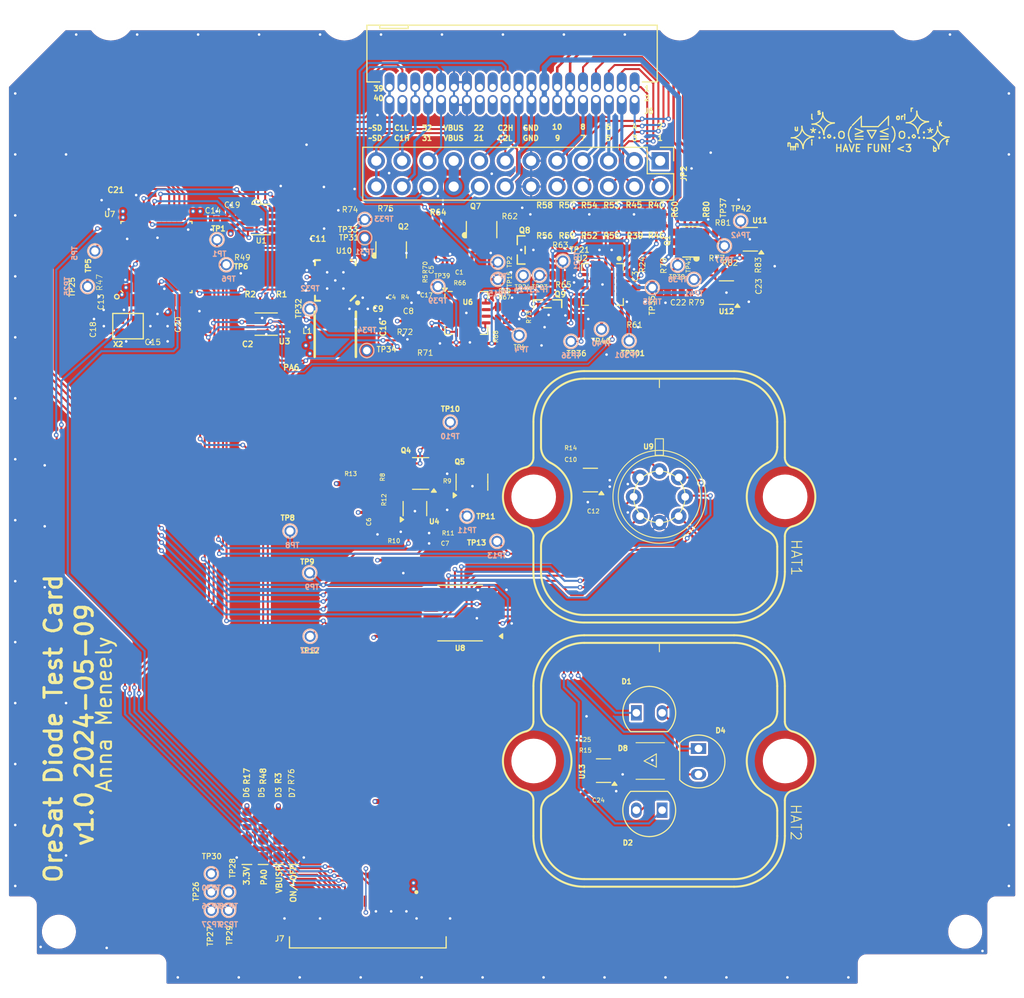
<source format=kicad_pcb>
(kicad_pcb (version 20240108) (generator "pcbnew") (generator_version "8.0")
  (title_block (title "Oresat Diode Test Card") (date "2024-05-09") (rev "v1.0"))
  (layers (0 "F.Cu" signal) (1 "In1.Cu" mixed) (2 "In2.Cu" mixed) (31 "B.Cu" signal) (34 "B.Paste" user) (35 "F.Paste" user) (36 "B.SilkS" user "B.Silkscreen") (37 "F.SilkS" user "F.Silkscreen") (38 "B.Mask" user) (39 "F.Mask" user) (44 "Edge.Cuts" user))
  (net 0 "")
  (net 1 "3.3V")
  (net 2 "Net-(U6-RS+)")
  (net 3 "Net-(C8-Pad1)")
  (net 4 "Net-(U7-PF1-OSC_OUT)")
  (net 5 "/Power/ON{slash}~{OFF}")
  (net 6 "BOOT0")
  (net 7 "OPD_SDA")
  (net 8 "C3-UART-TX")
  (net 9 "C3-UART-RX")
  (net 10 "PA3{slash}USART2_RX")
  (net 11 "PA2{slash}USART2_TX")
  (net 12 "Net-(U7-PF0-OSC_IN)")
  (net 13 "Net-(U12-INP)")
  (net 14 "Net-(U11-INP)")
  (net 15 "Net-(D3-PadA)")
  (net 16 "Net-(D5-PadA)")
  (net 17 "Net-(D6-PadA)")
  (net 18 "Net-(D7-PadA)")
  (net 19 "/Connectors/CAN1_H")
  (net 20 "/Connectors/CAN1_L")
  (net 21 "Net-(U3-NO1)")
  (net 22 "Net-(U3-NO2)")
  (net 23 "/Connectors/~{SD}")
  (net 24 "Net-(J7-DEBUG-3)")
  (net 25 "Net-(J7-DEBUG-2)")
  (net 26 "Net-(J7-DEBUG-1)")
  (net 27 "Net-(J7-DEBUG-0)")
  (net 28 "Net-(J7-SWO)")
  (net 29 "/Microcontroller/SWCLK")
  (net 30 "/Microcontroller/SWDIO")
  (net 31 "/Microcontroller/NRESET")
  (net 36 "/Microcontroller/CAN_TX")
  (net 37 "/Microcontroller/CAN_RX")
  (net 38 "/Microcontroller/CAN_SHDN")
  (net 39 "/Microcontroller/PA9{slash}CAN_SILENT")
  (net 40 "/Microcontroller/PA0")
  (net 41 "/Microcontroller/PB0{slash}POUTPROT")
  (net 42 "Net-(L1-Pad1)")
  (net 43 "/Power/PEN-SCL-FILT")
  (net 44 "/Power/PEN-SDA-FILT")
  (net 45 "Net-(Q1A-G)")
  (net 46 "Net-(Q1B-G)")
  (net 47 "Net-(Q1B-S)")
  (net 48 "Net-(Q1A-S)")
  (net 49 "Net-(Q2-S)")
  (net 50 "Net-(Q7-G)")
  (net 51 "/Power/~{FAULT}")
  (net 52 "/Power/AD0")
  (net 53 "/Power/AD1")
  (net 54 "/Power/AD2")
  (net 55 "Net-(U2-~{RESET})")
  (net 56 "/Power/CB-RESET")
  (net 57 "Net-(U6-IOUT)")
  (net 58 "Net-(U6-CIN1+)")
  (net 59 "Net-(U6-CIN2+)")
  (net 60 "Net-(U6-CIN1-)")
  (net 61 "Net-(U6-INHIBIT)")
  (net 62 "Net-(U10-SYNC)")
  (net 63 "Net-(U12-OUT)")
  (net 64 "Net-(U11-OUT)")
  (net 65 "Net-(U10-PG)")
  (net 66 "LED_CURRENT")
  (net 67 "Net-(U2-IO6)")
  (net 68 "/Connectors/SPARE1")
  (net 69 "/Connectors/SPARE2")
  (net 70 "VBUS")
  (net 71 "CAN2_L")
  (net 72 "CAN2_H")
  (net 73 "OPD_SCL")
  (net 74 "OPD_PWR")
  (net 75 "/Connectors/SPARE3")
  (net 76 "POUT")
  (net 77 "VPD")
  (net 78 "VBUSP")
  (net 79 "/Connectors/SPARE4")
  (net 80 "/Connectors/SPARE5")
  (net 81 "/Connectors/SPARE6")
  (net 82 "/Connectors/SPARE7")
  (net 83 "/Connectors/SPARE8")
  (net 84 "/Connectors/SPARE9")
  (net 85 "/Connectors/SPARE10")
  (net 86 "/Connectors/SPARE21")
  (net 87 "/Connectors/SPARE22")
  (net 88 "/Connectors/SPARE31")
  (net 89 "/Connectors/SPARE32")
  (net 90 "Net-(C4-Pad1)")
  (net 91 "Net-(Q2-G)")
  (net 92 "Net-(U2-IO1)")
  (net 93 "Net-(U2-IO0)")
  (net 94 "Net-(U5-PD_Cathode)")
  (net 95 "SWIR_PD_CURRENT")
  (net 96 "UV_PD_CURRENT")
  (net 97 "Net-(D8-K)")
  (net 98 "Net-(Q4-D-Pad1)")
  (net 99 "Net-(D1-A)")
  (net 100 "/Power/UART_EN")
  (net 101 "DAC_OUT")
  (net 106 "Net-(U7-PB1)")
  (net 108 "LED_MUX_A1")
  (net 109 "LED_MUX_A0")
  (net 111 "~{LED_MUX_ENABLE}")
  (net 115 "Net-(U7-PB3)")
  (net 116 "LED_MUX_A2")
  (net 118 "Net-(U7-PA7)")
  (net 121 "Net-(U5-1200nm)")
  (net 122 "Net-(U5-1040nm)")
  (net 123 "Net-(D2-K)")
  (net 124 "Net-(D1-K)")
  (net 125 "Net-(U5-1550nm)")
  (net 126 "Net-(D4-K)")
  (net 127 "Net-(U5-1300nm)")
  (net 128 "Net-(U5-1460nm)")
  (net 129 "GND")
  (net 131 "Net-(Q4-G)")
  (net 132 "Net-(Q5-G)")
  (footprint "oresat-proto-card:SOT23" (layer "F.Cu") (at 152 85)
    (property "Reference" "Q9" (at 0.6 -0.6 0) (layer "F.SilkS") (effects (font (size 0.56 0.56) (thickness 0.12) (bold yes)) (justify left bottom)))
    (property "Value" "PMV45EN")
    (pad "1" smd rect (at -0.9525 1.143) (size 0.7874 0.889) (layers "F.Cu" "F.Paste" "F.Mask") (net 56 "/Power/CB-RESET"))
    (pad "2" smd rect (at 0.9525 1.143) (size 0.7874 0.889) (layers "F.Cu" "F.Paste" "F.Mask") (net 129 "GND"))
    (pad "3" smd rect (at 0 -1.143) (size 0.7874 0.889) (layers "F.Cu" "F.Paste" "F.Mask") (net 51 "/Power/~{FAULT}"))
  )
  (footprint "oresat-connectors:J-SAMTEC-TFM-120-X1-XXX-D-RA" (layer "F.Cu") (at 148.5 64.306)
    (property "Reference" "J6" (at 12.954 2.032 0) (layer "F.SilkS") (effects (font (size 0.508 0.508) (thickness 0.127)) (justify left bottom)))
    (property "Value" "J-SAMTEC-TFM-120-X1-XXX-D-RA")
    (fp_text user "40" (at -13.716 0.762 0) (layer "F.SilkS") (effects (font (size 0.508 0.508) (thickness 0.127)) (justify left bottom)))
    (fp_text user "1" (at 12.954 -0.1905 0) (layer "F.SilkS") (effects (font (size 0.508 0.508) (thickness 0.127)) (justify left bottom)))
    (fp_text user "39" (at -13.716 -0.1905 0) (layer "F.SilkS") (effects (font (size 0.508 0.508) (thickness 0.127)) (justify left bottom)))
    (fp_text user "2" (at 12.954 0.762 0) (layer "F.SilkS") (effects (font (size 0.508 0.508) (thickness 0.127)) (justify left bottom)))
    (pad "1" thru_hole oval (at 12.065 -0.635 90) (size 1.9304 0.9652) (drill 0.635 (offset 0.4826 0)) (layers "*.Cu" "*.Mask") (net 68 "/Connectors/SPARE1"))
    (pad "2" thru_hole oval (at 12.065 0.635 270) (size 1.9304 0.9652) (drill 0.635 (offset 0.4826 0)) (layers "*.Cu" "*.Mask") (net 69 "/Connectors/SPARE2"))
    (pad "3" thru_hole oval (at 10.795 -0.635 90) (size 1.9304 0.9652) (drill 0.635 (offset 0.4826 0)) (layers "*.Cu" "*.Mask") (net 75 "/Connectors/SPARE3"))
    (pad "4" thru_hole oval (at 10.795 0.635 270) (size 1.9304 0.9652) (drill 0.635 (offset 0.4826 0)) (layers "*.Cu" "*.Mask") (net 79 "/Connectors/SPARE4"))
    (pad "5" thru_hole oval (at 9.525 -0.635 90) (size 1.9304 0.9652) (drill 0.635 (offset 0.4826 0)) (layers "*.Cu" "*.Mask") (net 80 "/Connectors/SPARE5"))
    (pad "6" thru_hole oval (at 9.525 0.635 270) (size 1.9304 0.9652) (drill 0.635 (offset 0.4826 0)) (layers "*.Cu" "*.Mask") (net 81 "/Connectors/SPARE6"))
    (pad "7" thru_hole oval (at 8.255 -0.635 90) (size 1.9304 0.9652) (drill 0.635 (offset 0.4826 0)) (layers "*.Cu" "*.Mask") (net 82 "/Connectors/SPARE7"))
    (pad "8" thru_hole oval (at 8.255 0.635 270) (size 1.9304 0.9652) (drill 0.635 (offset 0.4826 0)) (layers "*.Cu" "*.Mask") (net 83 "/Connectors/SPARE8"))
    (pad "9" thru_hole oval (at 6.985 -0.635 90) (size 1.9304 0.9652) (drill 0.635 (offset 0.4826 0)) (layers "*.Cu" "*.Mask") (net 84 "/Connectors/SPARE9"))
    (pad "10" thru_hole oval (at 6.985 0.635 270) (size 1.9304 0.9652) (drill 0.635 (offset 0.4826 0)) (layers "*.Cu" "*.Mask") (net 85 "/Connectors/SPARE10"))
    (pad "11" thru_hole oval (at 5.715 -0.635 90) (size 1.9304 0.9652) (drill 0.635 (offset 0.4826 0)) (layers "*.Cu" "*.Mask") (net 7 "OPD_SDA"))
    (pad "12" thru_hole oval (at 5.715 0.635 270) (size 1.9304 0.9652) (drill 0.635 (offset 0.4826 0)) (layers "*.Cu" "*.Mask") (net 7 "OPD_SDA"))
    (pad "13" thru_hole oval (at 4.445 -0.635 90) (size 1.9304 0.9652) (drill 0.635 (offset 0.4826 0)) (layers "*.Cu" "*.Mask") (net 73 "OPD_SCL"))
    (pad "14" thru_hole oval (at 4.445 0.635 270) (size 1.9304 0.9652) (drill 0.635 (offset 0.4826 0)) (layers "*.Cu" "*.Mask") (net 73 "OPD_SCL"))
    (pad "15" thru_hole oval (at 3.175 -0.635 90) (size 1.9304 0.9652) (drill 0.635 (offset 0.4826 0)) (layers "*.Cu" "*.Mask") (net 74 "OPD_PWR"))
    (pad "16" thru_hole oval (at 3.175 0.635 270) (size 1.9304 0.9652) (drill 0.635 (offset 0.4826 0)) (layers "*.Cu" "*.Mask") (net 74 "OPD_PWR"))
    (pad "17" thru_hole oval (at 1.905 -0.635 90) (size 1.9304 0.9652) (drill 0.635 (offset 0.4826 0)) (layers "*.Cu" "*.Mask") (net 72 "CAN2_H"))
    (pad "18" thru_hole oval (at 1.905 0.635 270) (size 1.9304 0.9652) (drill 0.635 (offset 0.4826 0)) (layers "*.Cu" "*.Mask") (net 72 "CAN2_H"))
    (pad "19" thru_hole oval (at 0.635 -0.635 90) (size 1.9304 0.9652) (drill 0.635 (offset 0.4826 0)) (layers "*.Cu" "*.Mask") (net 71 "CAN2_L"))
    (pad "20" thru_hole oval (at 0.635 0.635 270) (size 1.9304 0.9652) (drill 0.635 (offset 0.4826 0)) (layers "*.Cu" "*.Mask") (net 71 "CAN2_L"))
    (pad "21" thru_hole oval (at -0.635 -0.635 90) (size 1.9304 0.9652) (drill 0.635 (offset 0.4826 0)) (layers "*.Cu" "*.Mask") (net 86 "/Connectors/SPARE21"))
    (pad "22" thru_hole oval (at -0.635 0.635 270) (size 1.9304 0.9652) (drill 0.635 (offset 0.4826 0)) (layers "*.Cu" "*.Mask") (net 87 "/Connectors/SPARE22"))
    (pad "23" thru_hole oval (at -1.905 -0.635 90) (size 1.9304 0.9652) (drill 0.635 (offset 0.4826 0)) (layers "*.Cu" "*.Mask") (net 70 "VBUS"))
    (pad "24" thru_hole oval (at -1.905 0.635 270) (size 1.9304 0.9652) (drill 0.635 (offset 0.4826 0)) (layers "*.Cu" "*.Mask") (net 70 "VBUS"))
    (pad "25" thru_hole oval (at -3.175 -0.635 90) (size 1.9304 0.9652) (drill 0.635 (offset 0.4826 0)) (layers "*.Cu" "*.Mask") (net 70 "VBUS"))
    (pad "26" thru_hole oval (at -3.175 0.635 270) (size 1.9304 0.9652) (drill 0.635 (offset 0.4826 0)) (layers "*.Cu" "*.Mask") (net 70 "VBUS"))
    (pad "27" thru_hole oval (at -4.445 -0.635 90) (size 1.9304 0.9652) (drill 0.635 (offset 0.4826 0)) (layers "*.Cu" "*.Mask") (net 129 "GND"))
    (pad "28" thru_hole oval (at -4.445 0.635 270) (size 1.9304 0.9652) (drill 0.635 (offset 0.4826 0)) (layers "*.Cu" "*.Mask") (net 129 "GND"))
    (pad "29" thru_hole oval (at -5.715 -0.635 90) (size 1.9304 0.9652) (drill 0.635 (offset 0.4826 0)) (layers "*.Cu" "*.Mask") (net 129 "GND"))
    (pad "30" thru_hole oval (at -5.715 0.635 270) (size 1.9304 0.9652) (drill 0.635 (offset 0.4826 0)) (layers "*.Cu" "*.Mask") (net 129 "GND"))
    (pad "31" thru_hole oval (at -6.985 -0.635 90) (size 1.9304 0.9652) (drill 0.635 (offset 0.4826 0)) (layers "*.Cu" "*.Mask") (net 88 "/Connectors/SPARE31"))
    (pad "32" thru_hole oval (at -6.985 0.635 270) (size 1.9304 0.9652) (drill 0.635 (offset 0.4826 0)) (layers "*.Cu" "*.Mask") (net 89 "/Connectors/SPARE32"))
    (pad "33" thru_hole oval (at -8.255 -0.635 90) (size 1.9304 0.9652) (drill 0.635 (offset 0.4826 0)) (layers "*.Cu" "*.Mask") (net 19 "/Connectors/CAN1_H"))
    (pad "34" thru_hole oval (at -8.255 0.635 270) (size 1.9304 0.9652) (drill 0.635 (offset 0.4826 0)) (layers "*.Cu" "*.Mask") (net 19 "/Connectors/CAN1_H"))
    (pad "35" thru_hole oval (at -9.525 -0.635 90) (size 1.9304 0.9652) (drill 0.635 (offset 0.4826 0)) (layers "*.Cu" "*.Mask") (net 20 "/Connectors/CAN1_L"))
    (pad "36" thru_hole oval (at -9.525 0.635 270) (size 1.9304 0.9652) (drill 0.635 (offset 0.4826 0)) (layers "*.Cu" "*.Mask") (net 20 "/Connectors/CAN1_L"))
    (pad "37" thru_hole oval (at -10.795 -0.635 90) (size 1.9304 0.9652) (drill 0.635 (offset 0.4826 0)) (layers "*.Cu" "*.Mask") (net 8 "C3-UART-TX"))
    (pad "38" thru_hole oval (at -10.795 0.635 270) (size 1.9304 0.9652) (drill 0.635 (offset 0.4826 0)) (layers "*.Cu" "*.Mask") (net 9 "C3-UART-RX"))
    (pad "39" thru_hole oval (at -12.065 -0.635 90) (size 1.9304 0.9652) (drill 0.635 (offset 0.4826 0)) (layers "*.Cu" "*.Mask") (net 23 "/Connectors/~{SD}"))
    (pad "40" thru_hole oval (at -12.065 0.635 270) (size 1.9304 0.9652) (drill 0.635 (offset 0.4826 0)) (layers "*.Cu" "*.Mask") (net 23 "/Connectors/~{SD}"))
  )
  (footprint "oresat-passives:0603-C-NOSILK" (layer "F.Cu") (at 107.9 82.9 90)
    (property "Reference" "R47" (at 0 0 90) (layer "F.SilkS") (effects (font (size 0.57125 0.57125) (thickness 0.06375))))
    (property "Value" "10k")
    (pad "1" smd roundrect (at -0.7 0 90) (size 0.6 0.9) (layers "F.Cu" "F.Paste") (net 129 "GND"))
    (pad "2" smd roundrect (at 0.7 0 90) (size 0.6 0.9) (layers "F.Cu" "F.Paste") (net 6 "BOOT0"))
  )
  (footprint "oresat-proto-card:1X01" (layer "F.Cu") (at 153.5 80.8 90)
    (property "Reference" "TP21" (at 0.8 0.6 0) (layer "F.SilkS") (effects (font (size 0.5334 0.5334) (thickness 0.1016)) (justify left bottom)))
    (property "Value" "TEST-POINT-LARGE-SQUARE" (hide yes))
    (fp_text user "${REFERENCE}" (at 1 1.7 90) (layer "B.SilkS") (effects (font (size 0.508 0.508) (thickness 0.127)) (justify left bottom mirror)))
    (pad "1" thru_hole circle (at 0 0 90) (size 1.1 1.1) (drill 0.7366) (layers "*.Cu" "*.Mask") (net 5 "/Power/ON{slash}~{OFF}"))
  )
  (footprint "oresat-passives:0603-C-NOSILK" (layer "F.Cu") (at 109.25 84.655 90)
    (property "Reference" "C13" (at -1.02 -0.9 90) (layer "F.SilkS") (effects (font (size 0.55 0.55) (thickness 0.085)) (justify left bottom)))
    (property "Value" "100n")
    (pad "1" smd roundrect (at -0.7 0 90) (size 0.6 0.9) (layers "F.Cu" "F.Paste") (net 129 "GND"))
    (pad "2" smd roundrect (at 0.7 0 90) (size 0.6 0.9) (layers "F.Cu" "F.Paste") (net 1 "3.3V"))
  )
  (footprint "oresat-proto-card:SOT23-6" (layer "F.Cu") (at 136.6 79.7)
    (property "Reference" "Q2" (at 0.602 -1.983 0) (layer "F.SilkS") (effects (font (size 0.5334 0.5334) (thickness 0.1016)) (justify left bottom)))
    (property "Value" "DMP3050LVT-7" (hide yes))
    (pad "1" smd rect (at -0.95 1.3) (size 0.7 1) (layers "F.Cu" "F.Paste") (net 78 "VBUSP"))
    (pad "2" smd rect (at 0 1.3) (size 0.7 1) (layers "F.Cu" "F.Paste") (net 78 "VBUSP"))
    (pad "3" smd rect (at 0.95 1.3) (size 0.7 1) (layers "F.Cu" "F.Paste") (net 91 "Net-(Q2-G)"))
    (pad "4" smd rect (at 0.95 -1.3) (size 0.7 1) (layers "F.Cu" "F.Paste") (net 49 "Net-(Q2-S)"))
    (pad "5" smd rect (at 0 -1.3) (size 0.7 1) (layers "F.Cu" "F.Paste") (net 78 "VBUSP"))
    (pad "6" smd rect (at -0.95 -1.3) (size 0.7 1) (layers "F.Cu" "F.Paste") (net 78 "VBUSP"))
  )
  (footprint "oresat-passives:0603-C-NOSILK" (layer "F.Cu") (at 112.9 87.2 -90)
    (property "Reference" "C15" (at 1.9 0.62 0) (layer "F.SilkS") (effects (font (size 0.55 0.55) (thickness 0.085)) (justify left bottom)))
    (property "Value" "20p")
    (pad "1" smd roundrect (at -0.7 0 270) (size 0.6 0.9) (layers "F.Cu" "F.Paste") (net 4 "Net-(U7-PF1-OSC_OUT)"))
    (pad "2" smd roundrect (at 0.7 0 270) (size 0.6 0.9) (layers "F.Cu" "F.Paste") (net 129 "GND"))
  )
  (footprint "oresat-proto-card:LED-0603" (layer "F.Cu") (at 124 138.6 -90)
    (property "Reference" "D5" (at -5.5 0.465 90) (layer "F.SilkS") (effects (font (size 0.537464 0.537464) (thickness 0.097536)) (justify top)))
    (property "Value" "AMBER")
    (pad "A" smd roundrect (at -0.877 0 180) (size 1 1) (layers "F.Cu" "F.Paste" "F.Mask") (roundrect_rratio 0.15) (net 16 "Net-(D5-PadA)"))
    (pad "C" smd roundrect (at 0.877 0 180) (size 1 1) (layers "F.Cu" "F.Paste" "F.Mask") (roundrect_rratio 0.15) (net 129 "GND"))
  )
  (footprint "oresat-proto-card:1X01" (layer "F.Cu") (at 147.0152 108.3818)
    (property "Reference" "TP13" (at -3.0226 0.4318 0) (layer "F.SilkS") (effects (font (size 0.508 0.508) (thickness 0.127)) (justify left bottom)))
    (property "Value" "TEST-POINT-LARGE-SQUARE")
    (fp_text user "${REFERENCE}" (at 1 1.7 0) (layer "B.SilkS") (effects (font (size 0.508 0.508) (thickness 0.127)) (justify left bottom mirror)))
    (pad "1" thru_hole circle (at 0 0) (size 1.1 1.1) (drill 0.7366) (layers "*.Cu" "*.Mask") (net 95 "SWIR_PD_CURRENT"))
  )
  (footprint "oresat-passives:0603-C-NOSILK" (layer "F.Cu") (at 162.7 76.2 180)
    (property "Reference" "R40" (at 0.9 0.6 0) (layer "F.SilkS") (effects (font (size 0.56 0.56) (thickness 0.12)) (justify left bottom)))
    (property "Value" "NP")
    (pad "1" smd roundrect (at -0.7 0 180) (size 0.6 0.9) (layers "F.Cu" "F.Paste") (net 43 "/Power/PEN-SCL-FILT"))
    (pad "2" smd roundrect (at 0.7 0 180) (size 0.6 0.9) (layers "F.Cu" "F.Paste") (net 52 "/Power/AD0"))
  )
  (footprint "oresat-proto-card:1X01" (layer "F.Cu") (at 151.2 82.2)
    (property "Reference" "TP23" (at -0.8 1.4 180) (layer "F.SilkS") (effects (font (size 0.425 0.425) (thickness 0.075) (bold yes)) (justify left bottom)))
    (property "Value" "TEST-POINT-LARGE-SQUARE" (hide yes))
    (fp_text user "${REFERENCE}" (at 1 1.7 0) (layer "B.SilkS") (effects (font (size 0.508 0.508) (thickness 0.127)) (justify left bottom mirror)))
    (pad "1" thru_hole circle (at 0 0) (size 1.1 1.1) (drill 0.7366) (layers "*.Cu" "*.Mask") (net 56 "/Power/CB-RESET"))
  )
  (footprint "Package_TO_SOT_SMD:SOT-23-6" (layer "F.Cu") (at 139.5 101.7 180)
    (property "Reference" "Q4" (at 1.451 2.259 180) (layer "F.SilkS") (effects (font (size 0.5 0.5) (thickness 0.125) (bold yes))))
    (property "Value" "DMP3050LVT-7" (hide yes))
    (pad "1" smd roundrect (at -1.1375 -0.95 180) (size 1.325 0.6) (layers "F.Cu" "F.Paste" "F.Mask") (net 98 "Net-(Q4-D-Pad1)"))
    (pad "2" smd roundrect (at -1.1375 0 180) (size 1.325 0.6) (layers "F.Cu" "F.Paste" "F.Mask") (net 98 "Net-(Q4-D-Pad1)"))
    (pad "3" smd roundrect (at -1.1375 0.95 180) (size 1.325 0.6) (layers "F.Cu" "F.Paste" "F.Mask") (net 131 "Net-(Q4-G)"))
    (pad "4" smd roundrect (at 1.1375 0.95 180) (size 1.325 0.6) (layers "F.Cu" "F.Paste" "F.Mask") (net 99 "Net-(D1-A)"))
    (pad "5" smd roundrect (at 1.1375 0 180) (size 1.325 0.6) (layers "F.Cu" "F.Paste" "F.Mask") (net 98 "Net-(Q4-D-Pad1)"))
    (pad "6" smd roundrect (at 1.1375 -0.95 180) (size 1.325 0.6) (layers "F.Cu" "F.Paste" "F.Mask") (net 98 "Net-(Q4-D-Pad1)"))
  )
  (footprint "oresat-passives:0603-C-NOSILK" (layer "F.Cu") (at 156.21 99.187 180)
    (property "Reference" "R14" (at 1.27 -0.254 180) (layer "F.SilkS") (effects (font (size 0.425 0.425) (thickness 0.075)) (justify right bottom)))
    (property "Value" "10K")
    (pad "1" smd roundrect (at -0.7 0 180) (size 0.6 0.9) (layers "F.Cu" "F.Paste") (net 94 "Net-(U5-PD_Cathode)"))
    (pad "2" smd roundrect (at 0.7 0 180) (size 0.6 0.9) (layers "F.Cu" "F.Paste") (net 95 "SWIR_PD_CURRENT"))
  )
  (footprint "oresat-passives:0603-C-NOSILK" (layer "F.Cu") (at 159.9 86.1)
    (property "Reference" "R61" (at -0.2 1.3 0) (layer "F.SilkS") (effects (font (size 0.55 0.55) (thickness 0.085)) (justify left bottom)))
    (property "Value" "10k")
    (pad "1" smd roundrect (at -0.7 0) (size 0.6 0.9) (layers "F.Cu" "F.Paste") (net 55 "Net-(U2-~{RESET})"))
    (pad "2" smd roundrect (at 0.7 0) (size 0.6 0.9) (layers "F.Cu" "F.Paste") (net 77 "VPD"))
  )
  (footprint "oresat-proto-card:LED-0603" (layer "F.Cu") (at 125.5 138.6 -90)
    (property "Reference" "D3" (at -5.5 0.3 90) (layer "F.SilkS") (effects (font (size 0.537464 0.537464) (thickness 0.097536)) (justify top)))
    (property "Value" "GREEN")
    (pad "A" smd roundrect (at -0.877 0 180) (size 1 1) (layers "F.Cu" "F.Paste" "F.Mask") (roundrect_rratio 0.15) (net 15 "Net-(D3-PadA)"))
    (pad "C" smd roundrect (at 0.877 0 180) (size 1 1) (layers "F.Cu" "F.Paste" "F.Mask") (roundrect_rratio 0.15) (net 129 "GND"))
  )
  (footprint "oresat-passives:0603-C-NOSILK" (layer "F.Cu") (at 109.5 74.8)
    (property "Reference" "C21" (at 0 -1 0) (layer "F.SilkS") (effects (font (size 0.56 0.56) (thickness 0.12) (bold yes))))
    (property "Value" "100n")
    (pad "1" smd roundrect (at -0.7 0) (size 0.6 0.9) (layers "F.Cu" "F.Paste") (net 129 "GND"))
    (pad "2" smd roundrect (at 0.7 0) (size 0.6 0.9) (layers "F.Cu" "F.Paste") (net 1 "3.3V"))
  )
  (footprint "oresat-passives:0603-C-NOSILK" (layer "F.Cu") (at 166.7 83.9)
    (property "Reference" "R79" (at -0.9 1.3 0) (layer "F.SilkS") (effects (font (size 0.55 0.55) (thickness 0.085)) (justify left bottom)))
    (property "Value" "1M")
    (pad "1" smd roundrect (at -0.7 0) (size 0.6 0.9) (layers "F.Cu" "F.Paste") (net 13 "Net-(U12-INP)"))
    (pad "2" smd roundrect (at 0.7 0) (size 0.6 0.9) (layers "F.Cu" "F.Paste") (net 77 "VPD"))
  )
  (footprint "oresat-proto-card:SOT23-6" (layer "F.Cu") (at 145.5 77.7)
    (property "Reference" "Q7" (at -1.198 -1.983 0) (layer "F.SilkS") (effects (font (size 0.5334 0.5334) (thickness 0.1016)) (justify left bottom)))
    (property "Value" "MOSFET-PCH-SOT23-6" (hide yes))
    (pad "1" smd rect (at -0.95 1.3) (size 0.7 1) (layers "F.Cu" "F.Paste") (net 2 "Net-(U6-RS+)"))
    (pad "2" smd rect (at 0 1.3) (size 0.7 1) (layers "F.Cu" "F.Paste") (net 2 "Net-(U6-RS+)"))
    (pad "3" smd rect (at 0.95 1.3) (size 0.7 1) (layers "F.Cu" "F.Paste") (net 50 "Net-(Q7-G)"))
    (pad "4" smd rect (at 0.95 -1.3) (size 0.7 1) (layers "F.Cu" "F.Paste") (net 70 "VBUS"))
    (pad "5" smd rect (at 0 -1.3) (size 0.7 1) (layers "F.Cu" "F.Paste") (net 2 "Net-(U6-RS+)"))
    (pad "6" smd rect (at -0.95 -1.3) (size 0.7 1) (layers "F.Cu" "F.Paste") (net 2 "Net-(U6-RS+)"))
  )
  (footprint "oresat-passives:0603-C-NOSILK" (layer "F.Cu") (at 121.9 79.5 180)
    (property "Reference" "R49" (at 0.8 -1.265 0) (layer "F.SilkS") (effects (font (size 0.55 0.55) (thickness 0.085)) (justify left bottom)))
    (property "Value" "10k")
    (pad "1" smd roundrect (at -0.7 0 180) (size 0.6 0.9) (layers "F.Cu" "F.Paste") (net 76 "POUT"))
    (pad "2" smd roundrect (at 0.7 0 180) (size 0.6 0.9) (layers "F.Cu" "F.Paste") (net 41 "/Microcontroller/PB0{slash}POUTPROT"))
  )
  (footprint "Package_TO_SOT_THT:TO-92-2" (layer "F.Cu") (at 163.27 134.84 180)
    (property "Reference" "D2" (at 3.377 -3.209 180) (layer "F.SilkS") (effects (font (size 0.5 0.5) (thickness 0.125))))
    (property "Value" "LED")
    (pad "1" thru_hole rect (at 0 0 180) (size 1.05 1.5) (drill 0.75) (layers "*.Cu" "*.Mask") (net 123 "Net-(D2-K)"))
    (pad "2" thru_hole oval (at 2.54 0 180) (size 1.05 1.5) (drill 0.75) (layers "*.Cu" "*.Mask") (net 99 "Net-(D1-A)"))
  )
  (footprint "oresat-passives:0603-C-NOSILK" (layer "F.Cu") (at 166.7 75.8 -90)
    (property "Reference" "R80" (at 0.8 -1.25 90) (layer "F.SilkS") (effects (font (size 0.56 0.56) (thickness 0.12)) (justify left bottom)))
    (property "Value" "100")
    (pad "1" smd roundrect (at -0.7 0 270) (size 0.6 0.9) (layers "F.Cu" "F.Paste") (net 73 "OPD_SCL"))
    (pad "2" smd roundrect (at 0.7 0 270) (size 0.6 0.9) (layers "F.Cu" "F.Paste") (net 47 "Net-(Q1B-S)"))
  )
  (footprint "oresat-passives:0603-C-NOSILK" (layer "F.Cu") (at 157.5 127.75 180)
    (property "Reference" "R15" (at 2.45 -1.45 180) (layer "F.SilkS") (effects (font (size 0.425 0.425) (thickness 0.075)) (justify left bottom)))
    (property "Value" "10K")
    (pad "1" smd roundrect (at -0.7 0 180) (size 0.6 0.9) (layers "F.Cu" "F.Paste") (net 97 "Net-(D8-K)"))
    (pad "2" smd roundrect (at 0.7 0 180) (size 0.6 0.9) (layers "F.Cu" "F.Paste") (net 96 "UV_PD_CURRENT"))
  )
  (footprint "oresat-passives:0603-C-NOSILK" (layer "F.Cu") (at 120.8 76.7 -90)
    (property "Reference" "C19" (at -1.11 0.7 0) (layer "F.SilkS") (effects (font (size 0.55 0.55) (thickness 0.085)) (justify left bottom)))
    (property "Value" "100n")
    (pad "1" smd roundrect (at -0.7 0 270) (size 0.6 0.9) (layers "F.Cu" "F.Paste") (net 129 "GND"))
    (pad "2" smd roundrect (at 0.7 0 270) (size 0.6 0.9) (layers "F.Cu" "F.Paste") (net 1 "3.3V"))
  )
  (footprint "Package_TO_SOT_SMD:SOT-353_SC-70-5" (layer "F.Cu") (at 157.5 130.95 180)
    (property "Reference" "U13" (at 2.1 -0.1 90) (layer "F.SilkS") (effects (font (size 0.5 0.5) (thickness 0.125))))
    (property "Value" "TLV6001DCK")
    (pad "1" smd roundrect (at -0.95 -0.65 180) (size 0.65 0.4) (layers "F.Cu" "F.Paste" "F.Mask") (net 129 "GND"))
    (pad "2" smd roundrect (at -0.95 0 180) (size 0.65 0.4) (layers "F.Cu" "F.Paste" "F.Mask") (net 129 "GND"))
    (pad "3" smd roundrect (at -0.95 0.65 180) (size 0.65 0.4) (layers "F.Cu" "F.Paste" "F.Mask") (net 97 "Net-(D8-K)"))
    (pad "4" smd roundrect (at 0.95 0.65 180) (size 0.65 0.4) (layers "F.Cu" "F.Paste" "F.Mask") (net 96 "UV_PD_CURRENT"))
    (pad "5" smd roundrect (at 0.95 -0.65 180) (size 0.65 0.4) (layers "F.Cu" "F.Paste" "F.Mask") (net 1 "3.3V"))
  )
  (footprint "oresat-passives:0603-C-NOSILK" (layer "F.Cu") (at 158.3 76.2 180)
    (property "Reference" "R53" (at 0 0.9 0) (layer "F.SilkS") (effects (font (size 0.56 0.56) (thickness 0.12))))
    (property "Value" "NP")
    (pad "1" smd roundrect (at -0.7 0 180) (size 0.6 0.9) (layers "F.Cu" "F.Paste") (net 43 "/Power/PEN-SCL-FILT"))
    (pad "2" smd roundrect (at 0.7 0 180) (size 0.6 0.9) (layers "F.Cu" "F.Paste") (net 53 "/Power/AD1"))
  )
  (footprint "oresat-passives:0603-C-NOSILK" (layer "F.Cu") (at 127 135.8 90)
    (property "Reference" "R76" (at 3.4 0.1 90) (layer "F.SilkS") (effects (font (size 0.55 0.55) (thickness 0.085)) (justify left bottom)))
    (property "Value" "4.7k")
    (pad "1" smd roundrect (at -0.7 0 90) (size 0.6 0.9) (layers "F.Cu" "F.Paste") (net 18 "Net-(D7-PadA)"))
    (pad "2" smd roundrect (at 0.7 0 90) (size 0.6 0.9) (layers "F.Cu" "F.Paste") (net 5 "/Power/ON{slash}~{OFF}"))
  )
  (footprint "Connector_PinHeader_2.54mm:PinHeader_2x12_P2.54mm_Vertical" (layer "F.Cu") (at 163.075 70.925 -90)
    (property "Reference" "JP2" (at 1.27 -2.33 90) (layer "F.SilkS") (effects (font (size 0.56 0.56) (thickness 0.12) (bold yes))))
    (property "Value" "PINHD-2X5")
    (pad "1" thru_hole rect (at 0 0 270) (size 1.7 1.7) (drill 1) (layers "*.Cu" "*.Mask") (net 69 "/Connectors/SPARE2"))
    (pad "2" thru_hole oval (at 2.54 0 270) (size 1.7 1.7) (drill 1) (layers "*.Cu" "*.Mask") (net 68 "/Connectors/SPARE1"))
    (pad "3" thru_hole oval (at 0 2.54 270) (size 1.7 1.7) (drill 1) (layers "*.Cu" "*.Mask") (net 79 "/Connectors/SPARE4"))
    (pad "4" thru_hole oval (at 2.54 2.54 270) (size 1.7 1.7) (drill 1) (layers "*.Cu" "*.Mask") (net 75 "/Connectors/SPARE3"))
    (pad "5" thru_hole oval (at 0 5.08 270) (size 1.7 1.7) (drill 1) (layers "*.Cu" "*.Mask") (net 81 "/Connectors/SPARE6"))
    (pad "6" thru_hole oval (at 2.54 5.08 270) (size 1.7 1.7) (drill 1) (layers "*.Cu" "*.Mask") (net 80 "/Connectors/SPARE5"))
    (pad "7" thru_hole oval (at 0 7.62 270) (size 1.7 1.7) (drill 1) (layers "*.Cu" "*.Mask") (net 83 "/Connectors/SPARE8"))
    (pad "8" thru_hole oval (at 2.54 7.62 270) (size 1.7 1.7) (drill 1) (layers "*.Cu" "*.Mask") (net 82 "/Connectors/SPARE7"))
    (pad "9" thru_hole oval (at 0 10.16 270) (size 1.7 1.7) (drill 1) (layers "*.Cu" "*.Mask") (net 85 "/Connectors/SPARE10"))
    (pad "10" thru_hole oval (at 2.54 10.16 270) (size 1.7 1.7) (drill 1) (layers "*.Cu" "*.Mask") (net 84 "/Connectors/SPARE9"))
    (pad "11" thru_hole oval (at 0 12.7 270) (size 1.7 1.7) (drill 1) (layers "*.Cu" "*.Mask") (net 129 "GND"))
    (pad "12" thru_hole oval (at 2.54 12.7 270) (size 1.7 1.7) (drill 1) (layers "*.Cu" "*.Mask") (net 129 "GND"))
    (pad "13" thru_hole oval (at 0 15.24 270) (size 1.7 1.7) (drill 1) (layers "*.Cu" "*.Mask") (net 71 "CAN2_L"))
    (pad "14" thru_hole oval (at 2.54 15.24 270) (size 1.7 1.7) (drill 1) (layers "*.Cu" "*.Mask") (net 72 "CAN2_H"))
    (pad "15" thru_hole oval (at 0 17.78 270) (size 1.7 1.7) (drill 1) (layers "*.Cu" "*.Mask") (net 87 "/Connectors/SPARE22"))
    (pad "16" thru_hole oval (at 2.54 17.78 270) (size 1.7 1.7) (drill 1) (layers "*.Cu" "*.Mask") (net 86 "/Connectors/SPARE21"))
    (pad "17" thru_hole oval (at 0 20.32 270) (size 1.7 1.7) (drill 1) (layers "*.Cu" "*.Mask") (net 70 "VBUS"))
    (pad "18" thru_hole oval (at 2.54 20.32 270) (size 1.7 1.7) (drill 1) (layers "*.Cu" "*.Mask") (net 70 "VBUS"))
    (pad "19" thru_hole oval (at 0 22.86 270) (size 1.7 1.7) (drill 1) (layers "*.Cu" "*.Mask") (net 89 "/Connectors/SPARE32"))
    (pad "20" thru_hole oval (at 2.54 22.86 270) (size 1.7 1.7) (drill 1) (layers "*.Cu" "*.Mask") (net 88 "/Connectors/SPARE31"))
    (pad "21" thru_hole oval (at 0 25.4 270) (size 1.7 1.7) (drill 1) (layers "*.Cu" "*.Mask") (net 20 "/Connectors/CAN1_L"))
    (pad "22" thru_hole oval (at 2.54 25.4 270) (size 1.7 1.7) (drill 1) (layers "*.Cu" "*.Mask") (net 19 "/Connectors/CAN1_H"))
    (pad "23" thru_hole oval (at 0 27.94 270) (size 1.7 1.7) (drill 1) (layers "*.Cu" "*.Mask") (net 23 "/Connectors/~{SD}"))
    (pad "24" thru_hole oval (at 2.54 27.94 270) (size 1.7 1.7) (drill 1) (layers "*.Cu" "*.Mask") (net 23 "/Connectors/~{SD}"))
  )
  (footprint "oresat-passives:0603-C-NOSILK" (layer "F.Cu") (at 153.2 82.2 180)
    (property "Reference" "R65" (at 0.5 -1.25 0) (layer "F.SilkS") (effects (font (size 0.55 0.55) (thickness 0.085)) (justify left bottom)))
    (property "Value" "10k")
    (pad "1" smd roundrect (at -0.7 0 180) (size 0.6 0.9) (layers "F.Cu" "F.Paste") (net 129 "GND"))
    (pad "2" smd roundrect (at 0.7 0 180) (size 0.6 0.9) (layers "F.Cu" "F.Paste") (net 56 "/Power/CB-RESET"))
  )
  (footprint "oresat-diodes:SWIR Diode Cover" (layer "F.Cu") (at 163 104 -90)
    (property "Reference" "HAT1" (at 5.982 -13.4792 -90) (layer "F.SilkS") (effects (font (thickness 0.1))))
    (property "Value" "SWIR Diode Cover")
    (pad "" np_thru_hole circle (at 0 -12.375 270) (size 4 4) (drill 4) (layers "F&B.Cu" "*.Mask"))
    (pad "" np_thru_hole circle (at 0 12.375 270) (size 4 4) (drill 4) (layers "F&B.Cu" "*.Mask"))
    (zone (net 0) (net_name "") (layer "F.Cu") (connect_pads (clearance 0)) (min_thickness 0.254)
      (keepout (tracks not_allowed) (vias not_allowed) (pads allowed) (copperpour not_allowed) (footprints allowed))
      (fill (thermal_gap 0.508) (thermal_bridge_width 0.508))
      (polygon (pts (xy 150.625 106.2) (xy 151.007026 106.166577) (xy 151.377444 106.067324) (xy 151.725 105.905256) (xy 152.039133 105.685298) (xy 152.310298 105.414133) (xy 152.530256 105.1) (xy 152.692324 104.752444) (xy 152.791577 104.382026) (xy 152.825 104) (xy 152.791577 103.617974) (xy 152.692324 103.247556) (xy 152.530256 102.9) (xy 152.310298 102.585867) (xy 152.039133 102.314702) (xy 151.725 102.094744) (xy 151.377444 101.932676) (xy 151.007026 101.833423) (xy 150.625 101.8) (xy 150.242974 101.833423) (xy 149.872556 101.932676) (xy 149.525 102.094744) (xy 149.210867 102.314702) (xy 148.939702 102.585867) (xy 148.719744 102.9) (xy 148.557676 103.247556) (xy 148.458423 103.617974) (xy 148.425 104) (xy 148.458423 104.382026) (xy 148.557676 104.752444) (xy 148.719744 105.1) (xy 148.939702 105.414133) (xy 149.210867 105.685298) (xy 149.525 105.905256) (xy 149.872556 106.067324) (xy 150.242974 106.166577)))
    )
    (zone (net 0) (net_name "") (layer "F.Cu") (connect_pads (clearance 0)) (min_thickness 0.254)
      (keepout (tracks not_allowed) (vias not_allowed) (pads allowed) (copperpour not_allowed) (footprints allowed))
      (fill (thermal_gap 0.508) (thermal_bridge_width 0.508))
      (polygon (pts (xy 175.375 106.2) (xy 175.757026 106.166577) (xy 176.127444 106.067324) (xy 176.475 105.905256) (xy 176.789133 105.685298) (xy 177.060298 105.414133) (xy 177.280256 105.1) (xy 177.442324 104.752444) (xy 177.541577 104.382026) (xy 177.575 104) (xy 177.541577 103.617974) (xy 177.442324 103.247556) (xy 177.280256 102.9) (xy 177.060298 102.585867) (xy 176.789133 102.314702) (xy 176.475 102.094744) (xy 176.127444 101.932676) (xy 175.757026 101.833423) (xy 175.375 101.8) (xy 174.992974 101.833423) (xy 174.622556 101.932676) (xy 174.275 102.094744) (xy 173.960867 102.314702) (xy 173.689702 102.585867) (xy 173.469744 102.9) (xy 173.307676 103.247556) (xy 173.208423 103.617974) (xy 173.175 104) (xy 173.208423 104.382026) (xy 173.307676 104.752444) (xy 173.469744 105.1) (xy 173.689702 105.414133) (xy 173.960867 105.685298) (xy 174.275 105.905256) (xy 174.622556 106.067324) (xy 174.992974 106.166577)))
    )
    (zone (net 0) (net_name "") (layer "B.Cu") (connect_pads (clearance 0)) (min_thickness 0.254)
      (keepout (tracks not_allowed) (vias not_allowed) (pads allowed) (copperpour not_allowed) (footprints allowed))
      (fill (thermal_gap 0.508) (thermal_bridge_width 0.508))
      (polygon (pts (xy 150.625 107) (xy 151.145945 106.954423) (xy 151.65106 106.819078) (xy 152.125 106.598076) (xy 152.553363 106.298133) (xy 152.923133 105.928363) (xy 153.223076 105.5) (xy 153.444078 105.02606) (xy 153.579423 104.520945) (xy 153.625 104) (xy 153.579423 103.479055) (xy 153.444078 102.97394) (xy 153.223076 102.5) (xy 152.923133 102.071637) (xy 152.553363 101.701867) (xy 152.125 101.401924) (xy 151.65106 101.180922) (xy 151.145945 101.045577) (xy 150.625 101) (xy 150.104055 101.045577) (xy 149.59894 101.180922) (xy 149.125 101.401924) (xy 148.696637 101.701867) (xy 148.326867 102.071637) (xy 148.026924 102.5) (xy 147.805922 102.97394) (xy 147.670577 103.479055) (xy 147.625 104) (xy 147.670577 104.520945) (xy 147.805922 105.02606) (xy 148.026924 105.5) (xy 148.326867 105.928363) (xy 148.696637 106.298133) (xy 149.125 106.598076) (xy 149.59894 106.819078) (xy 150.104055 106.954423)))
    )
    (zone (net 0) (net_name "") (layer "B.Cu") (connect_pads (clearance 0)) (min_thickness 0.254)
      (keepout (tracks not_allowed) (vias not_allowed) (pads allowed) (copperpour not_allowed) (footprints allowed))
      (fill (thermal_gap 0.508) (thermal_bridge_width 0.508))
      (polygon (pts (xy 175.375 107) (xy 175.895945 106.954423) (xy 176.40106 106.819078) (xy 176.875 106.598076) (xy 177.303363 106.298133) (xy 177.673133 105.928363) (xy 177.973076 105.5) (xy 178.194078 105.02606) (xy 178.329423 104.520945) (xy 178.375 104) (xy 178.329423 103.479055) (xy 178.194078 102.97394) (xy 177.973076 102.5) (xy 177.673133 102.071637) (xy 177.303363 101.701867) (xy 176.875 101.401924) (xy 176.40106 101.180922) (xy 175.895945 101.045577) (xy 175.375 101) (xy 174.854055 101.045577) (xy 174.34894 101.180922) (xy 173.875 101.401924) (xy 173.446637 101.701867) (xy 173.076867 102.071637) (xy 172.776924 102.5) (xy 172.555922 102.97394) (xy 172.420577 103.479055) (xy 172.375 104) (xy 172.420577 104.520945) (xy 172.555922 105.02606) (xy 172.776924 105.5) (xy 173.076867 105.928363) (xy 173.446637 106.298133) (xy 173.875 106.598076) (xy 174.34894 106.819078) (xy 174.854055 106.954423)))
    )
  )
  (footprint "oresat-proto-card:1X01" (layer "F.Cu") (at 154.3 88.7)
    (property "Reference" "TP36" (at -0.5 1.5 0) (layer "F.SilkS") (effects (font (size 0.5334 0.5334) (thickness 0.1016)) (justify left bottom)))
    (property "Value" "TEST-POINT-LARGE-SQUARE" (hide yes))
    (fp_text user "${REFERENCE}" (at 1 1.7 0) (layer "B.SilkS") (effects (font (size 0.508 0.508) (thickness 0.127)) (justify left bottom mirror)))
    (pad "1" thru_hole circle (at 0 0) (size 1.1 1.1) (drill 0.7366) (layers "*.Cu" "*.Mask") (net 93 "Net-(U2-IO0)"))
  )
  (footprint "oresat-proto-card:1X01" (layer "F.Cu") (at 142.4178 96.647)
    (property "Reference" "TP10" (at -1 -1 0) (layer "F.SilkS") (effects (font (size 0.508 0.508) (thickness 0.127)) (justify left bottom)))
    (property "Value" "TEST-POINT-LARGE-SQUARE")
    (fp_text user "${REFERENCE}" (at 1 1.7 0) (layer "B.SilkS") (effects (font (size 0.508 0.508) (thickness 0.127)) (justify left bottom mirror)))
    (pad "1" thru_hole circle (at 0 0) (size 1.1 1.1) (drill 0.7366) (layers "*.Cu" "*.Mask") (net 99 "Net-(D1-A)"))
  )
  (footprint "oresat-passives:0603-C-NOSILK" (layer "F.Cu") (at 129.4 79.5 180)
    (property "Reference" "C11" (at 0 0.9 0) (layer "F.SilkS") (effects (font (size 0.56 0.56) (thickness 0.12) (bold yes))))
    (property "Value" "1u")
    (pad "1" smd roundrect (at -0.7 0 180) (size 0.6 0.9) (layers "F.Cu" "F.Paste") (net 78 "VBUSP"))
    (pad "2" smd roundrect (at 0.7 0 180) (size 0.6 0.9) (layers "F.Cu" "F.Paste") (net 129 "GND"))
  )
  (footprint "oresat-passives:0603-C-NOSILK" (layer "F.Cu") (at 137.541 107.442)
    (property "Reference" "R10" (at 0 1.143 0) (layer "F.SilkS") (effects (font (size 0.425 0.425) (thickness 0.075)) (justify right bottom)))
    (property "Value" "10K")
    (pad "1" smd roundrect (at -0.7 0) (size 0.6 0.9) (layers "F.Cu" "F.Paste") (net 129 "GND"))
    (pad "2" smd roundrect (at 0.7 0) (size 0.6 0.9) (layers "F.Cu" "F.Paste") (net 101 "DAC_OUT"))
  )
  (footprint "oresat-passives:0603-C-NOSILK" (layer "F.Cu") (at 151.7 79.9 -90)
    (property "Reference" "R63" (at -0.35 -0.7 0) (layer "F.SilkS") (effects (font (size 0.55 0.55) (thickness 0.085)) (justify left bottom)))
    (property "Value" "10k")
    (pad "1" smd roundrect (at -0.7 0 270) (size 0.6 0.9) (layers "F.Cu" "F.Paste") (net 129 "GND"))
    (pad "2" smd roundrect (at 0.7 0 270) (size 0.6 0.9) (layers "F.Cu" "F.Paste") (net 5 "/Power/ON{slash}~{OFF}"))
  )
  (footprint "oresat-proto-card:TE_2-1734592-0" (layer "F.Cu") (at 134.3 145.5 180)
    (property "Reference" "J7" (at 9.2 -2.3 0) (layer "F.SilkS") (effects (font (size 0.5334 0.5334) (thickness 0.1016)) (justify left bottom)))
    (property "Value" "ORESAT-DEBUG-CONNECTOR-ALL")
    (pad "1" smd rect (at -4.75 1.7 270) (size 1.1 0.3) (layers "F.Cu" "F.Paste" "F.Mask") (net 78 "VBUSP"))
    (pad "2" smd rect (at -4.25 1.7 270) (size 1.1 0.3) (layers "F.Cu" "F.Paste" "F.Mask") (net 78 "VBUSP"))
    (pad "3" smd rect (at -3.75 1.7 270) (size 1.1 0.3) (layers "F.Cu" "F.Paste" "F.Mask") (net 129 "GND"))
    (pad "4" smd rect (at -3.25 1.7 270) (size 1.1 0.3) (layers "F.Cu" "F.Paste" "F.Mask"))
    (pad "5" smd rect (at -2.75 1.7 270) (size 1.1 0.3) (layers "F.Cu" "F.Paste" "F.Mask"))
    (pad "6" smd rect (at -2.25 1.7 270) (size 1.1 0.3) (layers "F.Cu" "F.Paste" "F.Mask") (net 129 "GND"))
    (pad "7" smd rect (at -1.75 1.7 270) (size 1.1 0.3) (layers "F.Cu" "F.Paste" "F.Mask"))
    (pad "8" smd rect (at -1.25 1.7 270) (size 1.1 0.3) (layers "F.Cu" "F.Paste" "F.Mask"))
    (pad "9" smd rect (at -0.75 1.7 270) (size 1.1 0.3) (layers "F.Cu" "F.Paste" "F.Mask") (net 129 "GND"))
    (pad "10" smd rect (at -0.25 1.7 270) (size 1.1 0.3) (layers "F.Cu" "F.Paste" "F.Mask") (net 31 "/Microcontroller/NRESET"))
    (pad "11" smd rect (at 0.25 1.7 270) (size 1.1 0.3) (layers "F.Cu" "F.Paste" "F.Mask") (net 1 "3.3V"))
    (pad "12" smd rect (at 0.75 1.7 270) (size 1.1 0.3) (layers "F.Cu" "F.Paste" "F.Mask") (net 10 "PA3{slash}USART2_RX"))
    (pad "13" smd rect (at 1.25 1.7 270) (size 1.1 0.3) (layers "F.Cu" "F.Paste" "F.Mask") (net 11 "PA2{slash}USART2_TX"))
    (pad "14" smd rect (at 1.75 1.7 270) (size 1.1 0.3) (layers "F.Cu" "F.Paste" "F.Mask") (net 30 "/Microcontroller/SWDIO"))
    (pad "15" smd rect (at 2.25 1.7 270) (size 1.1 0.3) (layers "F.Cu" "F.Paste" "F.Mask") (net 29 "/Microcontroller/SWCLK"))
    (pad "16" smd rect (at 2.75 1.7 270) (size 1.1 0.3) (layers "F.Cu" "F.Paste" "F.Mask") (net 28 "Net-(J7-SWO)"))
    (pad "17" smd rect (at 3.25 1.7 270) (size 1.1 0.3) (layers "F.Cu" "F.Paste" "F.Mask") (net 27 "Net-(J7-DEBUG-0)"))
    (pad "18" smd rect (at 3.75 1.7 270) (size 1.1 0.3) (layers "F.Cu" "F.Paste" "F.Mask") (net 26 "Net-(J7-DEBUG-1)"))
    (pad "19" smd rect (at 4.25 1.7 270) (size 1.1 0.3) (layers "F.Cu" "F.Paste" "F.Mask") (net 25 "Net-(J7-DEBUG-2)"))
    (pad "20" smd rect (at 4.75 1.7 270) (size 1.1 0.3) (layers "F.Cu" "F.Paste" "F.Mask") (net 24 "Net-(J7-DEBUG-3)"))
    (pad "PAD1" smd rect (at 6.42 0) (size 2.3 3.1) (layers "F.Cu" "F.Mask") (net 129 "GND"))
    (pad "PAD2" smd rect (at -6.42 0) (size 2.3 3.1) (layers "F.Cu" "F.Mask") (net 129 "GND"))
  )
  (footprint "oresat-passives:0603-C-NOSILK" (layer "F.Cu") (at 162.7 77.3)
    (property "Reference" "R46" (at -0.9 1.3 0) (layer "F.SilkS") (effects (font (size 0.56 0.56) (thickness 0.12)) (justify left bottom)))
    (property "Value" "2.7k")
    (pad "1" smd roundrect (at -0.7 0) (size 0.6 0.9) (layers "F.Cu" "F.Paste") (net 52 "/Power/AD0"))
    (pad "2" smd roundrect (at 0.7 0) (size 0.6 0.9) (layers "F.Cu" "F.Paste") (net 44 "/Power/PEN-SDA-FILT"))
  )
  (footprint "oresat-proto-card:1X01" (layer "F.Cu") (at 107.442 79.8068 -90)
    (property "Reference" "TP5" (at 0.6604 0.3556 90) (layer "F.SilkS") (effects (font (size 0.508 0.508) (thickness 0.127)) (justify right bottom)))
    (property "Value" "TEST-POINT-LARGE-SQUARE")
    (fp_text user "${REFERENCE}" (at 1 1.7 90) (layer "B.SilkS") (effects (font (size 0.508 0.508) (thickness 0.127)) (justify right bottom mirror)))
    (pad "1" thru_hole circle (at 0 0 270) (size 1.1 1.1) (drill 0.7366) (layers "*.Cu" "*.Mask") (net 115 "Net-(U7-PB3)"))
  )
  (footprint "Package_TO_SOT_SMD:SOT-23-3" (layer "F.Cu") (at 144.55 102.55 90)
    (property "Reference" "Q5" (at 2 -1.2 180) (layer "F.SilkS") (effects (font (size 0.5 0.5) (thickness 0.125) (bold yes))))
    (property "Value" "PMV45EN")
    (pad "1" smd roundrect (at -1.1375 -0.95 90) (size 1.325 0.6) (layers "F.Cu" "F.Paste" "F.Mask") (net 132 "Net-(Q5-G)"))
    (pad "2" smd roundrect (at -1.1375 0.95 90) (size 1.325 0.6) (layers "F.Cu" "F.Paste" "F.Mask") (net 129 "GND"))
    (pad "3" smd roundrect (at 1.1375 0 90) (size 1.325 0.6) (layers "F.Cu" "F.Paste" "F.Mask") (net 131 "Net-(Q4-G)"))
  )
  (footprint "oresat-proto-card:1X01" (layer "F.Cu") (at 157.3 87.5)
    (property "Reference" "TP40" (at -1.1 1.5 0) (layer "F.SilkS") (effects (font (size 0.5334 0.5334) (thickness 0.1016)) (justify left bottom)))
    (property "Value" "TEST-POINT-LARGE-SQUARE" (hide yes))
    (fp_text user "${REFERENCE}" (at 1 1.7 0) (layer "B.SilkS") (effects (font (size 0.508 0.508) (thickness 0.127)) (justify left bottom mirror)))
    (pad "1" thru_hole circle (at 0 0) (size 1.1 1.1) (drill 0.7366) (layers "*.Cu" "*.Mask") (net 67 "Net-(U2-IO6)"))
  )
  (footprint "oresat-proto-card:SOT23-6" (layer "F.Cu") (at 166.1 78.9 90)
    (property "Reference" "Q1" (at -0.473 -2.008 90) (layer "F.SilkS") (effects (font (size 0.5334 0.5334) (thickness 0.1016)) (justify left bottom)))
    (property "Value" "DMP2240UDM" (hide yes))
    (pad "1" smd rect (at -0.95 1.3 90) (size 0.7 1) (layers "F.Cu" "F.Paste") (net 45 "Net-(Q1A-G)"))
    (pad "2" smd rect (at 0 1.3 90) (size 0.7 1) (layers "F.Cu" "F.Paste") (net 47 "Net-(Q1B-S)"))
    (pad "3" smd rect (at 0.95 1.3 90) (size 0.7 1) (layers "F.Cu" "F.Paste") (net 46 "Net-(Q1B-G)"))
    (pad "4" smd rect (at 0.95 -1.3 90) (size 0.7 1) (layers "F.Cu" "F.Paste") (net 43 "/Power/PEN-SCL-FILT"))
    (pad "5" smd rect (at 0 -1.3 90) (size 0.7 1) (layers "F.Cu" "F.Paste") (net 48 "Net-(Q1A-S)"))
    (pad "6" smd rect (at -0.95 -1.3 90) (size 0.7 1) (layers "F.Cu" "F.Paste") (net 44 "/Power/PEN-SDA-FILT"))
  )
  (footprint "oresat-passives:0603-C-NOSILK" (layer "F.Cu") (at 151.7 77.3 180)
    (property "Reference" "R56" (at 0 -1 0) (layer "F.SilkS") (effects (font (size 0.56 0.56) (thickness 0.12))))
    (property "Value" "NP")
    (pad "1" smd roundrect (at -0.7 0 180) (size 0.6 0.9) (layers "F.Cu" "F.Paste") (net 54 "/Power/AD2"))
    (pad "2" smd roundrect (at 0.7 0 180) (size 0.6 0.9) (layers "F.Cu" "F.Paste") (net 77 "VPD"))
  )
  (footprint "oresat-proto-card:1X01" (layer "F.Cu") (at 134.2 89.6 180)
    (property "Reference" "TP34" (at -0.9 -0.2 0) (layer "F.SilkS") (effects (font (size 0.5334 0.5334) (thickness 0.1016)) (justify left bottom)))
    (property "Value" "TEST-POINT-LARGE-SQUARE" (hide yes))
    (fp_text user "${REFERENCE}" (at 1 1.7 0) (layer "B.SilkS") (effects (font (size 0.508 0.508) (thickness 0.127)) (justify right bottom mirror)))
    (pad "1" thru_hole circle (at 0 0 180) (size 1.1 1.1) (drill 0.7366) (layers "*.Cu" "*.Mask") (net 1 "3.3V"))
  )
  (footprint "oresat-passives:0603-C-NOSILK" (layer "F.Cu") (at 156.1 76.2)
    (property "Reference" "R54" (at 0 -0.9 0) (layer "F.SilkS") (effects (font (size 0.56 0.56) (thickness 0.12))))
    (property "Value" "2.7k")
    (pad "1" smd roundrect (at -0.7 0) (size 0.6 0.9) (layers "F.Cu" "F.Paste") (net 129 "GND"))
    (pad "2" smd roundrect (at 0.7 0) (size 0.6 0.9) (layers "F.Cu" "F.Paste") (net 53 "/Power/AD1"))
  )
  (footprint "oresat-proto-card:1X01" (layer "F.Cu") (at 120.3706 81.153)
    (property "Reference" "TP6" (at 0.6858 0.4826 0) (layer "F.SilkS") (effects (font (size 0.508 0.508) (thickness 0.127)) (justify left bottom)))
    (property "Value" "TEST-POINT-LARGE-SQUARE")
    (fp_text user "${REFERENCE}" (at 1 1.7 0) (layer "B.SilkS") (effects (font (size 0.508 0.508) (thickness 0.127)) (justify left bottom mirror)))
    (pad "1" thru_hole circle (at 0 0) (size 1.1 1.1) (drill 0.7366) (layers "*.Cu" "*.Mask") (net 118 "Net-(U7-PA7)"))
  )
  (footprint "oresat-passives:0805-B-NOSILK" (layer "F.Cu") (at 134.3 87.4 90)
    (property "Reference" "C16" (at 0 1.5 90) (layer "F.SilkS") (effects (font (size 0.56 0.56) (thickness 0.12) (bold yes))))
    (property "Value" "22u")
    (pad "1" smd roundrect (at -0.9 0 90) (size 1.15 1.45) (layers "F.Cu" "F.Paste") (roundrect_rratio 0.175) (net 1 "3.3V"))
    (pad "2" smd roundrect (at 0.9 0 90) (size 1.15 1.45) (layers "F.Cu" "F.Paste") (roundrect_rratio 0.175) (net 129 "GND"))
  )
  (footprint "oresat-passives:0603-C-NOSILK" (layer "F.Cu") (at 140.335 108.585)
    (property "Reference" "C7" (at 2.032 0.254 0) (layer "F.SilkS") (effects (font (size 0.425 0.425) (thickness 0.075)) (justify right bottom)))
    (property "Value" "10u")
    (pad "1" smd roundrect (at -0.7 0) (size 0.6 0.9) (layers "F.Cu" "F.Paste") (net 66 "LED_CURRENT"))
    (pad "2" smd roundrect (at 0.7 0) (size 0.6 0.9) (layers "F.Cu" "F.Paste") (net 129 "GND"))
  )
  (footprint "oresat-passives:0603-C-NOSILK" (layer "F.Cu") (at 135.9 76.7 180)
    (property "Reference" "R75" (at 0.7 0.75 0) (layer "F.SilkS") (effects (font (size 0.55 0.55) (thickness 0.085)) (justify left bottom)))
    (property "Value" "NP")
    (pad "1" smd roundrect (at -0.7 0 180) (size 0.6 0.9) (layers "F.Cu" "F.Paste") (net 129 "GND"))
    (pad "2" smd roundrect (at 0.7 0 180) (size 0.6 0.9) (layers "F.Cu" "F.Paste") (net 62 "Net-(U10-SYNC)"))
  )
  (footprint "Package_SO:TSSOP-16_4.4x5mm_P0.65mm" (layer "F.Cu") (at 143.383 115.443 180)
    (property "Reference" "U8" (at 0 -3.45 180) (layer "F.SilkS") (effects (font (size 0.5 0.5) (thickness 0.125))))
    (property "Value" "NX3L4051-Q100" (hide yes))
    (pad "1" smd roundrect (at -2.8625 -2.275 180) (size 1.475 0.4) (layers "F.Cu" "F.Paste" "F.Mask") (net 125 "Net-(U5-1550nm)"))
    (pad "2" smd roundrect (at -2.8625 -1.625 180) (size 1.475 0.4) (layers "F.Cu" "F.Paste" "F.Mask") (net 123 "Net-(D2-K)"))
    (pad "3" smd roundrect (at -2.8625 -0.975 180) (size 1.475 0.4) (layers "F.Cu" "F.Paste" "F.Mask") (net 66 "LED_CURRENT"))
    (pad "4" smd roundrect (at -2.8625 -0.325 180) (size 1.475 0.4) (layers "F.Cu" "F.Paste" "F.Mask") (net 126 "Net-(D4-K)"))
    (pad "5" smd roundrect (at -2.8625 0.325 180) (size 1.475 0.4) (layers "F.Cu" "F.Paste" "F.Mask") (net 124 "Net-(D1-K)"))
    (pad "6" smd roundrect (at -2.8625 0.975 180) (size 1.475 0.4) (layers "F.Cu" "F.Paste" "F.Mask") (net 111 "~{LED_MUX_ENABLE}"))
    (pad "7" smd roundrect (at -2.8625 1.625 180) (size 1.475 0.4) (layers "F.Cu" "F.Paste" "F.Mask"))
    (pad "8" smd roundrect (at -2.8625 2.275 180) (size 1.475 0.4) (layers "F.Cu" "F.Paste" "F.Mask") (net 129 "GND"))
    (pad "9" smd roundrect (at 2.8625 2.275 180) (size 1.475 0.4) (layers "F.Cu" "F.Paste" "F.Mask") (net 116 "LED_MUX_A2"))
    (pad "10" smd roundrect (at 2.8625 1.625 180) (size 1.475 0.4) (layers "F.Cu" "F.Paste" "F.Mask") (net 108 "LED_MUX_A1"))
    (pad "11" smd roundrect (at 2.8625 0.975 180) (size 1.475 0.4) (layers "F.Cu" "F.Paste" "F.Mask") (net 109 "LED_MUX_A0"))
    (pad "12" smd roundrect (at 2.8625 0.325 180) (size 1.475 0.4) (layers "F.Cu" "F.Paste" "F.Mask") (net 128 "Net-(U5-1460nm)"))
    (pad "13" smd roundrect (at 2.8625 -0.325 180) (size 1.475 0.4) (layers "F.Cu" "F.Paste" "F.Mask") (net 122 "Net-(U5-1040nm)"))
    (pad "14" smd roundrect (at 2.8625 -0.975 180) (size 1.475 0.4) (layers "F.Cu" "F.Paste" "F.Mask") (net 121 "Net-(U5-1200nm)"))
    (pad "15" smd roundrect (at 2.8625 -1.625 180) (size 1.475 0.4) (layers "F.Cu" "F.Paste" "F.Mask") (net 127 "Net-(U5-1300nm)"))
    (pad "16" smd roundrect (at 2.8625 -2.275 180) (size 1.475 0.4) (layers "F.Cu" "F.Paste" "F.Mask") (net 1 "3.3V"))
  )
  (footprint "oresat-proto-card:1X01" (layer "F.Cu") (at 147.1 80.9)
    (property "Reference" "TP2" (at 1.4 0.6 90) (layer "F.SilkS") (effects (font (size 0.425 0.425) (thickness 0.075) (bold yes)) (justify left bottom)))
    (property "Value" "TEST-POINT-LARGE-SQUARE" (hide yes))
    (fp_text user "${REFERENCE}" (at 1 1.7 0) (layer "B.SilkS") (effects (font (size 0.508 0.508) (thickness 0.127)) (justify left bottom mirror)))
    (pad "1" thru_hole circle (at 0 0) (size 1.1 1.1) (drill 0.7366) (layers "*.Cu" "*.Mask") (net 76 "POUT"))
  )
  (footprint "oresat-passives:0603-C-NOSILK" (layer "F.Cu") (at 151.7 76.2)
    (property "Reference" "R58" (at 0 -0.9 0) (layer "F.SilkS") (effects (font (size 0.56 0.56) (thickness 0.12))))
    (property "Value" "2.7k")
    (pad "1" smd roundrect (at -0.7 0) (size 0.6 0.9) (layers "F.Cu" "F.Paste") (net 129 "GND"))
    (pad "2" smd roundrect (at 0.7 0) (size 0.6 0.9) (layers "F.Cu" "F.Paste") (net 54 "/Power/AD2"))
  )
  (footprint "oresat-proto-card:1X01" (layer "F.Cu") (at 169.4 79.3)
    (property "Reference" "TP37" (at 0.2 -2.7 90) (layer "F.SilkS") (effects (font (size 0.5334 0.5334) (thickness 0.1016)) (justify left bottom)))
    (property "Value" "TEST-POINT-LARGE-SQUARE" (hide yes))
    (fp_text user "${REFERENCE}" (at 1 1.7 0) (layer "B.SilkS") (effects (font (size 0.508 0.508) (thickness 0.127)) (justify left bottom mirror)))
    (pad "1" thru_hole circle (at 0 0) (size 1.1 1.1) (drill 0.7366) (layers "*.Cu" "*.Mask") (net 43 "/Power/PEN-SCL-FILT"))
  )
  (footprint "oresat-proto-card:1X01" (layer "F.Cu") (at 147.1 82.6)
    (property "Reference" "TP15" (at 1.4 0.8 90) (layer "F.SilkS") (effects (font (size 0.425 0.425) (thickness 0.075) (bold yes)) (justify left bottom)))
    (property "Value" "TEST-POINT-LARGE-SQUARE" (hide yes))
    (fp_text user "${REFERENCE}" (at 1 1.7 0) (layer "B.SilkS") (effects (font (size 0.508 0.508) (thickness 0.127)) (justify left bottom mirror)))
    (pad "1" thru_hole circle (at 0 0) (size 1.1 1.1) (drill 0.7366) (layers "*.Cu" "*.Mask") (net 58 "Net-(U6-CIN1+)"))
  )
  (footprint "Package_TO_SOT_SMD:SOT-353_SC-70-5" (layer "F.Cu") (at 138.938 105.156 90)
    (property "Reference" "U4" (at -1.27 1.905 180) (layer "F.SilkS") (effects (font (size 0.5 0.5) (thickness 0.125) (bold yes))))
    (property "Value" "TLV6001DCK" (hide yes))
    (pad "1" smd roundrect (at -0.95 -0.65 90) (size 0.65 0.4) (layers "F.Cu" "F.Paste" "F.Mask") (net 101 "DAC_OUT"))
    (pad "2" smd roundrect (at -0.95 0 90) (size 0.65 0.4) (layers "F.Cu" "F.Paste" "F.Mask") (net 129 "GND"))
    (pad "3" smd roundrect (at -0.95 0.65 90) (size 0.65 0.4) (layers "F.Cu" "F.Paste" "F.Mask") (net 66 "LED_CURRENT"))
    (pad "4" smd roundrect (at 0.95 0.65 90) (size 0.65 0.4) (layers "F.Cu" "F.Paste" "F.Mask") (net 132 "Net-(Q5-G)"))
    (pad "5" smd roundrect (at 0.95 -0.65 90) (size 0.65 0.4) (layers "F.Cu" "F.Paste" "F.Mask") (net 1 "3.3V"))
  )
  (footprint "oresat-passives:0603-C-NOSILK" (layer "F.Cu") (at 157.5 128.95)
    (property "Reference" "C25" (at -2.5 -0.8 0) (layer "F.SilkS") (effects (font (size 0.425 0.425) (thickness 0.075)) (justify left bottom)))
    (property "Value" "100n")
    (pad "1" smd roundrect (at -0.7 0) (size 0.6 0.9) (layers "F.Cu" "F.Paste") (net 96 "UV_PD_CURRENT"))
    (pad "2" smd roundrect (at 0.7 0) (size 0.6 0.9) (layers "F.Cu" "F.Paste") (net 97 "Net-(D8-K)"))
  )
  (footprint "oresat-passives:0603-C-NOSILK" (layer "F.Cu") (at 139.9 87.8 180)
    (property "Reference" "R72" (at 2.8 -0.3 0) (layer "F.SilkS") (effects (font (size 0.55 0.55) (thickness 0.085)) (justify left bottom)))
    (property "Value" "10K")
    (pad "1" smd roundrect (at -0.7 0 180) (size 0.6 0.9) (layers "F.Cu" "F.Paste") (net 61 "Net-(U6-INHIBIT)"))
    (pad "2" smd roundrect (at 0.7 0 180) (size 0.6 0.9) (layers "F.Cu" "F.Paste") (net 3 "Net-(C8-Pad1)"))
  )
  (footprint "oresat-passives:0603-C-NOSILK" (layer "F.Cu") (at 162.3 81.5 -90)
    (property "Reference" "R24" (at 0.5 0.65 90) (layer "F.SilkS") (effects (font (size 0.55 0.55) (thickness 0.085)) (justify left bottom)))
    (property "Value" "10")
    (pad "1" smd roundrect (at -0.7 0 270) (size 0.6 0.9) (layers "F.Cu" "F.Paste") (net 74 "OPD_PWR"))
    (pad "2" smd roundrect (at 0.7 0 270) (size 0.6 0.9) (layers "F.Cu" "F.Paste") (net 77 "VPD"))
  )
  (footprint "oresat-proto-card:QFN65P400X400X80-17T210" (layer "F.Cu") (at 157.4 83.1 -90)
    (property "Reference" "U2" (at -2.9004 2 0) (layer "F.SilkS") (effects (font (size 0.5334 0.5334) (thickness 0.1016)) (justify top)))
    (property "Value" "MAX7310")
    (pad "1" smd rect (at -1.8596 -0.975 270) (size 1.01 0.32) (layers "F.Cu" "F.Paste" "F.Mask") (net 52 "/Power/AD0"))
    (pad "2" smd rect (at -1.8596 -0.325 270) (size 1.01 0.32) (layers "F.Cu" "F.Paste" "F.Mask") (net 53 "/Power/AD1"))
    (pad "3" smd rect (at -1.8596 0.325 270) (size 1.01 0.32) (layers "F.Cu" "F.Paste" "F.Mask") (net 54 "/Power/AD2"))
    (pad "4" smd rect (at -1.8596 0.975 270) (size 1.01 0.32) (layers "F.Cu" "F.Paste" "F.Mask") (net 93 "Net-(U2-IO0)"))
    (pad "5" smd rect (at -0.975 1.8596) (size 1.01 0.32) (layers "F.Cu" "F.Paste" "F.Mask") (net 92 "Net-(U2-IO1)"))
    (pad "6" smd rect (at -0.325 1.8596) (size 1.01 0.32) (layers "F.Cu" "F.Paste" "F.Mask") (net 129 "GND"))
    (pad "7" smd rect (at 0.325 1.8596) (size 1.01 0.32) (layers "F.Cu" "F.Paste" "F.Mask") (net 51 "/Power/~{FAULT}"))
    (pad "8" smd rect (at 0.975 1.8596) (size 1.01 0.32) (layers "F.Cu" "F.Paste" "F.Mask") (net 5 "/Power/ON{slash}~{OFF}"))
    (pad "9" smd rect (at 1.8596 0.975 270) (size 1.01 0.32) (layers "F.Cu" "F.Paste" "F.Mask") (net 56 "/Power/CB-RESET"))
    (pad "10" smd rect (at 1.8596 0.325 270) (size 1.01 0.32) (layers "F.Cu" "F.Paste" "F.Mask") (net 6 "BOOT0"))
    (pad "11" smd rect (at 1.8596 -0.325 270) (size 1.01 0.32) (layers "F.Cu" "F.Paste" "F.Mask") (net 67 "Net-(U2-IO6)"))
    (pad "12" smd rect (at 1.8596 -0.975 270) (size 1.01 0.32) (layers "F.Cu" "F.Paste" "F.Mask") (net 100 "/Power/UART_EN"))
    (pad "13" smd rect (at 0.975 -1.8596) (size 1.01 0.32) (layers "F.Cu" "F.Paste" "F.Mask") (net 55 "Net-(U2-~{RESET})"))
    (pad "14" smd rect (at 0.325 -1.8596) (size 1.01 0.32) (layers "F.Cu" "F.Paste" "F.Mask") (net 77 "VPD"))
    (pad "15" smd rect (at -0.325 -1.8596) (size 1.01 0.32) (layers "F.Cu" "F.Paste" "F.Mask") (net 43 "/Power/PEN-SCL-FILT"))
    (pad "16" smd rect (at -0.975 -1.8596) (size 1.01 0.32) (layers "F.Cu" "F.Paste" "F.Mask") (net 44 "/Power/PEN-SDA-FILT"))
    (pad "EPAD" smd rect (at 0 0 270) (size 2.1 2.1) (layers "F.Cu" "F.Mask") (net 129 "GND"))
  )
  (footprint "oresat-proto-card:SOT23-8_TI-DCN" (layer "F.Cu") (at 123.8 76.7 -90)
    (property "Reference" "U1" (at 2.4 0.58 0) (layer "F.SilkS") (effects (font (size 0.5334 0.5334) (thickness 0.1016)) (justify left bottom)))
    (property "Value" "TCAN330")
    (pad "1" smd rect (at -0.975 1.3) (size 1.1 0.45) (layers "F.Cu" "F.Paste" "F.Mask") (net 36 "/Microcontroller/CAN_TX"))
    (pad "2" smd rect (at -0.325 1.3) (size 1.1 0.45) (layers "F.Cu" "F.Paste" "F.Mask") (net 129 "GND"))
    (pad "3" smd rect (at 0.325 1.3) (size 1.1 0.45) (layers "F.Cu" "F.Paste" "F.Mask") (net 1 "3.3V"))
    (pad "4" smd rect (at 0.975 1.3) (size 1.1 0.45) (layers "F.Cu" "F.Paste" "F.Mask") (net 37 "/Microcontroller/CAN_RX"))
    (pad "5" smd rect (at 0.975 -1.3) (size 1.1 0.45) (layers "F.Cu" "F.Paste" "F.Mask") (net 38 "/Microcontroller/CAN_SHDN"))
    (pad "6" smd rect (at 0.325 -1.3) (size 1.1 0.45) (layers "F.Cu" "F.Paste" "F.Mask") (net 71 "CAN2_L"))
    (pad "7" smd rect (at -0.325 -1.3) (size 1.1 0.45) (layers "F.Cu" "F.Paste" "F.Mask") (net 72 "CAN2_H"))
    (pad "8" smd rect (at -0.975 -1.3) (size 1.1 0.45) (layers "F.Cu" "F.Paste" "F.Mask") (net 39 "/Microcontroller/PA9{slash}CAN_SILENT"))
  )
  (footprint "oresat-diodes:GVBL-S12SD" (layer "F.Cu") (at 163 130 90)
    (property "Reference" "D8" (at 1.25 -3.6 0) (layer "F.SilkS") (effects (font (size 0.5 0.5) (thickness 0.125) (bold yes))))
    (property "Value" "D_Photo")
    (pad "1" smd roundrect (at 0 -2.3 90) (size 2.3 1.3) (layers "F.Cu" "F.Paste" "F.Mask") (net 97 "Net-(D8-K)"))
    (pad "2" smd roundrect (at 0 0.6 90) (size 2.3 1.3) (layers "F.Cu" "F.Paste" "F.Mask") (net 129 "GND"))
  )
  (footprint "oresat-proto-card:1X01" (layer "F.Cu") (at 144.0688 105.8926)
    (property "Reference" "TP11" (at 0.8382 0.3302 0) (layer "F.SilkS") (effects (font (size 0.508 0.508) (thickness 0.127)) (justify left bottom)))
    (property "Value" "TEST-POINT-LARGE-SQUARE")
    (fp_text user "${REFERENCE}" (at 1 1.7 0) (layer "B.SilkS") (effects (font (size 0.508 0.508) (thickness 0.127)) (justify left bottom mirror)))
    (pad "1" thru_hole circle (at 0 0) (size 1.1 1.1) (drill 0.7366) (layers "*.Cu" "*.Mask") (net 132 "Net-(Q5-G)"))
  )
  (footprint "oresat-proto-card:SOT23" (layer "F.Cu") (at 149.4 79.7 90)
    (property "Reference" "Q8" (at 1.6 -0.3 0) (layer "F.SilkS") (effects (font (size 0.56 0.56) (thickness 0.12) (bold yes)) (justify left bottom)))
    (property "Value" "PMV45EN")
    (pad "1" smd rect (at -0.9525 1.143 90) (size 0.7874 0.889) (layers "F.Cu" "F.Paste" "F.Mask") (net 5 "/Power/ON{slash}~{OFF}"))
    (pad "2" smd rect (at 0.9525 1.143 90) (size 0.7874 0.889) (layers "F.Cu" "F.Paste" "F.Mask") (net 129 "GND"))
    (pad "3" smd rect (at 0 -1.143 90) (size 0.7874 0.889) (layers "F.Cu" "F.Paste" "F.Mask") (net 50 "Net-(Q7-G)"))
  )
  (footprint "oresat-proto-card:1X01" (layer "F.Cu") (at 118.9 141.1)
    (property "Reference" "TP30" (at -1 -1.4 0) (layer "F.SilkS") (effects (font (size 0.5334 0.5334) (thickness 0.1016)) (justify left bottom)))
    (property "Value" "TEST-POINT-LARGE-SQUARE" (hide yes))
    (fp_text user "${REFERENCE}" (at 1 1.7 0) (layer "B.SilkS") (effects (font (size 0.508 0.508) (thickness 0.127)) (justify left bottom mirror)))
    (pad "1" thru_hole circle (at 0 0) (size 1.1 1.1) (drill 0.7366) (layers "*.Cu" "*.Mask") (net 28 "Net-(J7-SWO)"))
  )
  (footprint "oresat-passives:0603-C-NOSILK" (layer "F.Cu") (at 125.6 85)
    (property "Reference" "R1" (at -0.4 -0.6 0) (layer "F.SilkS") (effects (font (size 0.56 0.56) (thickness 0.12)) (justify left bottom)))
    (property "Value" "2.7k")
    (pad "1" smd roundrect (at -0.7 0) (size 0.6 0.9) (layers "F.Cu" "F.Paste") (net 9 "C3-UART-RX"))
    (pad "2" smd roundrect (at 0.7 0) (size 0.6 0.9) (layers "F.Cu" "F.Paste") (net 21 "Net-(U3-NO1)"))
  )
  (footprint "oresat-passives:0603-C-NOSILK" (layer "F.Cu") (at 149.6 84.6 -90)
    (property "Reference" "R73" (at 2.4 -0.8 90) (layer "F.SilkS") (effects (font (size 0.425 0.425) (thickness 0.075) (bold yes)) (justify left bottom)))
    (property "Value" "10k")
    (pad "1" smd roundrect (at -0.7 0 270) (size 0.6 0.9) (layers "F.Cu" "F.Paste") (net 51 "/Power/~{FAULT}"))
    (pad "2" smd roundrect (at 0.7 0 270) (size 0.6 0.9) (layers "F.Cu" "F.Paste") (net 77 "VPD"))
  )
  (footprint "oresat-passives:0603-C-NOSILK" (layer "F.Cu") (at 140.275 79.8 90)
    (property "Reference" "C5" (at -2.3 0.525 90) (layer "F.SilkS") (effects (font (size 0.425 0.425) (thickness 0.075)) (justify left bottom)))
    (property "Value" "10n")
    (pad "1" smd roundrect (at -0.7 0 90) (size 0.6 0.9) (layers "F.Cu" "F.Paste") (net 91 "Net-(Q2-G)"))
    (pad "2" smd roundrect (at 0.7 0 90) (size 0.6 0.9) (layers "F.Cu" "F.Paste") (net 49 "Net-(Q2-S)"))
  )
  (footprint "oresat-proto-card:1X01" (layer "F.Cu") (at 120.6 144.7)
    (property "Reference" "TP29" (at 0.4 3.5 90) (layer "F.SilkS") (effects (font (size 0.5334 0.5334) (thickness 0.1016)) (justify left bottom)))
    (property "Value" "TEST-POINT-LARGE-SQUARE" (hide yes))
    (fp_text user "${REFERENCE}" (at 1 1.7 0) (layer "B.SilkS") (effects (font (size 0.508 0.508) (thickness 0.127)) (justify left bottom mirror)))
    (pad "1" thru_hole circle (at 0 0) (size 1.1 1.1) (drill 0.7366) (layers "*.Cu" "*.Mask") (net 24 "Net-(J7-DEBUG-3)"))
  )
  (footprint "Package_TO_SOT_SMD:SOT-353_SC-70-5" (layer "F.Cu") (at 169.6 83.9 180)
    (property "Reference" "U12" (at 0 -1.85 180) (layer "F.SilkS") (effects (font (size 0.5 0.5) (thickness 0.125) (bold yes))))
    (property "Value" "MIC842LYC5")
    (pad "1" smd roundrect (at -0.95 -0.65 180) (size 0.65 0.4) (layers "F.Cu" "F.Paste" "F.Mask") (net 13 "Net-(U12-INP)"))
    (pad "2" smd roundrect (at -0.95 0 180) (size 0.65 0.4) (layers "F.Cu" "F.Paste" "F.Mask") (net 129 "GND"))
    (pad "3" smd roundrect (at -0.95 0.65 180) (size 0.65 0.4) (layers "F.Cu" "F.Paste" "F.Mask"))
    (pad "4" smd roundrect (at 0.95 0.65 180) (size 0.65 0.4) (layers "F.Cu" "F.Paste" "F.Mask") (net 63 "Net-(U12-OUT)"))
    (pad "5" smd roundrect (at 0.95 -0.65 180) (size 0.65 0.4) (layers "F.Cu" "F.Paste" "F.Mask") (net 77 "VPD"))
  )
  (footprint "oresat-proto-card:1X01" (layer "F.Cu") (at 141.2 83.3)
    (property "Reference" "TP39" (at -0.4 -0.8 0) (layer "F.SilkS") (effects (font (size 0.425 0.425) (thickness 0.075) (bold yes)) (justify left bottom)))
    (property "Value" "TEST-POINT-LARGE-SQUARE" (hide yes))
    (fp_text user "${REFERENCE}" (at 1 1.7 0) (layer "B.SilkS") (effects (font (size 0.508 0.508) (thickness 0.127)) (justify left bottom mirror)))
    (pad "1" thru_hole circle (at 0 0) (size 1.1 1.1) (drill 0.7366) (layers "*.Cu" "*.Mask") (net 56 "/Power/CB-RESET"))
  )
  (footprint "oresat-passives:0805-B-NOSILK" (layer "F.Cu") (at 135 83.5 -90)
    (property "Reference" "C9" (at 2 -0.3 180) (layer "F.SilkS") (effects (font (size 0.56 0.56) (thickness 0.12) (bold yes))))
    (property "Value" "10u")
    (pad "1" smd roundrect (at -0.9 0 270) (size 1.15 1.45) (layers "F.Cu" "F.Paste") (roundrect_rratio 0.175) (net 78 "VBUSP"))
    (pad "2" smd roundrect (at 0.9 0 270) (size 1.15 1.45) (layers "F.Cu" "F.Paste") (roundrect_rratio 0.175) (net 129 "GND"))
  )
  (footprint "oresat-proto-card:1X01" (layer "F.Cu") (at 134 78.5)
    (property "Reference" "TP31" (at -2.6 0.3 0) (layer "F.SilkS") (effects (font (size 0.5334 0.5334) (thickness 0.1016)) (justify left bottom)))
    (property "Value" "TEST-POINT-LARGE-SQUARE" (hide yes))
    (fp_text user "${REFERENCE}" (at 1 1.7 0) (layer "B.SilkS") (effects (font (size 0.508 0.508) (thickness 0.127)) (justify left bottom mirror)))
    (pad "1" thru_hole circle (at 0 0) (size 1.1 1.1) (drill 0.7366) (layers "*.Cu" "*.Mask") (net 78 "VBUSP"))
  )
  (footprint "oresat-proto-card:ECS-MPI4040" (layer "F.Cu") (at 131.1 88)
    (property "Reference" "L1" (at -3.3 0 0) (layer "F.SilkS") (effects (font (size 0.5334 0.5334) (thickness 0.1016)) (justify left bottom)))
    (property "Value" "6.8u")
    (pad "1" smd rect (at 0 -1.575) (size 2 1.3) (layers "F.Cu" "F.Paste" "F.Mask") (net 42 "Net-(L1-Pad1)"))
    (pad "2" smd rect (at 0 1.575) (size 2 1.3) (layers "F.Cu" "F.Paste" "F.Mask") (net 1 "3.3V"))
  )
  (footprint "oresat-passives:0603-C-NOSILK" (layer "F.Cu") (at 136.7 102 -90)
    (property "Reference" "R8" (at -0.4 0.7 90) (layer "F.SilkS") (effects (font (size 0.425 0.425) (thickness 0.075)) (justify right bottom)))
    (property "Value" "10K" (hide yes))
    (pad "1" smd roundrect (at -0.7 0 270) (size 0.6 0.9) (layers "F.Cu" "F.Paste") (net 131 "Net-(Q4-G)"))
    (pad "2" smd roundrect (at 0.7 0 270) (size 0.6 0.9) (layers "F.Cu" "F.Paste") (net 98 "Net-(Q4-D-Pad1)"))
  )
  (footprint "oresat-passives:0603-C-NOSILK" (layer "F.Cu") (at 133.1 102.7 180)
    (property "Reference" "R13" (at 1.147 0.719 180) (layer "F.SilkS") (effects (font (size 0.425 0.425) (thickness 0.075)) (justify left bottom)))
    (property "Value" "0")
    (pad "1" smd roundrect (at -0.7 0 180) (size 0.6 0.9) (layers "F.Cu" "F.Paste") (net 98 "Net-(Q4-D-Pad1)"))
    (pad "2" smd roundrect (at 0.7 0 180) (size 0.6 0.9) (layers "F.Cu" "F.Paste") (net 78 "VBUSP"))
  )
  (footprint "oresat-proto-card:CRYSTAL_2.5X2" (layer "F.Cu") (at 110.7 87.2)
    (property "Reference" "X2" (at -1.532 2.072 0) (layer "F.SilkS") (effects (font (size 0.501701 0.501701) (thickness 0.133299)) (justify left bottom)))
    (property "Value" "CRYSTAL-WITH-GND")
    (pad "1" smd rect (at -0.825 0.625) (size 0.9 0.8) (layers "F.Cu" "F.Paste" "F.Mask") (net 12 "Net-(U7-PF0-OSC_IN)"))
    (pad "2" smd rect (at 0.825 0.625) (size 0.9 0.8) (layers "F.Cu" "F.Paste" "F.Mask") (net 129 "GND"))
    (pad "3" smd rect (at 0.825 -0.625) (size 0.9 0.8) (layers "F.Cu" "F.Paste" "F.Mask") (net 4 "Net-(U7-PF1-OSC_OUT)"))
    (pad "4" smd rect (at -0.825 -0.625) (size 0.9 0.8) (layers "F.Cu" "F.Paste" "F.Mask") (net 129 "GND"))
  )
  (footprint "oresat-passives:0603-C-NOSILK" (layer "F.Cu") (at 155.956 104.521 180)
    (property "Reference" "C12" (at 0.127 -1.143 180) (layer "F.SilkS") (effects (font (size 0.425 0.425) (thickness 0.075)) (justify left bottom)))
    (property "Value" "100n")
    (pad "1" smd roundrect (at -0.7 0 180) (size 0.6 0.9) (layers "F.Cu" "F.Paste") (net 129 "GND"))
    (pad "2" smd roundrect (at 0.7 0 180) (size 0.6 0.9) (layers "F.Cu" "F.Paste") (net 1 "3.3V"))
  )
  (footprint "Package_DFN_QFN:QFN-16-1EP_4x4mm_P0.65mm_EP2.1x2.1mm" (layer "F.Cu") (at 144 85.9)
    (property "Reference" "U6" (at 0.145 -1.064 0) (layer "F.SilkS") (effects (font (size 0.5 0.5) (thickness 0.125) (bold yes))))
    (property "Value" "MAX4211")
    (pad "1" smd roundrect (at -1.95 -0.975) (size 0.85 0.3) (layers "F.Cu" "F.Paste" "F.Mask") (net 5 "/Power/ON{slash}~{OFF}"))
    (pad "2" smd roundrect (at -1.95 -0.325) (size 0.85 0.3) (layers "F.Cu" "F.Paste" "F.Mask"))
    (pad "3" smd roundrect (at -1.95 0.325) (size 0.85 0.3) (layers "F.Cu" "F.Paste" "F.Mask") (net 56 "/Power/CB-RESET"))
    (pad "4" smd roundrect (at -1.95 0.975) (size 0.85 0.3) (layers "F.Cu" "F.Paste" "F.Mask") (net 56 "/Power/CB-RESET"))
    (pad "5" smd roundrect (at -0.975 1.95) (size 0.3 0.85) (layers "F.Cu" "F.Paste" "F.Mask") (net 61 "Net-(U6-INHIBIT)"))
    (pad "6" smd roundrect (at -0.325 1.95) (size 0.3 0.85) (layers "F.Cu" "F.Paste" "F.Mask") (net 56 "/Power/CB-RESET"))
    (pad "7" smd roundrect (at 0.325 1.95) (size 0.3 0.85) (layers "F.Cu" "F.Paste" "F.Mask") (net 129 "GND"))
    (pad "8" smd roundrect (at 0.975 1.95) (size 0.3 0.85) (layers "F.Cu" "F.Paste" "F.Mask") (net 59 "Net-(U6-CIN2+)"))
    (pad "9" smd roundrect (at 1.95 0.975) (size 0.85 0.3) (layers "F.Cu" "F.Paste" "F.Mask") (net 56 "/Power/CB-RESET"))
    (pad "10" smd roundrect (at 1.95 0.325) (size 0.85 0.3) (layers "F.Cu" "F.Paste" "F.Mask") (net 58 "Net-(U6-CIN1+)"))
    (pad "11" smd roundrect (at 1.95 -0.325) (size 0.85 0.3) (layers "F.Cu" "F.Paste" "F.Mask") (net 60 "Net-(U6-CIN1-)"))
    (pad "12" smd roundrect (at 1.95 -0.975) (size 0.85 0.3) (layers "F.Cu" "F.Paste" "F.Mask") (net 59 "Net-(U6-CIN2+)"))
    (pad "13" smd roundrect (at 0.975 -1.95) (size 0.3 0.85) (layers "F.Cu" "F.Paste" "F.Mask") (net 76 "POUT"))
    (pad "14" smd roundrect (at 0.325 -1.95) (size 0.3 0.85) (layers "F.Cu" "F.Paste" "F.Mask") (net 57 "Net-(U6-IOUT)"))
    (pad "15" smd roundrect (at -0.325 -1.95) (size 0.3 0.85) (layers "F.Cu" "F.Paste" "F.Mask") (net 49 "Net-(Q2-S)"))
    (pad "16" smd roundrect (at -0.975 -1.95) (size 0.3 0.85) (layers "F.Cu" "F.Paste" "F.Mask") (net 2 "Net-(U6-RS+)"))
    (pad "17" smd rect (at 0 0) (size 2.1 2.1) (property pad_prop_heatsink) (layers "F.Cu" "F.Mask") (net 129 "GND"))
  )
  (footprint "oresat-passives:0603-C-NOSILK" (layer "F.Cu") (at 153.9 77.3)
    (property "Reference" "R59" (at 0 1 0) (layer "F.SilkS") (effects (font (size 0.56 0.56) (thickness 0.12))))
    (property "Value" "NP")
    (pad "1" smd roundrect (at -0.7 0) (size 0.6 0.9) (layers "F.Cu" "F.Paste") (net 54 "/Power/AD2"))
    (pad "2" smd roundrect (at 0.7 0) (size 0.6 0.9) (layers "F.Cu" "F.Paste") (net 44 "/Power/PEN-SDA-FILT"))
  )
  (footprint "oresat-diodes:SWIR Diode Cover" (layer "F.Cu") (at 163 130 -90)
    (property "Reference" "HAT2" (at 6.0424 -13.4284 -90) (layer "F.SilkS") (effects (font (thickness 0.1))))
    (property "Value" "SWIR Diode Cover")
    (pad "" np_thru_hole circle (at 0 -12.375 270) (size 4 4) (drill 4) (layers "F&B.Cu" "*.Mask"))
    (pad "" np_thru_hole circle (at 0 12.375 270) (size 4 4) (drill 4) (layers "F&B.Cu" "*.Mask"))
    (zone (net 0) (net_name "") (layer "F.Cu") (connect_pads (clearance 0)) (min_thickness 0.254)
      (keepout (tracks not_allowed) (vias not_allowed) (pads allowed) (copperpour not_allowed) (footprints allowed))
      (fill (thermal_gap 0.508) (thermal_bridge_width 0.508))
      (polygon (pts (xy 150.625 132.2) (xy 151.007026 132.166577) (xy 151.377444 132.067324) (xy 151.725 131.905256) (xy 152.039133 131.685298) (xy 152.310298 131.414133) (xy 152.530256 131.1) (xy 152.692324 130.752444) (xy 152.791577 130.382026) (xy 152.825 130) (xy 152.791577 129.617974) (xy 152.692324 129.247556) (xy 152.530256 128.9) (xy 152.310298 128.585867) (xy 152.039133 128.314702) (xy 151.725 128.094744) (xy 151.377444 127.932676) (xy 151.007026 127.833423) (xy 150.625 127.8) (xy 150.242974 127.833423) (xy 149.872556 127.932676) (xy 149.525 128.094744) (xy 149.210867 128.314702) (xy 148.939702 128.585867) (xy 148.719744 128.9) (xy 148.557676 129.247556) (xy 148.458423 129.617974) (xy 148.425 130) (xy 148.458423 130.382026) (xy 148.557676 130.752444) (xy 148.719744 131.1) (xy 148.939702 131.414133) (xy 149.210867 131.685298) (xy 149.525 131.905256) (xy 149.872556 132.067324) (xy 150.242974 132.166577)))
    )
    (zone (net 0) (net_name "") (layer "F.Cu") (connect_pads (clearance 0)) (min_thickness 0.254)
      (keepout (tracks not_allowed) (vias not_allowed) (pads allowed) (copperpour not_allowed) (footprints allowed))
      (fill (thermal_gap 0.508) (thermal_bridge_width 0.508))
      (polygon (pts (xy 175.375 132.2) (xy 175.757026 132.166577) (xy 176.127444 132.067324) (xy 176.475 131.905256) (xy 176.789133 131.685298) (xy 177.060298 131.414133) (xy 177.280256 131.1) (xy 177.442324 130.752444) (xy 177.541577 130.382026) (xy 177.575 130) (xy 177.541577 129.617974) (xy 177.442324 129.247556) (xy 177.280256 128.9) (xy 177.060298 128.585867) (xy 176.789133 128.314702) (xy 176.475 128.094744) (xy 176.127444 127.932676) (xy 175.757026 127.833423) (xy 175.375 127.8) (xy 174.992974 127.833423) (xy 174.622556 127.932676) (xy 174.275 128.094744) (xy 173.960867 128.314702) (xy 173.689702 128.585867) (xy 173.469744 128.9) (xy 173.307676 129.247556) (xy 173.208423 129.617974) (xy 173.175 130) (xy 173.208423 130.382026) (xy 173.307676 130.752444) (xy 173.469744 131.1) (xy 173.689702 131.414133) (xy 173.960867 131.685298) (xy 174.275 131.905256) (xy 174.622556 132.067324) (xy 174.992974 132.166577)))
    )
    (zone (net 0) (net_name "") (layer "B.Cu") (connect_pads (clearance 0)) (min_thickness 0.254)
      (keepout (tracks not_allowed) (vias not_allowed) (pads allowed) (copperpour not_allowed) (footprints allowed))
      (fill (thermal_gap 0.508) (thermal_bridge_width 0.508))
      (polygon (pts (xy 150.625 133) (xy 151.145945 132.954423) (xy 151.65106 132.819078) (xy 152.125 132.598076) (xy 152.553363 132.298133) (xy 152.923133 131.928363) (xy 153.223076 131.5) (xy 153.444078 131.02606) (xy 153.579423 130.520945) (xy 153.625 130) (xy 153.579423 129.479055) (xy 153.444078 128.97394) (xy 153.223076 128.5) (xy 152.923133 128.071637) (xy 152.553363 127.701867) (xy 152.125 127.401924) (xy 151.65106 127.180922) (xy 151.145945 127.045577) (xy 150.625 127) (xy 150.104055 127.045577) (xy 149.59894 127.180922) (xy 149.125 127.401924) (xy 148.696637 127.701867) (xy 148.326867 128.071637) (xy 148.026924 128.5) (xy 147.805922 128.97394) (xy 147.670577 129.479055) (xy 147.625 130) (xy 147.670577 130.520945) (xy 147.805922 131.02606) (xy 148.026924 131.5) (xy 148.326867 131.928363) (xy 148.696637 132.298133) (xy 149.125 132.598076) (xy 149.59894 132.819078) (xy 150.104055 132.954423)))
    )
    (zone (net 0) (net_name "") (layer "B.Cu") (connect_pads (clearance 0)) (min_thickness 0.254)
      (keepout (tracks not_allowed) (vias not_allowed) (pads allowed) (copperpour not_allowed) (footprints allowed))
      (fill (thermal_gap 0.508) (thermal_bridge_width 0.508))
      (polygon (pts (xy 175.375 133) (xy 175.895945 132.954423) (xy 176.40106 132.819078) (xy 176.875 132.598076) (xy 177.303363 132.298133) (xy 177.673133 131.928363) (xy 177.973076 131.5) (xy 178.194078 131.02606) (xy 178.329423 130.520945) (xy 178.375 130) (xy 178.329423 129.479055) (xy 178.194078 128.97394) (xy 177.973076 128.5) (xy 177.673133 128.071637) (xy 177.303363 127.701867) (xy 176.875 127.401924) (xy 176.40106 127.180922) (xy 175.895945 127.045577) (xy 175.375 127) (xy 174.854055 127.045577) (xy 174.34894 127.180922) (xy 173.875 127.401924) (xy 173.446637 127.701867) (xy 173.076867 128.071637) (xy 172.776924 128.5) (xy 172.555922 128.97394) (xy 172.420577 129.479055) (xy 172.375 130) (xy 172.420577 130.520945) (xy 172.555922 131.02606) (xy 172.776924 131.5) (xy 173.076867 131.928363) (xy 173.446637 132.298133) (xy 173.875 132.598076) (xy 174.34894 132.819078) (xy 174.854055 132.954423)))
    )
  )
  (footprint "Package_TO_SOT_THT:TO-92-2" (layer "F.Cu") (at 160.73 125.26)
    (property "Reference" "D1" (at -0.964 -3.086 0) (layer "F.SilkS") (effects (font (size 0.5 0.5) (thickness 0.125))))
    (property "Value" "LED")
    (pad "1" thru_hole rect (at 0 0) (size 1.05 1.5) (drill 0.75) (layers "*.Cu" "*.Mask") (net 124 "Net-(D1-K)"))
    (pad "2" thru_hole oval (at 2.54 0) (size 1.05 1.5) (drill 0.75) (layers "*.Cu" "*.Mask") (net 99 "Net-(D1-A)"))
  )
  (footprint "oresat-proto-card:1X01" (layer "F.Cu") (at 162.3 83.4)
    (property "Reference" "TP35" (at 0.3 2.8 90) (layer "F.SilkS") (effects (font (size 0.5334 0.5334) (thickness 0.1016)) (justify left bottom)))
    (property "Value" "TEST-POINT-LARGE-SQUARE" (hide yes))
    (fp_text user "${REFERENCE}" (at 1 1.7 0) (layer "B.SilkS") (effects (font (size 0.508 0.508) (thickness 0.127)) (justify left bottom mirror)))
    (pad "1" thru_hole circle (at 0 0) (size 1.1 1.1) (drill 0.7366) (layers "*.Cu" "*.Mask") (net 77 "VPD"))
  )
  (footprint "oresat-proto-card:LED-0603" (layer "F.Cu") (at 127 138.6 -90)
    (property "Reference" "D7" (at -5.5 0.465 90) (layer "F.SilkS") (effects (font (size 0.537464 0.537464) (thickness 0.097536)) (justify top)))
    (property "Value" "AMBER")
    (pad "A" smd roundrect (at -0.877 0 180) (size 1 1) (layers "F.Cu" "F.Paste" "F.Mask") (roundrect_rratio 0.15) (net 18 "Net-(D7-PadA)"))
    (pad "C" smd roundrect (at 0.877 0 180) (size 1 1) (layers "F.Cu" "F.Paste" "F.Mask") (roundrect_rratio 0.15) (net 129 "GND"))
  )
  (footprint "oresat-proto-card:1X01" (layer "F.Cu") (at 119.4562 78.6892)
    (property "Reference" "TP1" (at -0.635 -0.7874 0) (layer "F.SilkS") (effects (font (size 0.508 0.508) (thickness 0.127)) (justify left bottom)))
    (property "Value" "TEST-POINT-LARGE-SQUARE")
    (fp_text user "${REFERENCE}" (at 1 1.7 0) (layer "B.SilkS") (effects (font (size 0.508 0.508) (thickness 0.127)) (justify left bottom mirror)))
    (pad "1" thru_hole circle (at 0 0) (size 1.1 1.1) (drill 0.7366) (layers "*.Cu" "*.Mask") (net 106 "Net-(U7-PB1)"))
  )
  (footprint "Package_TO_SOT_SMD:SOT-353_SC-70-5" (layer "F.Cu") (at 171.95 78.65 180)
    (property "Reference" "U11" (at -0.95 1.85 180) (layer "F.SilkS") (effects (font (size 0.5 0.5) (thickness 0.125) (bold yes))))
    (property "Value" "MIC842LYC5")
    (pad "1" smd roundrect (at -0.95 -0.65 180) (size 0.65 0.4) (layers "F.Cu" "F.Paste" "F.Mask") (net 14 "Net-(U11-INP)"))
    (pad "2" smd roundrect (at -0.95 0 180) (size 0.65 0.4) (layers "F.Cu" "F.Paste" "F.Mask") (net 129 "GND"))
    (pad "3" smd roundrect (at -0.95 0.65 180) (size 0.65 0.4) (layers "F.Cu" "F.Paste" "F.Mask"))
    (pad "4" smd roundrect (at 0.95 0.65 180) (size 0.65 0.4) (layers "F.Cu" "F.Paste" "F.Mask") (net 64 "Net-(U11-OUT)"))
    (pad "5" smd roundrect (at 0.95 -0.65 180) (size 0.65 0.4) (layers "F.Cu" "F.Paste" "F.Mask") (net 77 "VPD"))
  )
  (footprint "oresat-proto-card:1X01" (layer "F.Cu") (at 118.9 142.9)
    (property "Reference" "TP26" (at -1.2 1 90) (layer "F.SilkS") (effects (font (size 0.5334 0.5334) (thickness 0.1016)) (justify left bottom)))
    (property "Value" "TEST-POINT-LARGE-SQUARE" (hide yes))
    (fp_text user "${REFERENCE}" (at 1 1.7 0) (layer "B.SilkS") (effects (font (size 0.508 0.508) (thickness 0.127)) (justify left bottom mirror)))
    (pad "1" thru_hole circle (at 0 0) (size 1.1 1.1) (drill 0.7366) (layers "*.Cu" "*.Mask") (net 27 "Net-(J7-DEBUG-0)"))
  )
  (footprint "oresat-passives:0805-B-NOSILK" (layer "F.Cu") (at 144.5 80.8)
    (property "Reference" "C1" (at -1.2 1.1 0) (layer "F.SilkS") (effects (font (size 0.425 0.425) (thickness 0.075) (bold yes))))
    (property "Value" "10u")
    (pad "1" smd roundrect (at -0.9 0) (size 1.15 1.45) (layers "F.Cu" "F.Paste") (roundrect_rratio 0.175) (net 2 "Net-(U6-RS+)"))
    (pad "2" smd roundrect (at 0.9 0) (size 1.15 1.45) (layers "F.Cu" "F.Paste") (roundrect_rratio 0.175) (net 129 "GND"))
  )
  (footprint "oresat-proto-card:1X01" (layer "F.Cu") (at 120.6 142.9)
    (property "Reference" "TP28" (at 0.7 -1.3 90) (layer "F.SilkS") (effects (font (size 0.5334 0.5334) (thickness 0.1016)) (justify left bottom)))
    (property "Value" "TEST-POINT-LARGE-SQUARE" (hide yes))
    (fp_text user "${REFERENCE}" (at 1 1.7 0) (layer "B.SilkS") (effects (font (size 0.508 0.508) (thickness 0.127)) (justify left bottom mirror)))
    (pad "1" thru_hole circle (at 0 0) (size 1.1 1.1) (drill 0.7366) (layers "*.Cu" "*.Mask") (net 25 "Net-(J7-DEBUG-2)"))
  )
  (footprint "oresat-passives:0603-C-NOSILK" (layer "F.Cu") (at 139.9 88.9 180)
    (property "Reference" "R71" (at 0.8 -1.25 0) (layer "F.SilkS") (effects (font (size 0.55 0.55) (thickness 0.085)) (justify left bottom)))
    (property "Value" "100k")
    (pad "1" smd roundrect (at -0.7 0 180) (size 0.6 0.9) (layers "F.Cu" "F.Paste") (net 129 "GND"))
    (pad "2" smd roundrect (at 0.7 0 180) (size 0.6 0.9) (layers "F.Cu" "F.Paste") (net 3 "Net-(C8-Pad1)"))
  )
  (footprint "oresat-proto-card:1X01" (layer "F.Cu") (at 128.5748 111.4806)
    (property "Reference" "TP9" (at -1 -0.7874 0) (layer "F.SilkS") (effects (font (size 0.508 0.508) (thickness 0.127)) (justify left bottom)))
    (property "Value" "TEST-POINT-LARGE-SQUARE")
    (fp_text user "${REFERENCE}" (at 1 1.7 0) (layer "B.SilkS") (effects (font (size 0.508 0.508) (thickness 0.127)) (justify left bottom mirror)))
    (pad "1" thru_hole circle (at 0 0) (size 1.1 1.1) (drill 0.7366) (layers "*.Cu" "*.Mask") (net 66 "LED_CURRENT"))
  )
  (footprint "oresat-passives:0603-C-NOSILK" (layer "F.Cu") (at 164.5 83.9 180)
    (property "Reference" "C22" (at 0.5 -1.3 0) (layer "F.SilkS") (effects (font (size 0.55 0.55) (thickness 0.085)) (justify left bottom)))
    (property "Value" "1u")
    (pad "1" smd roundrect (at -0.7 0 180) (size 0.6 0.9) (layers "F.Cu" "F.Paste") (net 13 "Net-(U12-INP)"))
    (pad "2" smd roundrect (at 0.7 0 180) (size 0.6 0.9) (layers "F.Cu" "F.Paste") (net 129 "GND"))
  )
  (footprint "oresat-passives:0603-C-NOSILK" (layer "F.Cu") (at 136.65 83 90)
    (property "Reference" "C4" (at -1.6 -0.45 180) (layer "F.SilkS") (effects (font (size 0.425 0.425) (thickness 0.075)) (justify left bottom)))
    (property "Value" "470n")
    (pad "1" smd roundrect (at -0.7 0 90) (size 0.6 0.9) (layers "F.Cu" "F.Paste") (net 90 "Net-(C4-Pad1)"))
    (pad "2" smd roundrect (at 0.7 0 90) (size 0.6 0.9) (layers "F.Cu" "F.Paste") (net 78 "VBUSP"))
  )
  (footprint "oresat-passives:0603-C-NOSILK" (layer "F.Cu") (at 137.9 83 90)
    (property "Reference" "R4" (at -1.6 -0.4 180) (layer "F.SilkS") (effects (font (size 0.425 0.425) (thickness 0.075)) (justify left bottom)))
    (property "Value" "RC0603FR-0710KL")
    (pad "1" smd roundrect (at -0.7 0 90) (size 0.6 0.9) (layers "F.Cu" "F.Paste") (net 90 "Net-(C4-Pad1)"))
    (pad "2" smd roundrect (at 0.7 0 90) (size 0.6 0.9) (layers "F.Cu" "F.Paste") (net 91 "Net-(Q2-G)"))
  )
  (footprint "oresat-proto-card:1X01" (layer "F.Cu") (at 160.02 88.646)
    (property "Reference" "TP301" (at -0.889 1.524 0) (layer "F.SilkS") (effects (font (size 0.508 0.508) (thickness 0.127)) (justify left bottom)))
    (property "Value" "TEST-POINT-LARGE-SQUARE")
    (fp_text user "${REFERENCE}" (at 1 1.7 0) (layer "B.SilkS") (effects (font (size 0.508 0.508) (thickness 0.127)) (justify left bottom mirror)))
    (pad "1" thru_hole circle (at 0 0) (size 1.1 1.1) (drill 0.7366) (layers "*.Cu" "*.Mask") (net 92 "Net-(U2-IO1)"))
  )
  (footprint "oresat-proto-card:1X01" (layer "F.Cu") (at 134 76.7)
    (property "Reference" "TP33" (at -2.7 1.3 180) (layer "F.SilkS") (effects (font (size 0.5334 0.5334) (thickness 0.1016)) (justify left bottom)))
    (property "Value" "TEST-POINT-LARGE-SQUARE" (hide yes))
    (fp_text user "${REFERENCE}" (at 2.9 0.25 0) (layer "B.SilkS") (effects (font (size 0.508 0.508) (thickness 0.127)) (justify left bottom mirror)))
    (pad "1" thru_hole circle (at 0 0) (size 1.1 1.1) (drill 0.7366) (layers "*.Cu" "*.Mask") (net 62 "Net-(U10-SYNC)"))
  )
  (footprint "oresat-passives:0603-C-NOSILK" (layer "F.Cu") (at 147.8 88.2 -90)
    (property "Reference" "R68" (at 0.7 0.65 90) (layer "F.SilkS") (effects (font (size 0.425 0.425) (thickness 0.075) (bold yes)) (justify left bottom)))
    (property "Value" "0")
    (pad "1" smd roundrect (at -0.7 0 270) (size 0.6 0.9) (layers "F.Cu" "F.Paste") (net 60 "Net-(U6-CIN1-)"))
    (pad "2" smd roundrect (at 0.7 0 270) (size 0.6 0.9) (layers "F.Cu" "F.Paste") (net 59 "Net-(U6-CIN2+)"))
  )
  (footprint "oresat-proto-card:1X01" (layer "F.Cu") (at 166.4 82.6)
    (property "Reference" "TP41" (at -0.3 -0.6 -90) (layer "F.SilkS") (effects (font (size 0.425 0.425) (thickness 0.075) (bold yes)) (justify left bottom)))
    (property "Value" "TEST-POINT-LARGE-SQUARE" (hide yes))
    (fp_text user "${REFERENCE}" (at 1 1.7 0) (layer "B.SilkS") (effects (font (size 0.508 0.508) (thickness 0.127)) (justify left bottom mirror)))
    (pad "1" thru_hole circle (at 0 0) (size 1.1 1.1) (drill 0.7366) (layers "*.Cu" "*.Mask") (net 63 "Net-(U12-OUT)"))
  )
  (footprint "oresat-passives:0603-C-NOSILK" (layer "F.Cu") (at 164.5 82.8 180)
    (property "Reference" "R78" (at 0.75 0.7 90) (layer "F.SilkS") (effects (font (size 0.55 0.55) (thickness 0.085)) (justify left bottom)))
    (property "Value" "330k")
    (pad "1" smd roundrect (at -0.7 0 180) (size 0.6 0.9) (layers "F.Cu" "F.Paste") (net 13 "Net-(U12-INP)"))
    (pad "2" smd roundrect (at 0.7 0 180) (size 0.6 0.9) (layers "F.Cu" "F.Paste") (net 44 "/Power/PEN-SDA-FILT"))
  )
  (footprint "oresat-proto-card:1X01" (layer "F.Cu") (at 106.72 83.3 -90)
    (property "Reference" "TP25" (at 1.1 1.22 90) (layer "F.SilkS") (effects (font (size 0.5334 0.5334) (thickness 0.1016)) (justify left bottom)))
    (property "Value" "TEST-POINT-LARGE-SQUARE" (hide yes))
    (fp_text user "${REFERENCE}" (at 1 1.7 90) (layer "B.SilkS") (effects (font (size 0.508 0.508) (thickness 0.127)) (justify right bottom mirror)))
    (pad "1" thru_hole circle (at 0 0 270) (size 1.1 1.1) (drill 0.7366) (layers "*.Cu" "*.Mask") (net 6 "BOOT0"))
  )
  (footprint "oresat-passives:0603-C-NOSILK" (layer "F.Cu") (at 158.3 77.3)
    (property "Reference" "R55" (at 0 1 0) (layer "F.SilkS") (effects (font (size 0.56 0.56) (thickness 0.12))))
    (property "Value" "NP")
    (pad "1" smd roundrect (at -0.7 0) (size 0.6 0.9) (layers "F.Cu" "F.Paste") (net 53 "/Power/AD1"))
    (pad "2" smd roundrect (at 0.7 0) (size 0.6 0.9) (layers "F.Cu" "F.Paste") (net 44 "/Power/PEN-SDA-FILT"))
  )
  (footprint "oresat-passives:0603-C-NOSILK" (layer "F.Cu") (at 123 85 180)
    (property "Reference" "R2" (at -0.35 0.6 0) (layer "F.SilkS") (effects (font (size 0.56 0.56) (thickness 0.12)) (justify right bottom)))
    (property "Value" "2.7k")
    (pad "1" smd roundrect (at -0.7 0 180) (size 0.6 0.9) (layers "F.Cu" "F.Paste") (net 8 "C3-UART-TX"))
    (pad "2" smd roundrect (at 0.7 0 180) (size 0.6 0.9) (layers "F.Cu" "F.Paste") (net 22 "Net-(U3-NO2)"))
  )
  (footprint "oresat-passives:0603-C-NOSILK" (layer "F.Cu") (at 156.1 77.3 180)
    (property "Reference" "R52" (at 0 -1 0) (layer "F.SilkS") (effects (font (size 0.56 0.56) (thickness 0.12))))
    (property "Value" "NP")
    (pad "1" smd roundrect (at -0.7 0 180) (size 0.6 0.9) (layers "F.Cu" "F.Paste") (net 53 "/Power/AD1"))
    (pad "2" smd roundrect (at 0.7 0 180) (size 0.6 0.9) (layers "F.Cu" "F.Paste") (net 77 "VPD"))
  )
  (footprint "oresat-proto-card:1X01" (layer "F.Cu") (at 128.6256 117.729)
    (property "Reference" "TP12" (at -1.0414 1.7018 0) (layer "F.SilkS") (effects (font (size 0.508 0.508) (thickness 0.127)) (justify left bottom)))
    (property "Value" "TEST-POINT-LARGE-SQUARE")
    (fp_text user "${REFERENCE}" (at 1 1.7 0) (layer "B.SilkS") (effects (font (size 0.508 0.508) (thickness 0.127)) (justify left bottom mirror)))
    (pad "1" thru_hole circle (at 0 0) (size 1.1 1.1) (drill 0.7366) (layers "*.Cu" "*.Mask") (net 96 "UV_PD_CURRENT"))
  )
  (footprint "oresat-proto-card:1X01" (layer "F.Cu") (at 164.8 81.2)
    (property "Reference" "TP38" (at -0.9 1.4 180) (layer "F.SilkS") (effects (font (size 0.425 0.425) (thickness 0.075) (bold yes)) (justify left bottom)))
    (property "Value" "TEST-POINT-LARGE-SQUARE" (hide yes))
    (fp_text user "${REFERENCE}" (at 1 1.7 0) (layer "B.SilkS") (effects (font (size 0.508 0.508) (thickness 0.127)) (justify left bottom mirror)))
    (pad "1" thru_hole circle (at 0 0) (size 1.1 1.1) (drill 0.7366) (layers "*.Cu" "*.Mask") (net 44 "/Power/PEN-SDA-FILT"))
  )
  (footprint "oresat-passives:0603-C-NOSILK" (layer "F.Cu") (at 114.6 87.2 90)
    (property "Reference" "C20" (at -0.7 1.35 90) (layer "F.SilkS") (effects (font (size 0.55 0.55) (thickness 0.085)) (justify left bottom)))
    (property "Value" "100n")
    (pad "1" smd roundrect (at -0.7 0 90) (size 0.6 0.9) (layers "F.Cu" "F.Paste") (net 129 "GND"))
    (pad "2" smd roundrect (at 0.7 0 90) (size 0.6 0.9) (layers "F.Cu" "F.Paste") (net 1 "3.3V"))
  )
  (footprint "oresat-proto-card:1X01" (layer "F.Cu") (at 149.2 88.1)
    (property "Reference" "TP4" (at -0.6 1.4 0) (layer "F.SilkS") (effects (font (size 0.425 0.425) (thickness 0.075) (bold yes)) (justify left bottom)))
    (property "Value" "TEST-POINT-LARGE-SQUARE" (hide yes))
    (fp_text user "${REFERENCE}" (at 1 1.7 0) (layer "B.SilkS") (effects (font (size 0.508 0.508) (thickness 0.127)) (justify left bottom mirror)))
    (pad "1" thru_hole circle (at 0 0) (size 1.1 1.1) (drill 0.7366) (layers "*.Cu" "*.Mask") (net 60 "Net-(U6-CIN1-)"))
  )
  (footprint "oresat-passives:0603-C-NOSILK" (layer "F.Cu") (at 153.9 76.2 180)
    (property "Reference" "R57" (at 0 0.9 0) (layer "F.SilkS") (effects (font (size 0.56 0.56) (thickness 0.12))))
    (property "Value" "NP")
    (pad "1" smd roundrect (at -0.7 0 180) (size 0.6 0.9) (layers "F.Cu" "F.Paste") (net 43 "/Power/PEN-SCL-FILT"))
    (pad "2" smd roundrect (at 0.7 0 180) (size 0.6 0.9) (layers "F.Cu" "F.Paste") (net 54 "/Power/AD2"))
  )
  (footprint "oresat-passives:0603-C-NOSILK" (layer "F.Cu") (at 171.8 83.4 -90)
    (property "Reference" "C23" (at 0.75 -1.3 90) (layer "F.SilkS") (effects (font (size 0.55 0.55) (thickness 0.085)) (justify left bottom)))
    (property "Value" "1u")
    (pad "1" smd roundrect (at -0.7 0 270) (size 0.6 0.9) (layers "F.Cu" "F.Paste") (net 14 "Net-(U11-INP)"))
    (pad "2" smd roundrect (at 0.7 0 270) (size 0.6 0.9) (layers "F.Cu" "F.Paste") (net 129 "GND"))
  )
  (footprint "oresat-proto-card:1X01" (layer "F.Cu") (at 128.6 85.5 180)
    (property "Reference" "TP32" (at 0.8 -1 90) (layer "F.SilkS") (effects (font (size 0.5334 0.5334) (thickness 0.1016)) (justify left bottom)))
    (property "Value" "TEST-POINT-LARGE-SQUARE" (hide yes))
    (fp_text user "${REFERENCE}" (at 1 1.7 0) (layer "B.SilkS") (effects (font (size 0.508 0.508) (thickness 0.127)) (justify right bottom mirror)))
    (pad "1" thru_hole circle (at 0 0 180) (size 1.1 1.1) (drill 0.7366) (layers "*.Cu" "*.Mask") (net 65 "Net-(U10-PG)"))
  )
  (footprint "oresat-passives:0603-C-NOSILK" (layer "F.Cu") (at 118.7 76.8 180)
    (property "Reference" "C14" (at 0.5 0.65 0) (layer "F.SilkS") (effects (font (size 0.55 0.55) (thickness 0.085)) (justify left bottom)))
    (property "Value" "100n")
    (pad "1" smd roundrect (at -0.7 0 180) (size 0.6 0.9) (layers "F.Cu" "F.Paste") (net 129 "GND"))
    (pad "2" smd roundrect (at 0.7 0 180) (size 0.6 0.9) (layers "F.Cu" "F.Paste") (net 1 "3.3V"))
  )
  (footprint "oresat-proto-card:LED-0603" (layer "F.Cu") (at 122.4 138.6 -90)
    (property "Reference" "D6" (at -5.5 0.365 90) (layer "F.SilkS") (effects (font (size 0.537464 0.537464) (thickness 0.097536)) (justify top)))
    (property "Value" "GREEN")
    (pad "A" smd roundrect (at -0.877 0 180) (size 1 1) (layers "F.Cu" "F.Paste" "F.Mask") (roundrect_rratio 0.15) (net 17 "Net-(D6-PadA)"))
    (pad "C" smd roundrect (at 0.877 0 180) (size 1 1) (layers "F.Cu" "F.Paste" "F.Mask") (roundrect_rratio 0.15) (net 129 "GND"))
  )
  (footprint "oresat-passives:0603-C-NOSILK" (layer "F.Cu") (at 139.1 79.8 90)
    (property "Reference" "R70" (at -2.3 1.1 90) (layer "F.SilkS") (effects (font (size 0.425 0.425) (thickness 0.075) (bold yes)) (justify left bottom)))
    (property "Value" "10k")
    (pad "1" smd roundrect (at -0.7 0 90) (size 0.6 0.9) (layers "F.Cu" "F.Paste") (net 91 "Net-(Q2-G)"))
    (pad "2" smd roundrect (at 0.7 0 90) (size 0.6 0.9) (layers "F.Cu" "F.Paste") (net 49 "Net-(Q2-S)"))
  )
  (footprint "oresat-passives:0603-C-NOSILK" (layer "F.Cu") (at 160.7 84.1 90)
    (property "Reference" "C3" (at 1.2 0.25 90) (layer "F.SilkS") (effects (font (size 0.55 0.55) (thickness 0.085)) (justify left bottom)))
    (property "Value" "100n")
    (pad "1" smd roundrect (at -0.7 0 90) (size 0.6 0.9) (layers "F.Cu" "F.Paste") (net 129 "GND"))
    (pad "2" smd roundrect (at 0.7 0 90) (size 0.6 0.9) (layers "F.Cu" "F.Paste") (net 77 "VPD"))
  )
  (footprint "oresat-passives:0603-C-NOSILK" (layer "F.Cu") (at 139.1 82.4 90)
    (property "Reference" "R5" (at -0.6 1.1 90) (layer "F.SilkS") (effects (font (size 0.425 0.425) (thickness 0.075)) (justify left bottom)))
    (property "Value" "RC0603FR-0710KL")
    (pad "1" smd roundrect (at -0.7 0 90) (size 0.6 0.9) (layers "F.Cu" "F.Paste") (net 56 "/Power/CB-RESET"))
    (pad "2" smd roundrect (at 0.7 0 90) (size 0.6 0.9) (layers "F.Cu" "F.Paste") (net 91 "Net-(Q2-G)"))
  )
  (footprint "oresat-passives:0603-C-NOSILK" (layer "F.Cu") (at 124.3 89 180)
    (property "Reference" "C2" (at 1.2 -0.3 0) (layer "F.SilkS") (effects (font (size 0.56 0.56) (thickness 0.12) (bold yes)) (justify right bottom)))
    (property "Value" "CL10B104KB8NNNL")
    (pad "1" smd roundrect (at -0.7 0 180) (size 0.6 0.9) (layers "F.Cu" "F.Paste") (net 129 "GND"))
    (pad "2" smd roundrect (at 0.7 0 180) (size 0.6 0.9) (layers "F.Cu" "F.Paste") (net 5 "/Power/ON{slash}~{OFF}"))
  )
  (footprint "oresat-passives:0603-C-NOSILK" (layer "F.Cu") (at 147.8 85.3 180)
    (property "Reference" "R69" (at 0.7 1.3 0) (layer "F.SilkS") (effects (font (size 0.425 0.425) (thickness 0.075) (bold yes)) (justify left bottom)))
    (property "Value" "NP")
    (pad "1" smd roundrect (at -0.7 0 180) (size 0.6 0.9) (layers "F.Cu" "F.Paste") (net 129 "GND"))
    (pad "2" smd roundrect (at 0.7 0 180) (size 0.6 0.9) (layers "F.Cu" "F.Paste") (net 60 "Net-(U6-CIN1-)"))
  )
  (footprint "oresat-passives:0603-C-NOSILK" (layer "F.Cu") (at 142.113 103.886 90)
    (property "Reference" "R9" (at 1.186 -0.463 0) (layer "F.SilkS") (effects (font (size 0.425 0.425) (thickness 0.075)) (justify left bottom)))
    (property "Value" "10K" (hide yes))
    (pad "1" smd roundrect (at -0.7 0 90) (size 0.6 0.9) (layers "F.Cu" "F.Paste") (net 129 "GND"))
    (pad "2" smd roundrect (at 0.7 0 90) (size 0.6 0.9) (layers "F.Cu" "F.Paste") (net 132 "Net-(Q5-G)"))
  )
  (footprint "oresat-proto-card:1X01" (layer "F.Cu") (at 149.6 82.2)
    (property "Reference" "TP24" (at -0.9 1.4 180) (layer "F.SilkS") (effects (font (size 0.425 0.425) (thickness 0.075) (bold yes)) (justify left bottom)))
    (property "Value" "TEST-POINT-LARGE-SQUARE" (hide yes))
    (fp_text user "${REFERENCE}" (at 1 1.7 0) (layer "B.SilkS") (effects (font (size 0.508 0.508) (thickness 0.127)) (justify left bottom mirror)))
    (pad "1" thru_hole circle (at 0 0) (size 1.1 1.1) (drill 0.7366) (layers "*.Cu" "*.Mask") (net 51 "/Power/~{FAULT}"))
  )
  (footprint "oresat-passives:0603-C-NOSILK" (layer "F.Cu") (at 138.6 86.7 180)
    (property "Reference" "C8" (at 0.9 0.65 0) (layer "F.SilkS") (effects (font (size 0.55 0.55) (thickness 0.085)) (justify left bottom)))
    (property "Value" "1u")
    (pad "1" smd roundrect (at -0.7 0 180) (size 0.6 0.9) (layers "F.Cu" "F.Paste") (net 3 "Net-(C8-Pad1)"))
    (pad "2" smd roundrect (at 0.7 0 180) (size 0.6 0.9) (layers "F.Cu" "F.Paste") (net 78 "VBUSP"))
  )
  (footprint "oresat-passives:0603-C-NOSILK" (layer "F.Cu") (at 171.8 81.2 90)
    (property "Reference" "R83" (at -0.85 1.25 90) (layer "F.SilkS") (effects (font (size 0.55 0.55) (thickness 0.085)) (justify left bottom)))
    (property "Value" "1M")
    (pad "1" smd roundrect (at -0.7 0 90) (size 0.6 0.9) (layers "F.Cu" "F.Paste") (net 14 "Net-(U11-INP)"))
    (pad "2" smd roundrect (at 0.7 0 90) (size 0.6 0.9) (layers "F.Cu" "F.Paste") (net 77 "VPD"))
  )
  (footprint "oresat-passives:0603-C-NOSILK" (layer "F.Cu") (at 157.353 132.969 180)
    (property "Reference" "C24" (at 1.016 -1.143 180) (layer "F.SilkS") (effects (font (size 0.425 0.425) (thickness 0.075)) (justify left bottom)))
    (property "Value" "100n")
    (pad "1" smd roundrect (at -0.7 0 180) (size 0.6 0.9) (layers "F.Cu" "F.Paste") (net 129 "GND"))
    (pad "2" smd roundrect (at 0.7 0 180) (size 0.6 0.9) (layers "F.Cu" "F.Paste") (net 1 "3.3V"))
  )
  (footprint "oresat-passives:0603-C-NOSILK" (layer "F.Cu") (at 140 84.9 180)
    (property "Reference" "C17" (at 0.6 0.5 0) (layer "F.SilkS") (effects (font (size 0.425 0.425) (thickness 0.075) (bold yes)) (justify left bottom)))
    (property "Value" "1u")
    (pad "1" smd roundrect (at -0.7 0 180) (size 0.6 0.9) (layers "F.Cu" "F.Paste") (net 5 "/Power/ON{slash}~{OFF}"))
    (pad "2" smd roundrect (at 0.7 0 180) (size 0.6 0.9) (layers "F.Cu" "F.Paste") (net 129 "GND"))
  )
  (footprint "oresat-proto-card:R1206" (layer "F.Cu") (at 141.1 77.6 180)
    (property "Reference" "R64" (at 0.77 1.27 0) (layer "F.SilkS") (effects (font (size 0.56 0.56) (thickness 0.12) (bold yes)) (justify left bottom)))
    (property "Value" "100m")
    (pad "1" smd rect (at -1.422 0 180) (size 1.6 1.803) (layers "F.Cu" "F.Paste" "F.Mask") (net 2 "Net-(U6-RS+)"))
    (pad "2" smd rect (at 1.422 0 180) (size 1.6 1.803) (layers "F.Cu" "F.Paste" "F.Mask") (net 49 "Net-(Q2-S)"))
  )
  (footprint "oresat-proto-card:STM32F091C" (layer "F.Cu") (at 113.5 80.4)
    (property "Reference" "U7" (at -5.2 -3.9 0) (layer "F.SilkS") (effects (font (size 0.5334 0.5334) (thickness 0.1016)) (justify left bottom)))
    (property "Value" "STM32F091C" (hide yes))
    (pad "1" smd rect (at -2.75 4.25 90) (size 1.2 0.3) (layers "F.Cu" "F.Paste" "F.Mask") (net 1 "3.3V"))
    (pad "2" smd rect (at -2.25 4.25 90) (size 1.2 0.3) (layers "F.Cu" "F.Paste" "F.Mask"))
    (pad "3" smd rect (at -1.75 4.25 90) (size 1.2 0.3) (layers "F.Cu" "F.Paste" "F.Mask"))
    (pad "4" smd rect (at -1.25 4.25 90) (size 1.2 0.3) (layers "F.Cu" "F.Paste" "F.Mask"))
    (pad "5" smd rect (at -0.75 4.25 90) (size 1.2 0.3) (layers "F.Cu" "F.Paste" "F.Mask") (net 12 "Net-(U7-PF0-OSC_IN)"))
    (pad "6" smd rect (at -0.25 4.25 90) (size 1.2 0.3) (layers "F.Cu" "F.Paste" "F.Mask") (net 4 "Net-(U7-PF1-OSC_OUT)"))
    (pad "7" smd rect (at 0.25 4.25 90) (size 1.2 0.3) (layers "F.Cu" "F.Paste" "F.Mask") (net 31 "/Microcontroller/NRESET"))
    (pad "8" smd rect (at 0.75 4.25 90) (size 1.2 0.3) (layers "F.Cu" "F.Paste" "F.Mask") (net 129 "GND"))
    (pad "9" smd rect (at 1.25 4.25 90) (size 1.2 0.3) (layers "F.Cu" "F.Paste" "F.Mask") (net 1 "3.3V"))
    (pad "10" smd rect (at 1.75 4.25 90) (size 1.2 0.3) (layers "F.Cu" "F.Paste" "F.Mask") (net 40 "/Microcontroller/PA0"))
    (pad "11" smd rect (at 2.25 4.25 90) (size 1.2 0.3) (layers "F.Cu" "F.Paste" "F.Mask") (net 66 "LED_CURRENT"))
    (pad "12" smd rect (at 2.75 4.25 90) (size 1.2 0.3) (layers "F.Cu" "F.Paste" "F.Mask") (net 11 "PA2{slash}USART2_TX"))
    (pad "13" smd rect (at 4.25 2.75 180) (size 1.2 0.3) (layers "F.Cu" "F.Paste" "F.Mask") (net 10 "PA3{slash}USART2_RX"))
    (pad "14" smd rect (at 4.25 2.25 180) (size 1.2 0.3) (layers "F.Cu" "F.Paste" "F.Mask") (net 101 "DAC_OUT"))
    (pad "15" smd rect (at 4.25 1.75 180) (size 1.2 0.3) (layers "F.Cu" "F.Paste" "F.Mask") (net 95 "SWIR_PD_CURRENT"))
    (pad "16" smd rect (at 4.25 1.25 180) (size 1.2 0.3) (layers "F.Cu" "F.Paste" "F.Mask") (net 96 "UV_PD_CURRENT"))
    (pad "17" smd rect (at 4.25 0.75 180) (size 1.2 0.3) (layers "F.Cu" "F.Paste" "F.Mask") (net 118 "Net-(U7-PA7)"))
    (pad "18" smd rect (at 4.25 0.25 180) (size 1.2 0.3) (layers "F.Cu" "F.Paste" "F.Mask") (net 41 "/Microcontroller/PB0{slash}POUTPROT"))
    (pad "19" smd rect (at 4.25 -0.25 180) (size 1.2 0.3) (layers "F.Cu" "F.Paste" "F.Mask") (net 106 "Net-(U7-PB1)"))
    (pad "20" smd rect (at 4.25 -0.75 180) (size 1.2 0.3) (layers "F.Cu" "F.Paste" "F.Mask"))
    (pad "21" smd rect (at 4.25 -1.25 180) (size 1.2 0.3) (layers "F.Cu" "F.Paste" "F.Mask"))
    (pad "22" smd rect (at 4.25 -1.75 180) (size 1.2 0.3) (layers "F.Cu" "F.Paste" "F.Mask"))
    (pad "23" smd rect (at 4.25 -2.25 180) (size 1.2 0.3) (layers "F.Cu" "F.Paste" "F.Mask") (net 129 "GND"))
    (pad "24" smd rect (at 4.25 -2.75 180) (size 1.2 0.3) (layers "F.Cu" "F.Paste" "F.Mask") (net 1 "3.3V"))
    (pad "25" smd rect (at 2.75 -4.25 270) (size 1.2 0.3) (layers "F.Cu" "F.Paste" "F.Mask") (net 111 "~{LED_MUX_ENABLE}"))
    (pad "26" smd rect (at 2.25 -4.25 270) (size 1.2 0.3) (layers "F.Cu" "F.Paste" "F.Mask") (net 109 "LED_MUX_A0"))
    (pad "27" smd rect (at 1.75 -4.25 270) (size 1.2 0.3) (layers "F.Cu" "F.Paste" "F.Mask") (net 108 "LED_MUX_A1"))
    (pad "28" smd rect (at 1.25 -4.25 270) (size 1.2 0.3) (layers "F.Cu" "F.Paste" "F.Mask") (net 116 "LED_MUX_A2"))
    (pad "29" smd rect (at 0.75 -4.25 270) (size 1.2 0.3) (layers "F.Cu" "F.Paste" "F.Mask"))
    (pad "30" smd rect (at 0.25 -4.25 270) (size 1.2 0.3) (layers "F.Cu" "F.Paste" "F.Mask") (net 39 "/Microcontroller/PA9{slash}CAN_SILENT"))
    (pad "31" smd rect (at -0.25 -4.25 270) (size 1.2 0.3) (layers "F.Cu" "F.Paste" "F.Mask") (net 38 "/Microcontroller/CAN_SHDN"))
    (pad "32" smd rect (at -0.75 -4.25 270) (size 1.2 0.3) (layers "F.Cu" "F.Paste" "F.Mask") (net 37 "/Microcontroller/CAN_RX"))
    (pad "33" smd rect (at -1.25 -4.25 270) (size 1.2 0.3) (layers "F.Cu" "F.Paste" "F.Mask") (net 36 "/Microcontroller/CAN_TX"))
    (pad "34" smd rect (at -1.75 -4.25 270) (size 1.2 0.3) (layers "F.Cu" "F.Paste" "F.Mask") (net 30 "/Microcontroller/SWDIO"))
    (pad "35" smd rect (at -2.25 -4.25 270) (size 1.2 0.3) (layers "F.Cu" "F.Paste" "F.Mask") (net 129 "GND"))
    (pad "36" smd rect (at -2.75 -4.25 270) (size 1.2 0.3) (layers "F.Cu" "F.Paste" "F.Mask") (net 1 "3.3V"))
    (pad "37" smd rect (at -4.25 -2.75) (size 1.2 0.3) (layers "F.Cu" "F.Paste" "F.Mask") (net 29 "/Microcontroller/SWCLK"))
    (pad "38" smd rect (at -4.25 -2.25) (size 1.2 0.3) (layers "F.Cu" "F.Paste" "F.Mask"))
    (pad "39" smd rect (at -4.25 -1.75) (size 1.2 0.3) (layers "F.Cu" "F.Paste" "F.Mask") (net 115 "Net-(U7-PB3)"))
    (pad "40" smd rect (at -4.25 -1.25) (size 1.2 0.3) (layers "F.Cu" "F.Paste" "F.Mask"))
    (pad "41" smd rect (at -4.25 -0.75) (size 1.2 0.3) (layers "F.Cu" "F.Paste" "F.Mask"))
    (pad "42" smd rect (at -4.25 -0.25) (size 1.2 0.3) (layers "F.Cu" "F.Paste" "F.Mask"))
    (pad "43" smd rect (at -4.25 0.25) (size 1.2 0.3) (layers "F.Cu" "F.Paste" "F.Mask"))
    (pad "44" smd rect (at -4.25 0.75) (size 1.2 0.3) (layers "F.Cu" "F.Paste" "F.Mask") (net 6 "BOOT0"))
    (pad "45" smd rect (at -4.25 1.25) (size 1.2 0.3) (layers "F.Cu" "F.Paste" "F.Mask"))
    (pad "46" smd rect (at -4.25 1.75) (size 1.2 0.3) (layers "F.Cu" "F.Paste" "F.Mask"))
    (pad "47" smd rect (at -4.25 2.25) (size 1.2 0.3) (layers "F.Cu" "F.Paste" "F.Mask") (net 129 "GND"))
    (pad "48" smd rect (at -4.25 2.75) (size 1.2 0.3) (layers "F.Cu" "F.Paste" "F.Mask") (net 1 "3.3V"))
  )
  (footprint "oresat-passives:0603-C-NOSILK" (layer "F.Cu") (at 165.5 75.8 -90)
    (property "Reference" "R60" (at 0.8 0.65 90) (layer "F.SilkS") (effects (font (size 0.56 0.56) (thickness 0.12)) (justify left bottom)))
    (property "Value" "100")
    (pad "1" smd roundrect (at -0.7 0 270) (size 0.6 0.9) (layers "F.Cu" "F.Paste") (net 7 "OPD_SDA"))
    (pad "2" smd roundrect (at 0.7 0 270) (size 0.6 0.9) (layers "F.Cu" "F.Paste") (net 48 "Net-(Q1A-S)"))
  )
  (footprint "oresat-passives:0603-C-NOSILK" (layer "F.Cu") (at 145 82.6 180)
    (property "Reference" "R66" (at 2.3 -0.6 0) (layer "F.SilkS") (effects (font (size 0.425 0.425) (thickness 0.075) (bold yes)) (justify left bottom)))
    (property "Value" "0")
    (pad "1" smd roundrect (at -0.7 0 180) (size 0.6 0.9) (layers "F.Cu" "F.Paste") (net 58 "Net-(U6-CIN1+)"))
    (pad "2" smd roundrect (at 0.7 0 180) (size 0.6 0.9) (layers "F.Cu" "F.Paste") (net 57 "Net-(U6-IOUT)"))
  )
  (footprint "oresat-proto-card:1X01" (layer "F.Cu") (at 171 76.85)
    (property "Reference" "TP42" (at -1 -0.9 0) (layer "F.SilkS") (effects (font (size 0.5334 0.5334) (thickness 0.1016)) (justify left bottom)))
    (property "Value" "TEST-POINT-LARGE-SQUARE" (hide yes))
    (fp_text user "${REFERENCE}" (at 1 1.7 0) (layer "B.SilkS") (effects (font (size 0.508 0.508) (thickness 0.127)) (justify left bottom mirror)))
    (pad "1" thru_hole circle (at 0 0) (size 1.1 1.1) (drill 0.7366) (layers "*.Cu" "*.Mask") (net 64 "Net-(U11-OUT)"))
  )
  (footprint "oresat-passives:0603-C-NOSILK" (layer "F.Cu") (at 160.5 76.2)
    (property "Reference" "R45" (at -0.9 -0.6 0) (layer "F.SilkS") (effects (font (size 0.56 0.56) (thickness 0.12)) (justify left bottom)))
    (property "Value" "NP")
    (pad "1" smd roundrect (at -0.7 0) (size 0.6 0.9) (layers "F.Cu" "F.Paste") (net 129 "GND"))
    (pad "2" smd roundrect (at 0.7 0) (size 0.6 0.9) (layers "F.Cu" "F.Paste") (net 52 "/Power/AD0"))
  )
  (footprint "oresat-passives:0603-C-NOSILK" (layer "F.Cu") (at 170.1 81.9 180)
    (property "Reference" "R82" (at 1 0.6 0) (layer "F.SilkS") (effects (font (size 0.55 0.55) (thickness 0.085)) (justify left bottom)))
    (property "Value" "330k")
    (pad "1" smd roundrect (at -0.7 0 180) (size 0.6 0.9) (layers "F.Cu" "F.Paste") (net 14 "Net-(U11-INP)"))
    (pad "2" smd roundrect (at 0.7 0 180) (size 0.6 0.9) (layers "F.Cu" "F.Paste") (net 43 "/Power/PEN-SCL-FILT"))
  )
  (footprint "Package_TO_SOT_SMD:SOT-353_SC-70-5" (layer "F.Cu") (at 156.21 102.35 180)
    (property "Reference" "U9" (at -5.715 3.29 180) (layer "F.SilkS") (effects (font (size 0.5 0.5) (thickness 0.125))))
    (property "Value" "TLV6001DCK" (hide yes))
    (pad "1" smd roundrect (at -0.95 -0.65 180) (size 0.65 0.4) (layers "F.Cu" "F.Paste" "F.Mask") (net 129 "GND"))
    (pad "2" smd roundrect (at -0.95 0 180) (size 0.65 0.4) (layers "F.Cu" "F.Paste" "F.Mask") (net 129 "GND"))
    (pad "3" smd roundrect (at -0.95 0.65 180) (size 0.65 0.4) (layers "F.Cu" "F.Paste" "F.Mask") (net 94 "Net-(U5-PD_Cathode)"))
    (pad "4" smd roundrect (at 0.95 0.65 180) (size 0.65 0.4) (layers "F.Cu" "F.Paste" "F.Mask") (net 95 "SWIR_PD_CURRENT"))
    (pad "5" smd roundrect (at 0.95 -0.65 180) (size 0.65 0.4) (layers "F.Cu" "F.Paste" "F.Mask") (net 1 "3.3V"))
  )
  (footprint "oresat-passives:0603-C-NOSILK" (layer "F.Cu") (at 147.8 86.5 180)
    (property "Reference" "R67" (at 0.7 1.9 0) (layer "F.SilkS") (effects (font (size 0.425 0.425) (thickness 0.075) (bold yes)) (justify left bottom)))
    (property "Value" "NP")
    (pad "1" smd roundrect (at -0.7 0 180) (size 0.6 0.9) (layers "F.Cu" "F.Paste") (net 129 "GND"))
    (pad "2" smd roundrect (at 0.7 0 180) (size 0.6 0.9) (layers "F.Cu" "F.Paste") (net 58 "Net-(U6-CIN1+)"))
  )
  (footprint "oresat-proto-card:1X01" (layer "F.Cu") (at 118.9 144.7)
    (property "Reference" "TP27" (at 0.2 3.6 90) (layer "F.SilkS") (effects (font (size 0.5334 0.5334) (thickness 0.1016)) (justify left bottom)))
    (property "Value" "TEST-POINT-LARGE-SQUARE" (hide yes))
    (fp_text user "${REFERENCE}" (at 1 1.7 0) (layer "B.SilkS") (effects (font (size 0.508 0.508) (thickness 0.127)) (justify left bottom mirror)))
    (pad "1" thru_hole circle (at 0 0) (size 1.1 1.1) (drill 0.7366) (layers "*.Cu" "*.Mask") (net 26 "Net-(J7-DEBUG-1)"))
  )
  (footprint "oresat-diodes:MTMD142345PDT38" (layer "F.Cu") (at 163 104 90)
    (property "Reference" "U5" (hide yes))
    (property "Value" "~" (hide yes))
    (pad "1" thru_hole circle (at -2.54 0 90) (size 1.524 1.524) (drill 0.762) (layers "*.Cu" "*.Mask") (net 129 "GND"))
    (pad "2" thru_hole circle (at -1.905 -1.905 90) (size 1.524 1.524) (drill 0.762) (layers "*.Cu" "*.Mask") (net 122 "Net-(U5-1040nm)"))
    (pad "3" thru_hole circle (at 0 -2.54 90) (size 1.524 1.524) (drill 0.762) (layers "*.Cu" "*.Mask") (net 121 "Net-(U5-1200nm)"))
    (pad "4" thru_hole circle (at 1.905 -1.905 90) (size 1.524 1.524) (drill 0.762) (layers "*.Cu" "*.Mask") (net 127 "Net-(U5-1300nm)"))
    (pad "5" thru_hole circle (at 2.54 0 90) (size 1.524 1.524) (drill 0.762) (layers "*.Cu" "*.Mask") (net 94 "Net-(U5-PD_Cathode)"))
    (pad "6" thru_hole circle (at 1.905 1.905 90) (size 1.524 1.524) (drill 0.762) (layers "*.Cu" "*.Mask") (net 128 "Net-(U5-1460nm)"))
    (pad "7" thru_hole circle (at 0 2.54 90) (size 1.524 1.524) (drill 0.762) (layers "*.Cu" "*.Mask") (net 125 "Net-(U5-1550nm)"))
    (pad "8" thru_hole circle (at -1.905 1.905 90) (size 1.524 1.524) (drill 0.762) (layers "*.Cu" "*.Mask") (net 99 "Net-(D1-A)"))
  )
  (footprint "oresat-passives:0603-C-NOSILK" (layer "F.Cu") (at 167.8 81.4 180)
    (property "Reference" "R77" (at -1.7 1.2 0) (layer "F.SilkS") (effects (font (size 0.55 0.55) (thickness 0.085)) (justify right top)))
    (property "Value" "665k")
    (pad "1" smd roundrect (at -0.7 0 180) (size 0.6 0.9) (layers "F.Cu" "F.Paste") (net 63 "Net-(U12-OUT)"))
    (pad "2" smd roundrect (at 0.7 0 180) (size 0.6 0.9) (layers "F.Cu" "F.Paste") (net 45 "Net-(Q1A-G)"))
  )
  (footprint "oresat-passives:0603-C-NOSILK" (layer "F.Cu") (at 136.779 104.775 -90)
    (property "Reference" "R12" (at -1.143 0.635 90) (layer "F.SilkS") (effects (font (size 0.425 0.425) (thickness 0.075)) (justify right bottom)))
    (property "Value" "0")
    (pad "1" smd roundrect (at -0.7 0 270) (size 0.6 0.9) (layers "F.Cu" "F.Paste") (net 98 "Net-(Q4-D-Pad1)"))
    (pad "2" smd roundrect (at 0.7 0 270) (size 0.6 0.9) (layers "F.Cu" "F.Paste") (net 1 "3.3V"))
  )
  (footprint "Package_SO:VSSOP-8_2.3x2mm_P0.5mm" (layer "F.Cu") (at 124.3 87 180)
    (property "Reference" "U3" (at -1.8 -1.7 0) (layer "F.SilkS") (effects (font (size 0.56 0.56) (thickness 0.12) (bold yes))))
    (property "Value" "TS5A21366DCUR")
    (pad "1" smd rect (at -1.55 -0.75 90) (size 0.3 0.8) (layers "F.Cu" "F.Paste" "F.Mask") (net 21 "Net-(U3-NO1)"))
    (pad "2" smd rect (at -1.55 -0.25 90) (size 0.3 0.8) (layers "F.Cu" "F.Paste" "F.Mask") (net 11 "PA2{slash}USART2_TX"))
    (pad "3" smd rect (at -1.55 0.25 90) (size 0.3 0.8) (layers "F.Cu" "F.Paste" "F.Mask") (net 100 "/Power/UART_EN"))
    (pad "4" smd rect (at -1.55 0.75 90) (size 0.3 0.8) (layers "F.Cu" "F.Paste" "F.Mask") (net 129 "GND"))
    (pad "5" smd rect (at 1.55 0.75 90) (size 0.3 0.8) (layers "F.Cu" "F.Paste" "F.Mask") (net 22 "Net-(U3-NO2)"))
    (pad "6" smd rect (at 1.55 0.25 90) (size 0.3 0.8) (layers "F.Cu" "F.Paste" "F.Mask") (net 10 "PA3{slash}USART2_RX"))
    (pad "7" smd rect (at 1.55 -0.25 90) (size 0.3 0.8) (layers "F.Cu" "F.Paste" "F.Mask") (net 100 "/Power/UART_EN"))
    (pad "8" smd rect (at 1.55 -0.75 90) (size 0.3 0.8) (layers "F.Cu" "F.Paste" "F.Mask") (net 5 "/Power/ON{slash}~{OFF}"))
  )
  (footprint "oresat-passives:0603-C-NOSILK" (layer "F.Cu") (at 156.21 100.33)
    (property "Reference" "C10" (at -1.27 0.254 180) (layer "F.SilkS") (effects (font (size 0.425 0.425) (thickness 0.075)) (justify right bottom)))
    (property "Value" "100n")
    (pad "1" smd roundrect (at -0.7 0) (size 0.6 0.9) (layers "F.Cu" "F.Paste") (net 95 "SWIR_PD_CURRENT"))
    (pad "2" smd roundrect (at 0.7 0) (size 0.6 0.9) (layers "F.Cu" "F.Paste") (net 94 "Net-(U5-PD_Cathode)"))
  )
  (footprint "oresat-passives:0603-C-NOSILK" (layer "F.Cu") (at 122.4 135.8 90)
    (property "Reference" "R17" (at 4.3 0 90) (layer "F.SilkS") (effects (font (size 0.56 0.56) (thickness 0.12))))
    (property "Value" "2.7k")
    (pad "1" smd roundrect (at -0.7 0 90) (size 0.6 0.9) (layers "F.Cu" "F.Paste") (net 17 "Net-(D6-PadA)"))
    (pad "2" smd roundrect (at 0.7 0 90) (size 0.6 0.9) (layers "F.Cu" "F.Paste") (net 1 "3.3V"))
  )
  (footprint "oresat-pcbs:ORESAT-CARD-V1.3-0RF" (layer "F.Cu") (at 148.5 102.5)
    (property "Reference" "PCB1" (hide yes))
    (property "Value" "ORESAT-CARD-V1.0-0xRF" (hide yes))
    (fp_line (start -49.9 -39) (end -49.9 40.7) (stroke (width 0.001)) (layer "Edge.Cuts"))
    (fp_line (start -49.4 41.2) (end -47.65 41.2) (stroke (width 0.001)) (layer "Edge.Cuts"))
    (fp_line (start -47.15 41.7) (end -47.15 46.4) (stroke (width 0.001)) (layer "Edge.Cuts"))
    (fp_line (start -46.65 46.9) (end -34.9 46.9) (stroke (width 0.001)) (layer "Edge.Cuts"))
    (fp_line (start -44.1 -44.8) (end -49.9 -39) (stroke (width 0.001)) (layer "Edge.Cuts"))
    (fp_line (start -41.23205 -44.8) (end -44.1 -44.8) (stroke (width 0.001)) (layer "Edge.Cuts"))
    (fp_line (start -34.4 47.4) (end -34.4 49.3) (stroke (width 0.001)) (layer "Edge.Cuts"))
    (fp_line (start -33.9 49.8) (end 33.9 49.8) (stroke (width 0.001)) (layer "Edge.Cuts"))
    (fp_line (start -18.23205 -44.8) (end -37.76795 -44.8) (stroke (width 0.001)) (layer "Edge.Cuts"))
    (fp_line (start 14.76795 -44.8) (end -14.76795 -44.8) (stroke (width 0.001)) (layer "Edge.Cuts"))
    (fp_line (start 34.4 49.3) (end 34.4 47.4) (stroke (width 0.001)) (layer "Edge.Cuts"))
    (fp_line (start 34.9 46.9) (end 46.65 46.9) (stroke (width 0.001)) (layer "Edge.Cuts"))
    (fp_line (start 37.76795 -44.8) (end 18.23205 -44.8) (stroke (width 0.001)) (layer "Edge.Cuts"))
    (fp_line (start 44.1 -44.8) (end 41.23205 -44.8) (stroke (width 0.001)) (layer "Edge.Cuts"))
    (fp_line (start 47.15 46.4) (end 47.15 41.7) (stroke (width 0.001)) (layer "Edge.Cuts"))
    (fp_line (start 47.65 41.2) (end 49.4 41.2) (stroke (width 0.001)) (layer "Edge.Cuts"))
    (fp_line (start 49.9 -39) (end 44.1 -44.8) (stroke (width 0.001)) (layer "Edge.Cuts"))
    (fp_line (start 49.9 40.7) (end 49.9 -39) (stroke (width 0.001)) (layer "Edge.Cuts"))
    (fp_arc (start -49.4 41.2) (mid -49.753553 41.053553) (end -49.9 40.7) (stroke (width 0.001)) (layer "Edge.Cuts"))
    (fp_arc (start -47.65 41.2) (mid -47.296447 41.346447) (end -47.15 41.7) (stroke (width 0.001)) (layer "Edge.Cuts"))
    (fp_arc (start -46.65 46.9) (mid -47.003553 46.753553) (end -47.15 46.4) (stroke (width 0.001)) (layer "Edge.Cuts"))
    (fp_arc (start -37.767951 -44.799999) (mid -39.500001 -43.800001) (end -41.23205 -44.8) (stroke (width 0.001)) (layer "Edge.Cuts"))
    (fp_arc (start -34.9 46.9) (mid -34.546447 47.046447) (end -34.4 47.4) (stroke (width 0.001)) (layer "Edge.Cuts"))
    (fp_arc (start -33.9 49.8) (mid -34.253553 49.653553) (end -34.4 49.3) (stroke (width 0.001)) (layer "Edge.Cuts"))
    (fp_arc (start -14.767951 -44.799999) (mid -16.500001 -43.800001) (end -18.23205 -44.8) (stroke (width 0.001)) (layer "Edge.Cuts"))
    (fp_arc (start 18.23205 -44.8) (mid 16.500001 -43.800001) (end 14.767951 -44.799999) (stroke (width 0.001)) (layer "Edge.Cuts"))
    (fp_arc (start 34.4 47.4) (mid 34.546447 47.046447) (end 34.9 46.9) (stroke (width 0.001)) (layer "Edge.Cuts"))
    (fp_arc (start 34.4 49.3) (mid 34.253553 49.653553) (end 33.9 49.8) (stroke (width 0.001)) (layer "Edge.Cuts"))
    (fp_arc (start 41.23205 -44.8) (mid 39.500001 -43.800001) (end 37.767951 -44.799999) (stroke (width 0.001)) (layer "Edge.Cuts"))
    (fp_arc (start 47.15 41.7) (mid 47.296447 41.346447) (end 47.65 41.2) (stroke (width 0.001)) (layer "Edge.Cuts"))
    (fp_arc (start 47.15 46.4) (mid 47.003553 46.753553) (end 46.65 46.9) (stroke (width 0.001)) (layer "Edge.Cuts"))
    (fp_arc (start 49.9 40.7) (mid 49.753553 41.053553) (end 49.4 41.2) (stroke (width 0.001)) (layer "Edge.Cuts"))
    (pad "" np_thru_hole circle (at -44.6 44.3) (size 3 3) (drill 3) (layers "*.Cu" "*.Mask"))
    (pad "" np_thru_hole circle (at 44.6 44.3) (size 3 3) (drill 3) (layers "*.Cu" "*.Mask"))
  )
  (footprint "oresat-passives:0603-C-NOSILK" (layer "F.Cu") (at 160.5 77.3 180)
    (property "Reference" "R39" (at 0.8 -1.35 0) (layer "F.SilkS") (effects (font (size 0.56 0.56) (thickness 0.12)) (justify left bottom)))
    (property "Value" "NP")
    (pad "1" smd roundrect (at -0.7 0 180) (size 0.6 0.9) (layers "F.Cu" "F.Paste") (net 52 "/Power/AD0"))
    (pad "2" smd roundrect (at 0.7 0 180) (size 0.6 0.9) (layers "F.Cu" "F.Paste") (net 77 "VPD"))
  )
  (footprint "oresat-passives:0603-C-NOSILK" (layer "F.Cu") (at 135.255 106.299 90)
    (property "Reference" "C6" (at 0.299 -0.605 -90) (layer "F.SilkS") (effects (font (size 0.425 0.425) (thickness 0.075)) (justify right bottom)))
    (property "Value" "100n")
    (pad "1" smd roundrect (at -0.7 0 90) (size 0.6 0.9) (layers "F.Cu" "F.Paste") (net 129 "GND"))
    (pad "2" smd roundrect (at 0.7 0 90) (size 0.6 0.9) (layers "F.Cu" "F.Paste") (net 1 "3.3V"))
  )
  (footprint "oresat-passives:0603-C-NOSILK" (layer "F.Cu") (at 140.335 107.442 180)
    (property "Reference" "R11" (at -2.54 -0.381 180) (layer "F.SilkS") (effects (font (size 0.425 0.425) (thickness 0.075)) (justify right bottom)))
    (property "Value" "75")
    (pad "1" smd roundrect (at -0.7 0 180) (size 0.6 0.9) (layers "F.Cu" "F.Paste") (net 129 "GND"))
    (pad "2" smd roundrect (at 0.7 0 180) (size 0.6 0.9) (layers "F.Cu" "F.Paste") (net 66 "LED_CURRENT"))
  )
  (footprint "Package_TO_SOT_THT:TO-92-2" (layer "F.Cu") (at 166.85 128.778 -90)
    (property "Reference" "D4" (at -1.778 -2.166 0) (layer "F.SilkS") (effects (font (size 0.5 0.5) (thickness 0.125))))
    (property "Value" "LED")
    (pad "1" thru_hole rect (at 0 0 270) (size 1.05 1.5) (drill 0.75) (layers "*.Cu" "*.Mask") (net 126 "Net-(D4-K)"))
    (pad "2" thru_hole oval (at 2.54 0 270) (size 1.05 1.5) (drill 0.75) (layers "*.Cu" "*.Mask") (net 99 "Net-(D1-A)"))
  )
  (footprint "oresat-proto-card:S-PVQFN-16" (layer "F.Cu") (at 131.1 82.7 180)
    (property "Reference" "U10" (at 0 2.6 0) (layer "F.SilkS") (effects (font (size 0.5334 0.5334) (thickness 0.1016)) (justify left bottom)))
    (property "Value" "TPS62111RSA" (hide yes))
    (pad "1" smd rect (at -1.975 -0.975 90) (size 0.35 0.85) (layers "F.Cu" "F.Paste" "F.Mask") (net 129 "GND"))
    (pad "2" smd rect (at -1.975 -0.325 90) (size 0.35 0.85) (layers "F.Cu" "F.Paste" "F.Mask") (net 78 "VBUSP"))
    (pad "3" smd rect (at -1.975 0.325 90) (size 0.35 0.85) (layers "F.Cu" "F.Paste" "F.Mask") (net 78 "VBUSP"))
    (pad "4" smd rect (at -1.975 0.975 90) (size 0.35 0.85) (layers "F.Cu" "F.Paste" "F.Mask") (net 78 "VBUSP"))
    (pad "5" smd rect (at -0.975 1.975 180) (size 0.35 0.85) (layers "F.Cu" "F.Paste" "F.Mask") (net 62 "Net-(U10-SYNC)"))
    (pad "6" smd rect (at -0.325 1.975 180) (size 0.35 0.85) (layers "F.Cu" "F.Paste" "F.Mask") (net 129 "GND"))
    (pad "7" smd rect (at 0.325 1.975 180) (size 0.35 0.85) (layers "F.Cu" "F.Paste" "F.Mask") (net 129 "GND"))
    (pad "8" smd rect (at 0.975 1.975 180) (size 0.35 0.85) (layers "F.Cu" "F.Paste" "F.Mask") (net 78 "VBUSP"))
    (pad "9" smd rect (at 1.975 0.975 270) (size 0.35 0.85) (layers "F.Cu" "F.Paste" "F.Mask") (net 129 "GND"))
    (pad "10" smd rect (at 1.975 0.325 270) (size 0.35 0.85) (layers "F.Cu" "F.Paste" "F.Mask") (net 1 "3.3V"))
    (pad "11" smd rect (at 1.975 -0.325 270) (size 0.35 0.85) (layers "F.Cu" "F.Paste" "F.Mask") (net 129 "GND"))
    (pad "12" smd rect (at 1.975 -0.975 270) (size 0.35 0.85) (layers "F.Cu" "F.Paste" "F.Mask") (net 129 "GND"))
    (pad "13" smd rect (at 0.975 -1.975) (size 0.35 0.85) (layers "F.Cu" "F.Paste" "F.Mask") (net 65 "Net-(U10-PG)"))
    (pad "14" smd rect (at 0.325 -1.975) (size 0.35 0.85) (layers "F.Cu" "F.Paste" "F.Mask") (net 42 "Net-(L1-Pad1)"))
    (pad "15" smd rect (at -0.325 -1.975) (size 0.35 0.85) (layers "F.Cu" "F.Paste" "F.Mask") (net 42 "Net-(L1-Pad1)"))
    (pad "16" smd rect (at -0.975 -1.975) (size 0.35 0.85) (layers "F.Cu" "F.Paste" "F.Mask") (net 129 "GND"))
    (pad "PAD" smd rect (at 0 0 180) (size 2.7 2.7) (layers "F.Cu" "F.Mask") (net 129 "GND"))
    (zone (net 0) (net_name "") (layer "F.Cu") (connect_pads (clearance 0)) (min_thickness 0.25)
      (keepout (tracks not_allowed) (vias not_allowed) (pads not_allowed) (copperpour not_allowed) (footprints allowed))
      (fill (thermal_gap 0.5) (thermal_bridge_width 0.5))
      (polygon (pts (xy 133.1 84.2) (xy 132.6 84.2) (xy 132.6 84.7) (xy 133.1 84.7)))
    )
  )
  (footprint "oresat-passives:0603-C-NOSILK" (layer "F.Cu") (at 125.5 135.8 90)
    (property "Reference" "R3" (at 4.1 0 90) (layer "F.SilkS") (effects (font (size 0.56 0.56) (thickness 0.12))))
    (property "Value" "10k")
    (pad "1" smd roundrect (at -0.7 0 90) (size 0.6 0.9) (layers "F.Cu" "F.Paste") (net 15 "Net-(D3-PadA)"))
    (pad "2" smd roundrect (at 0.7 0 90) (size 0.6 0.9) (layers "F.Cu" "F.Paste") (net 78 "VBUSP"))
  )
  (footprint "oresat-passives:0603-C-NOSILK" (layer "F.Cu") (at 108.3 87.2 90)
    (property "Reference" "C18" (at -1.2 -0.72 90) (layer "F.SilkS") (effects (font (size 0.55 0.55) (thickness 0.085)) (justify left bottom)))
    (property "Value" "20p")
    (pad "1" smd roundrect (at -0.7 0 90) (size 0.6 0.9) (layers "F.Cu" "F.Paste") (net 12 "Net-(U7-PF0-OSC_IN)"))
    (pad "2" smd roundrect (at 0.7 0 90) (size 0.6 0.9) (layers "F.Cu" "F.Paste") (net 129 "GND"))
  )
  (footprint "oresat-proto-card:1X01" (layer "F.Cu") (at 126.6444 107.3658)
    (property "Reference" "TP8" (at -1 -1 0) (layer "F.SilkS") (effects (font (size 0.508 0.508) (thickness 0.127)) (justify left bottom)))
    (property "Value" "TEST-POINT-LARGE-SQUARE")
    (fp_text user "${REFERENCE}" (at 1 1.7 0) (layer "B.SilkS") (effects (font (size 0.508 0.508) (thickness 0.127)) (justify left bottom mirror)))
    (pad "1" thru_hole circle (at 0 0) (size 1.1 1.1) (drill 0.7366) (layers "*.Cu" "*.Mask") (net 101 "DAC_OUT"))
  )
  (footprint "oresat-passives:0603-C-NOSILK" (layer "F.Cu") (at 148.717 76.962 180)
    (property "Reference" "R62" (at 1.3 0.25 180) (layer "F.SilkS") (effects (font (size 0.55 0.55) (thickness 0.085)) (justify left bottom)))
    (property "Value" "10k")
    (pad "1" smd roundrect (at -0.7 0 180) (size 0.6 0.9) (layers "F.Cu" "F.Paste") (net 50 "Net-(Q7-G)"))
    (pad "2" smd roundrect (at 0.7 0 180) (size 0.6 0.9) (layers "F.Cu" "F.Paste") (net 70 "VBUS"))
  )
  (footprint "oresat-passives:0603-C-NOSILK" (layer "F.Cu") (at 124 135.8 90)
    (property "Reference" "R48" (at 4.3 0 90) (layer "F.SilkS") (effects (font (size 0.56 0.56) (thickness 0.12))))
    (property "Value" "2.7k")
    (pad "1" smd roundrect (at -0.7 0 90) (size 0.6 0.9) (layers "F.Cu" "F.Paste") (net 16 "Net-(D5-PadA)"))
    (pad "2" smd roundrect (at 0.7 0 90) (size 0.6 0.9) (layers "F.Cu" "F.Paste") (net 40 "/Microcontroller/PA0"))
  )
  (footprint "oresat-passives:0603-C-NOSILK" (layer "F.Cu") (at 132.1 76.7 180)
    (property "Reference" "R74" (at 0.4 0.65 0) (layer "F.SilkS") (effects (font (size 0.55 0.55) (thickness 0.085)) (justify left bottom)))
    (property "Value" "10k")
    (pad "1" smd roundrect (at -0.7 0 180) (size 0.6 0.9) (layers "F.Cu" "F.Paste") (net 62 "Net-(U10-SYNC)"))
    (pad "2" smd roundrect (at 0.7 0 180) (size 0.6 0.9) (layers "F.Cu" "F.Paste") (net 78 "VBUSP"))
  )
  (footprint "oresat-passives:0603-C-NOSILK" (layer "F.Cu") (at 169.2 78 180)
    (property "Reference" "R81" (at 0.8 0.65 0) (layer "F.SilkS") (effects (font (size 0.55 0.55) (thickness 0.085)) (justify left bottom)))
    (property "Value" "665k")
    (pad "1" smd roundrect (at -0.7 0 180) (size 0.6 0.9) (layers "F.Cu" "F.Paste") (net 64 "Net-(U11-OUT)"))
    (pad "2" smd roundrect (at 0.7 0 180) (size 0.6 0.9) (layers "F.Cu" "F.Paste") (net 46 "Net-(Q1B-G)"))
  )
  (gr_line (start 181.991 67.437) (end 182.88 66.548) (stroke (width 0.127)) (layer "F.SilkS"))
  (gr_arc (start 180.213 67.183) (mid 179.408376 66.934601) (end 179.062094 66.167001) (stroke (width 0.127)) (layer "F.SilkS"))
  (gr_arc (start 189.314377 68.704695) (mid 190.119001 68.953094) (end 190.465283 69.720694) (stroke (width 0.127)) (layer "F.SilkS"))
  (gr_line (start 182.88 67.564) (end 184.531 67.564) (stroke (width 0.127)) (layer "F.SilkS"))
  (gr_arc (start 190.505601 69.757718) (mid 190.753999 68.953093) (end 191.5216 68.606812) (stroke (width 0.127)) (layer "F.SilkS"))
  (gr_arc (start 179.202601 68.368624) (mid 179.451 67.564) (end 180.2186 67.217718) (stroke (width 0.127)) (layer "F.SilkS"))
  (gr_arc (start 175.973777 68.669977) (mid 176.778401 68.918376) (end 177.124683 69.685976) (stroke (width 0.127)) (layer "F.SilkS"))
  (gr_arc (start 190.372999 67.556094) (mid 190.1246 68.360718) (end 189.357 68.707) (stroke (width 0.127)) (layer "F.SilkS"))
  (gr_arc (start 177.032399 67.521376) (mid 176.784 68.326) (end 176.0164 68.672282) (stroke (width 0.127)) (layer "F.SilkS"))
  (gr_line (start 184.531 67.564) (end 185.547 66.548) (stroke (width 0.127)) (layer "F.SilkS"))
  (gr_arc (start 177.165001 69.723) (mid 177.413399 68.918375) (end 178.181 68.572094) (stroke (width 0.127)) (layer "F.SilkS"))
  (gr_arc (start 179.069999 66.167) (mid 178.8216 66.971623) (end 178.054 67.317906) (stroke (width 0.127)) (layer "F.SilkS"))
  (gr_line (start 182.88 66.548) (end 182.88 67.564) (stroke (width 0.127)) (layer "F.SilkS"))
  (gr_arc (start 189.483999 67.056) (mid 188.679373 66.807602) (end 188.333093 66.040001) (stroke (width 0.127)) (layer "F.SilkS"))
  (gr_line (start 185.547 66.548) (end 185.547 67.437) (stroke (width 0.127)) (layer "F.SilkS"))
  (gr_arc (start 178.1754 68.537376) (mid 177.370774 68.288978) (end 177.024494 67.521377) (stroke (width 0.127)) (layer "F.SilkS"))
  (gr_arc (start 188.340998 66.04) (mid 188.092599 66.844624) (end 187.324999 67.190906) (stroke (width 0.127)) (layer "F.SilkS"))
  (gr_arc (start 188.4736 68.241624) (mid 188.721998 67.436999) (end 189.489599 67.090718) (stroke (width 0.127)) (layer "F.SilkS"))
  (gr_arc (start 187.282376 67.188601) (mid 188.087 67.437) (end 188.433282 68.2046) (stroke (width 0.127)) (layer "F.SilkS"))
  (gr_arc (start 178.011377 67.315601) (mid 178.816001 67.564) (end 179.162283 68.3316) (stroke (width 0.127)) (layer "F.SilkS"))
  (gr_arc (start 191.516 68.572094) (mid 190.711374 68.323696) (end 190.365094 67.556095) (stroke (width 0.127)) (layer "F.SilkS"))
  (gr_text "3.3V" (at 122.7 142.3 90) (layer "F.SilkS") (effects (font (size 0.56 0.56) (thickness 0.12)) (justify left bottom)))
  (gr_text "C2H" (at 148.7 67.4 0) (layer "F.SilkS") (effects (font (size 0.508 0.508) (thickness 0.127)) (justify right top)))
  (gr_text "m" (at 175.7426 69.9262 0) (layer "F.SilkS") (effects (font (size 0.5 0.5) (thickness 0.125) (bold yes)) (justify left bottom)))
  (gr_text "C2L" (at 148.6 68.4 0) (layer "F.SilkS") (effects (font (size 0.508 0.508) (thickness 0.127)) (justify right top)))
  (gr_text "GND" (at 151.2 68.4 0) (layer "F.SilkS") (effects (font (size 0.508 0.508) (thickness 0.127)) (justify right top)))
  (gr_text "n" (at 175.4632 69.5706 0) (layer "F.SilkS") (effects (font (size 0.5 0.5) (thickness 0.125) (bold yes)) (justify left bottom)))
  (gr_text "~SD" (at 135.8 67.4 0) (layer "F.SilkS") (effects (font (size 0.508 0.508) (thickness 0.127)) (justify right top)))
  (gr_text "k" (at 190.372999 67.556094 0) (layer "F.SilkS") (effects (font (size 0.5 0.5) (thickness 0.125) (bold yes)) (justify left bottom)))
  (gr_text "s" (at 178.435 66.421 0) (layer "F.SilkS") (effects (font (size 0.5 0.5) (thickness 0.125) (bold yes)) (justify left bottom)))
  (gr_text "ori" (at 186.182 66.929 0) (layer "F.SilkS") (effects (font (size 0.5 0.5) (thickness 0.125) (bold yes)) (justify left bottom)))
  (gr_text "32" (at 140.7 67.4 0) (layer "F.SilkS") (effects (font (size 0.508 0.508) (thickness 0.127)) (justify right top)))
  (gr_text "~SD" (at 135.8 68.4 0) (layer "F.SilkS") (effects (font (size 0.508 0.508) (thickness 0.127)) (justify right top)))
  (gr_text "${REVISION} ${ISSUE_DATE}" (at 107.4 138.55 90) (layer "F.SilkS") (effects (font (size 1.7 1.7) (thickness 0.3)) (justify left bottom)))
  (gr_text "VBUS" (at 143.8 68.4 0) (layer "F.SilkS") (effects (font (size 0.508 0.508) (thickness 0.127)) (justify right top)))
  (gr_text "6" (at 158.3 67.3 0) (layer "F.SilkS") (effects (font (size 0.508 0.508) (thickness 0.127)) (justify right top)))
  (gr_text "r" (at 187.579 66.1416 0) (layer "F.SilkS") (effects (font (size 0.5 0.5) (thickness 0.125) (bold yes)) (justify left bottom)))
  (gr_text "C1H" (at 138.5 68.4 0) (layer "F.SilkS") (effects (font (size 0.508 0.508) (thickness 0.127)) (justify right top)))
  (gr_text "4" (at 160.9 67.3 0) (layer "F.SilkS") (effects (font (size 0.508 0.508) (thickness 0.127)) (justify right top)))
  (gr_text "OreSat Diode Test Card" (at 104.35 142.15 90) (layer "F.SilkS") (effects (font (size 1.7 1.7) (thickness 0.3)) (justify left bottom)))
  (gr_text "b" (at 189.7888 70.0532 0) (layer "F.SilkS") (effects (font (size 0.5 0.5) (thickness 0.125) (bold yes)) (justify left bottom)))
  (gr_text "HAVE FUN! <3" (at 180.213 70.104 0) (layer "F.SilkS") (effects (font (size 0.7 0.7) (thickness 0.125) (bold yes)) (justify left bottom)))
  (gr_text "f" (at 191.0842 69.4182 0) (layer "F.SilkS") (effects (font (size 0.5 0.5) (thickness 0.125) (bold yes)) (justify left bottom)))
  (gr_text "5" (at 158.3 68.4 0) (layer "F.SilkS") (effects (font (size 0.508 0.508) (thickness 0.127)) (justify right top)))
  (gr_text "8" (at 155.8 67.3 0) (layer "F.SilkS") (effects (font (size 0.508 0.508) (thickness 0.127)) (justify right top)))
  (gr_text "2" (at 163.4 67.2 0) (layer "F.SilkS") (effects (font (size 0.508 0.508) (thickness 0.127)) (justify right top)))
  (gr_text "i" (at 177.8 69.4436 0) (layer "F.SilkS") (effects (font (size 0.5 0.5) (thickness 0.125) (bold yes)) (justify left bottom)))
  (gr_text "1" (at 163.4 68.4 0) (layer "F.SilkS") (effects (font (size 0.508 0.508) (thickness 0.127)) (justify right top)))
  (gr_text "7" (at 155.8 68.4 0) (layer "F.SilkS") (effects (font (size 0.508 0.508) (thickness 0.127)) (justify right top)))
  (gr_text "9" (at 153.3 68.4 0) (layer "F.SilkS") (effects (font (size 0.508 0.508) (thickness 0.127)) (justify right top)))
  (gr_text "u" (at 176.1744 68.0212 0) (layer "F.SilkS") (effects (font (size 0.5 0.5) (thickness 0.125) (bold yes)) (justify left bottom)))
  (gr_text "Anna Meneely" (at 109.22 133.223 90) (layer "F.SilkS") (effects (font (size 1.5 1.5) (thickness 0.2)) (justify left bottom)))
  (gr_text "n" (at 176.2252 69.6468 0) (layer "F.SilkS") (effects (font (size 0.5 0.5) (thickness 0.125) (bold yes)) (justify left bottom)))
  (gr_text "PA0" (at 124.4 142.3 90) (layer "F.SilkS") (effects (font (size 0.56 0.56) (thickness 0.12)) (justify left bottom)))
  (gr_text "22" (at 145.8 67.4 0) (layer "F.SilkS") (effects (font (size 0.508 0.508) (thickness 0.127)) (justify right top)))
  (gr_text "VBUSP" (at 125.9 143.1 90) (layer "F.SilkS") (effects (font (size 0.56 0.56) (thickness 0.12)) (justify left bottom)))
  (gr_text "l" (at 177.8 66.9036 0) (layer "F.SilkS") (effects (font (size 0.5 0.5) (thickness 0.125) (bold yes)) (justify left bottom)))
  (gr_text "VBUS" (at 143.8 67.4 0) (layer "F.SilkS") (effects (font (size 0.508 0.508) (thickness 0.127)) (justify right top)))
  (gr_text "GND" (at 151.2 67.4 0) (layer "F.SilkS") (effects (font (size 0.508 0.508) (thickness 0.127)) (justify right top)))
  (gr_text "C1L" (at 138.4 67.4 0) (layer "F.SilkS") (effects (font (size 0.508 0.508) (thickness 0.127)) (justify right top)))
  (gr_text "3" (at 160.9 68.4 0) (layer "F.SilkS") (effects (font (size 0.508 0.508) (thickness 0.127)) (justify right top)))
  (gr_text "21" (at 145.8 68.4 0) (layer "F.SilkS") (effects (font (size 0.508 0.508) (thickness 0.127)) (justify right top)))
  (gr_text "*:.｡.o(≧▽≦)o.｡.:*" (at 177.673 68.834 0) (layer "F.SilkS") (effects (font (size 1 1) (thickness 0.125) (bold yes)) (justify left bottom)))
  (gr_text "31" (at 140.7 68.4 0) (layer "F.SilkS") (effects (font (size 0.508 0.508) (thickness 0.127)) (justify right top)))
  (gr_text "10" (at 153.5 67.3 0) (layer "F.SilkS") (effects (font (size 0.508 0.508) (thickness 0.127)) (justify right top)))
  (gr_text "ON/~OFF" (at 127.3 144 90) (layer "F.SilkS") (effects (font (size 0.56 0.56) (thickness 0.12)) (justify left bottom)))
  (gr_text "PA6" (at 125.9 91.6 0) (layer "F.SilkS") (effects (font (size 0.56 0.56) (thickness 0.12)) (justify left bottom)))
  (segment (start 156.55 131.9) (end 156.55 132.25) (width 0.5) (layer "F.Cu") (net 1))
  (segment (start 156.65 132.35) (end 156.65 132.966) (width 0.5) (layer "F.Cu") (net 1))
  (segment (start 121.3 77.4) (end 120.8 77.4) (width 0.3) (layer "F.Cu") (net 1))
  (segment (start 153.543 110.236) (end 155.256 108.523) (width 0.3) (layer "F.Cu") (net 1))
  (segment (start 155.256 103.004) (end 155.26 103) (width 0.3) (layer "F.Cu") (net 1))
  (segment (start 154.813 133.985) (end 155.829 132.969) (width 0.5) (layer "F.Cu") (net 1))
  (segment (start 135.193 105.537) (end 135.255 105.599) (width 0.127) (layer "F.Cu") (net 1))
  (segment (start 155.829 132.969) (end 156.653 132.969) (width 0.5) (layer "F.Cu") (net 1))
  (segment (start 129.125 82.375) (end 128.3 82.375) (width 0.2) (layer "F.Cu") (net 1))
  (segment (start 135.001 133.985) (end 154.813 133.985) (width 0.5) (layer "F.Cu") (net 1))
  (segment (start 134.874 117.856) (end 135.001 117.729) (width 0.3) (layer "F.Cu") (net 1))
  (segment (start 121.3 77.4) (end 121.675 77.025) (width 0.3) (layer "F.Cu") (net 1))
  (segment (start 110.75 84.65) (end 110.75 84.2) (width 0.1524) (layer "F.Cu") (net 1))
  (segment (start 133.985 143.735) (end 134.05 143.8) (width 0.127) (layer "F.Cu") (net 1))
  (segment (start 137.002 105.492) (end 137.713 105.492) (width 0.3) (layer "F.Cu") (net 1))
  (segment (start 156.55 132.25) (end 156.65 132.35) (width 0.5) (layer "F.Cu") (net 1))
  (segment (start 136.655 105.599) (end 136.779 105.475) (width 0.127) (layer "F.Cu") (net 1))
  (segment (start 135.255 105.599) (end 136.655 105.599) (width 0.3) (layer "F.Cu") (net 1))
  (segment (start 156.55 131.9) (end 156.55 131.6) (width 0.2) (layer "F.Cu") (net 1))
  (segment (start 138.288 104.917) (end 138.288 104.206) (width 0.3) (layer "F.Cu") (net 1))
  (segment (start 156.65 132.966) (end 156.653 132.969) (width 0.5) (layer "F.Cu") (net 1))
  (segment (start 134.05 144.845) (end 134.112 144.907) (width 0.127) (layer "F.Cu") (net 1))
  (segment (start 134.05 143.8) (end 134.05 144.845) (width 0.127) (layer "F.Cu") (net 1))
  (segment (start 109.25 83.955) (end 109.25 83.15) (width 0.2) (layer "F.Cu") (net 1))
  (segment (start 122.4 135.1) (end 122.4 134.4) (width 0.5) (layer "F.Cu") (net 1))
  (segment (start 114.75 84.65) (end 114.75 85.65) (width 0.2) (layer "F.Cu") (net 1))
  (segment (start 137.713 105.492) (end 138.288 104.917) (width 0.3) (layer "F.Cu") (net 1))
  (segment (start 121.675 77.025) (end 122.5 77.025) (width 0.3) (layer "F.Cu") (net 1))
  (segment (start 135.001 117.729) (end 140.2555 117.729) (width 0.3) (layer "F.Cu") (net 1))
  (segment (start 155.256 108.523) (end 155.256 104.521) (width 0.3) (layer "F.Cu") (net 1))
  (segment (start 114.75 85.65) (end 114.6 85.8) (width 0.2) (layer "F.Cu") (net 1))
  (segment (start 120.8 77.4) (end 120.8 78.1) (width 0.6) (layer "F.Cu") (net 1))
  (segment (start 155.256 104.521) (end 155.256 103.004) (width 0.3) (layer "F.Cu") (net 1))
  (segment (start 133.35 105.537) (end 135.193 105.537) (width 0.3) (layer "F.Cu") (net 1))
  (segment (start 135.255 110.236) (end 153.543 110.236) (width 0.3) (layer "F.Cu") (net 1))
  (via (at 110.2 75.9) (size 0.4572) (drill 0.254) (layers "F.Cu" "B.Cu") (net 1))
  (via (at 117.1 75.9) (size 0.4572) (drill 0.254) (layers "F.Cu" "B.Cu") (net 1))
  (via (at 122.4 134.4) (size 0.4572) (drill 0.254) (layers "F.Cu" "B.Cu") (net 1))
  (via (at 134.874 117.856) (size 0.4572) (drill 0.254) (layers "F.Cu" "B.Cu") (net 1))
  (via (at 135.255 110.236) (size 0.4572) (drill 0.254) (layers "F.Cu" "B.Cu") (net 1))
  (via (at 128.6 88.3) (size 0.4572) (drill 0.254) (layers "F.Cu" "B.Cu") (net 1))
  (via (at 133.35 105.537) (size 0.4572) (drill 0.254) (layers "F.Cu" "B.Cu") (net 1))
  (via (at 120.8 78.1) (size 0.4572) (drill 0.254) (layers "F.Cu" "B.Cu") (net 1))
  (via (at 117.8 75.9) (size 0.4572) (drill 0.254) (layers "F.Cu" "B.Cu") (net 1))
  (via (at 135.001 133.985) (size 0.4572) (drill 0.254) (layers "F.Cu" "B.Cu") (net 1))
  (via (at 128.2 89.1) (size 0.4572) (drill 0.254) (layers "F.Cu" "B.Cu") (net 1))
  (via (at 134.112 144.907) (size 0.4572) (drill 0.254) (layers "F.Cu" "B.Cu") (net 1))
  (via (at 110.5 83.4) (size 0.4572) (drill 0.254) (layers "F.Cu" "B.Cu") (net 1))
  (via (at 114.6 85.8) (size 0.4572) (drill 0.254) (layers "F.Cu" "B.Cu") (net 1))
  (via (at 110.2 76.5) (size 0.4572) (drill 0.254) (layers "F.Cu" "B.Cu") (net 1))
  (via (at 128.6 89.9) (size 0.4572) (drill 0.254) (layers "F.Cu" "B.Cu") (net 1))
  (via (at 134.112 140.589) (size 0.4572) (drill 0.254) (layers "F.Cu" "B.Cu") (net 1))
  (via (at 110.1 84.1) (size 0.4572) (drill 0.254) (layers "F.Cu" "B.Cu") (net 1))
  (via (at 128.3 82.375) (size 0.4572) (drill 0.254) (layers "F.Cu" "B.Cu") (net 1))
  (segment (start 134.112 140.589) (end 134.112 144.907) (width 0.127) (layer "B.Cu") (net 1))
  (segment (start 142.1 81.6) (end 142.1 80.7) (width 0.25) (layer "F.Cu") (net 2))
  (segment (start 143.025 84.0404) (end 143.025 82.525) (width 0.25) (layer "F.Cu") (net 2))
  (segment (start 141.6625 77.6) (end 142.522 77.6) (width 0.25) (layer "F.Cu") (net 2))
  (segment (start 143.025 82.525) (end 142.1 81.6) (width 0.25) (layer "F.Cu") (net 2))
  (segment (start 141.4 80) (end 141.4 77.8625) (width 0.25) (layer "F.Cu") (net 2))
  (segment (start 142.1 80.7) (end 141.4 80) (width 0.25) (layer "F.Cu") (net 2))
  (segment (start 141.4 77.8625) (end 141.6625 77.6) (width 0.25) (layer "F.Cu") (net 2))
  (segment (start 139.2 87.8) (end 139.2 88.9) (width 0.2) (layer "F.Cu") (net 3))
  (segment (start 139.2 87.8) (end 139.2 86.8) (width 0.2) (layer "F.Cu") (net 3))
  (segment (start 139.3 86.7) (end 139.2 86.8) (width 0.2) (layer "F.Cu") (net 3))
  (segment (start 112.3 86.5) (end 112.225 86.575) (width 0.2) (layer "F.Cu") (net 4))
  (segment (start 112.9 85.9) (end 112.9 86.5) (width 0.2) (layer "F.Cu") (net 4))
  (segment (start 111.525 86.575) (end 112.225 86.575) (width 0.2) (layer "F.Cu") (net 4))
  (segment (start 113.25 84.65) (end 113.25 85.55) (width 0.2) (layer "F.Cu") (net 4))
  (segment (start 112.9 86.5) (end 112.3 86.5) (width 0.2) (layer "F.Cu") (net 4))
  (segment (start 113.25 85.55) (end 112.9 85.9) (width 0.2) (layer "F.Cu") (net 4))
  (segment (start 152.2 80.6) (end 151.7 80.6) (width 0.25) (layer "F.Cu") (net 5))
  (segment (start 140.7 86.1) (end 139.9 86.9) (width 0.2) (layer "F.Cu") (net 5))
  (segment (start 123.9 90) (end 125.1 90) (width 0.2) (layer "F.Cu") (net 5))
  (segment (start 127 135.1) (end 124.46 132.56) (width 0.2) (layer "F.Cu") (net 5))
  (segment (start 140.725 84.925) (end 140.7 84.9) (width 0.25) (layer "F.Cu") (net 5))
  (segment (start 139.9 89.4) (end 139.9 86.9) (width 0.2) (layer "F.Cu") (net 5))
  (segment (start 152.9 86.9) (end 149.9 89.9) (width 0.2) (layer "F.Cu") (net 5))
  (segment (start 154.3 86.9) (end 152.9 86.9) (width 0.2) (layer "F.Cu") (net 5))
  (segment (start 140.7 84.9) (end 140.7 86.1) (width 0.2) (layer "F.Cu") (net 5))
  (segment (start 142.1404 84.925) (end 140.725 84.925) (width 0.25) (layer "F.Cu") (net 5))
  (segment (start 155.5404 84.075) (end 154.3 84.075) (width 0.2) (layer "F.Cu") (net 5))
  (segment (start 139.8 89.9) (end 140.1 89.6) (width 0.2) (layer "F.Cu") (net 5))
  (segment (start 135.8056 88.5944) (end 137.5944 88.5944) (width 0.2) (layer "F.Cu") (net 5))
  (segment (start 140.1 89.6) (end 139.9 89.4) (width 0.2) (layer "F.Cu") (net 5))
  (segment (start 153.5 80.8) (end 152.4 80.8) (width 0.25) (layer "F.Cu") (net 5))
  (segment (start 150.5955 80.6) (end 151.7 80.6) (width 0.25) (layer "F.Cu") (net 5))
  (segment (start 149.9 89.9) (end 140.4 89.9) (width 0.2) (layer "F.Cu") (net 5))
  (segment (start 124.46 94.34) (end 128.2 90.6) (width 0.2) (layer "F.Cu") (net 5))
  (segment (start 125.1 90) (end 125.7 90.6) (width 0.2) (layer "F.Cu") (net 5))
  (segment (start 123.6 89) (end 123.6 89.7) (width 0.2) (layer "F.Cu") (net 5))
  (segment (start 125.7 90.6) (end 128.2 90.6) (width 0.2) (layer "F.Cu") (net 5))
  (segment (start 123.2 89) (end 123.6 89) (width 0.2) (layer "F.Cu") (net 5))
  (segment (start 137.5944 88.5944) (end 138.9 89.9) (width 0.2) (layer "F.Cu") (net 5))
  (segment (start 124.46 132.56) (end 124.46 94.34) (width 0.2) (layer "F.Cu") (net 5))
  (segment (start 123.6 89.7) (end 123.9 90) (width 0.2) (layer "F.Cu") (net 5))
  (segment (start 122.75 88.55) (end 123.2 89) (width 0.2) (layer "F.Cu") (net 5))
  (segment (start 152.4 80.8) (end 152.2 80.6) (width 0.25) (layer "F.Cu") (net 5))
  (segment (start 122.75 87.75) (end 122.75 88.55) (width 0.2) (layer "F.Cu") (net 5))
  (segment (start 150.543 80.6525) (end 150.5955 80.6) (width 0.3) (layer "F.Cu") (net 5))
  (segment (start 135.8 88.6) (end 135.8056 88.5944) (width 0.2) (layer "F.Cu") (net 5))
  (segment (start 138.9 89.9) (end 139.8 89.9) (width 0.2) (layer "F.Cu") (net 5))
  (segment (start 140.4 89.9) (end 140.1 89.6) (width 0.2) (layer "F.Cu") (net 5))
  (via (at 154.3 84.075) (size 0.4572) (drill 0.254) (layers "F.Cu" "B.Cu") (net 5))
  (via (at 135.8 88.6) (size 0.4572) (drill 0.254) (layers "F.Cu" "B.Cu") (net 5))
  (via (at 128.2 90.6) (size 0.4572) (drill 0.254) (layers "F.Cu" "B.Cu") (net 5))
  (via (at 154.3 86.9) (size 0.4572) (drill 0.254) (layers "F.Cu" "B.Cu") (net 5))
  (segment (start 131.037 90.363) (end 132.8 88.6) (width 0.2) (layer "B.Cu") (net 5))
  (segment (start 154.3 84.075) (end 153.5 83.275) (width 0.2) (layer "B.Cu") (net 5))
  (segment (start 128.437 90.363) (end 131.037 90.363) (width 0.2) (layer "B.Cu") (net 5))
  (segment (start 154.3 86.9) (end 154.3 84.075) (width 0.2) (layer "B.Cu") (net 5))
  (segment (start 132.8 88.6) (end 135.8 88.6) (width 0.2) (layer "B.Cu") (net 5))
  (segment (start 128.2 90.6) (end 128.437 90.363) (width 0.2) (layer "B.Cu") (net 5))
  (segment (start 153.5 80.8) (end 153.5 83.275) (width 0.2) (layer "B.Cu") (net 5))
  (segment (start 155.85 87.65) (end 155.85 89.15) (width 0.2) (layer "F.Cu") (net 6))
  (segment (start 113.819637 81.975319) (end 111.575318 81.975319) (width 0.2) (layer "F.Cu") (net 6))
  (segment (start 110.236281 80.9944) (end 110.080681 81.15) (width 0.2) (layer "F.Cu") (net 6))
  (segment (start 107.2 82.2) (end 106.7 82.7) (width 0.2) (layer "F.Cu") (net 6))
  (segment (start 107.9 81.3) (end 108.05 81.15) (width 0.2) (layer "F.Cu") (net 6))
  (segment (start 117.7494 84) (end 117.3494 83.6) (width 0.2) (layer "F.Cu") (net 6))
  (segment (start 106.72 83.3) (end 106.7 83.28) (width 0.2) (layer "F.Cu") (net 6))
  (segment (start 110.8806 81.261282) (end 110.613718 80.9944) (width 0.2) (layer "F.Cu") (net 6))
  (segment (start 106.7 82.7) (end 106.7 83.28) (width 0.2) (layer "F.Cu") (net 6))
  (segment (start 110.080681 81.15) (end 109.25 81.15) (width 0.2) (layer "F.Cu") (net 6))
  (segment (start 126.3 83.6) (end 127 84.3) (width 0.2) (layer "F.Cu") (net 6))
  (segment (start 115.444318 83.6) (end 113.819637 81.975319) (width 0.2) (layer "F.Cu") (net 6))
  (segment (start 108.05 81.15) (end 109.25 81.15) (width 0.2) (layer "F.Cu") (net 6))
  (segment (start 157.075 86.425) (end 155.85 87.65) (width 0.2) (layer "F.Cu") (net 6))
  (segment (start 138.227 90.227) (end 137.2 89.2) (width 0.2) (layer "F.Cu") (net 6))
  (segment (start 107.9 82.2) (end 107.2 82.2) (width 0.2) (layer "F.Cu") (net 6))
  (segment (start 111.575318 81.975319) (end 110.8806 81.2806) (width 0.2) (layer "F.Cu") (net 6))
  (segment (start 117.3494 83.6) (end 115.444318 83.6) (width 0.2) (layer "F.Cu") (net 6))
  (segment (start 154.773 90.227) (end 138.227 90.227) (width 0.2) (layer "F.Cu") (net 6))
  (segment (start 121.85 83.6) (end 126.3 83.6) (width 0.2) (layer "F.Cu") (net 6))
  (segment (start 110.613718 80.9944) (end 110.236281 80.9944) (width 0.2) (layer "F.Cu") (net 6))
  (segment (start 155.85 89.15) (end 154.773 90.227) (width 0.2) (layer "F.Cu") (net 6))
  (segment (start 107.9 82.2) (end 107.9 81.3) (width 0.2) (layer "F.Cu") (net 6))
  (segment (start 110.8806 81.2806) (end 110.8806 81.261282) (width 0.2) (layer "F.Cu") (net 6))
  (segment (start 127 84.3) (end 127 85.3444) (width 0.2) (layer "F.Cu") (net 6))
  (segment (start 127 85.3444) (end 128.2556 86.6) (width 0.2) (layer "F.Cu") (net 6))
  (segment (start 157.075 84.9596) (end 157.075 86.425) (width 0.2) (layer "F.Cu") (net 6))
  (via (at 121.85 83.6) (size 0.4572) (drill 0.254) (layers "F.Cu" "B.Cu") (net 6))
  (via (at 128.2556 86.6) (size 0.4572) (drill 0.254) (layers "F.Cu" "B.Cu") (net 6))
  (via (at 137.2 89.2) (size 0.4572) (drill 0.254) (layers "F.Cu" "B.Cu") (net 6))
  (via (at 117.7494 84) (size 0.4572) (drill 0.254) (layers "F.Cu" "B.Cu") (net 6))
  (segment (start 121.55 83.9) (end 117.8494 83.9) (width 0.2) (layer "B.Cu") (net 6))
  (segment (start 121.85 83.6) (end 121.55 83.9) (width 0.2) (layer "B.Cu") (net 6))
  (segment (start 137.2 89.2) (end 136.1 88.1) (width 0.2) (layer "B.Cu") (net 6))
  (segment (start 136.1 88.1) (end 130.3556 88.1) (width 0.2) (layer "B.Cu") (net 6))
  (segment (start 117.8494 83.9) (end 117.7494 84) (width 0.2) (layer "B.Cu") (net 6))
  (segment (start 128.8556 86.6) (end 128.2556 86.6) (width 0.2) (layer "B.Cu") (net 6))
  (segment (start 130.3556 88.1) (end 128.8556 86.6) (width 0.2) (layer "B.Cu") (net 6))
  (segment (start 155.175 60.3) (end 154.215 61.26) (width 0.25) (layer "F.Cu") (net 7))
  (segment (start 165.5 75.1) (end 165.5 70.2) (width 0.25) (layer "F.Cu") (net 7))
  (segment (start 164.4 63.1) (end 161.6 60.3) (width 0.25) (layer "F.Cu") (net 7))
  (segment (start 154.215 61.26) (end 154.215 63.671) (width 0.25) (layer "F.Cu") (net 7))
  (segment (start 165.5 70.2) (end 164.4 69.1) (width 0.25) (layer "F.Cu") (net 7))
  (segment (start 161.6 60.3) (end 155.175 60.3) (width 0.25) (layer "F.Cu") (net 7))
  (segment (start 164.4 69.1) (end 164.4 63.1) (width 0.25) (layer "F.Cu") (net 7))
  (segment (start 154.215 63.671) (end 154.215 64.941) (width 0.3) (layer "B.Cu") (net 7))
  (segment (start 134.05 66.65) (end 135.1 65.6) (width 0.2) (layer "F.Cu") (net 8))
  (segment (start 127.2 66.65) (end 134.05 66.65) (width 0.2) (layer "F.Cu") (net 8))
  (segment (start 123.5 73.7) (end 125.65 71.55) (width 0.2) (layer "F.Cu") (net 8))
  (segment (start 135.1 62.15) (end 135.8 61.45) (width 0.2) (layer "F.Cu") (net 8))
  (segment (start 137.705 61.955) (end 137.705 63.671) (width 0.2) (layer "F.Cu") (net 8))
  (segment (start 125.65 71.55) (end 125.65 68.2) (width 0.2) (layer "F.Cu") (net 8))
  (segment (start 123.5 74.95) (end 123.5 73.7) (width 0.2) (layer "F.Cu") (net 8))
  (segment (start 135.8 61.45) (end 137.2 61.45) (width 0.2) (layer "F.Cu") (net 8))
  (segment (start 135.1 65.6) (end 135.1 62.15) (width 0.2) (layer "F.Cu") (net 8))
  (segment (start 123.7 85) (end 123.7 84.15) (width 0.2) (layer "F.Cu") (net 8))
  (segment (start 125.65 68.2) (end 127.2 66.65) (width 0.2) (layer "F.Cu") (net 8))
  (segment (start 137.2 61.45) (end 137.705 61.955) (width 0.2) (layer "F.Cu") (net 8))
  (via (at 123.7 84.15) (size 0.4572) (drill 0.254) (layers "F.Cu" "B.Cu") (net 8))
  (via (at 123.5 74.95) (size 0.4572) (drill 0.254) (layers "F.Cu" "B.Cu") (net 8))
  (segment (start 123.5 74.95) (end 124.45 75.9) (width 0.2) (layer "B.Cu") (net 8))
  (segment (start 124.45 83.4) (end 123.7 84.15) (width 0.2) (layer "B.Cu") (net 8))
  (segment (start 124.45 75.9) (end 124.45 83.4) (width 0.2) (layer "B.Cu") (net 8))
  (segment (start 126.15 68.414) (end 127.464 67.1) (width 0.2) (layer "F.Cu") (net 9))
  (segment (start 137.705 66.595) (end 137.705 64.941) (width 0.2) (layer "F.Cu") (net 9))
  (segment (start 124.2 74.95) (end 124.2 73.6) (width 0.2) (layer "F.Cu") (net 9))
  (segment (start 137.2 67.1) (end 137.705 66.595) (width 0.2) (layer "F.Cu") (net 9))
  (segment (start 126.15 71.65) (end 126.15 68.414) (width 0.2) (layer "F.Cu") (net 9))
  (segment (start 124.2 73.6) (end 126.15 71.65) (width 0.2) (layer "F.Cu") (net 9))
  (segment (start 127.464 67.1) (end 137.2 67.1) (width 0.2) (layer "F.Cu") (net 9))
  (segment (start 124.9 85) (end 124.9 84.15) (width 0.2) (layer "F.Cu") (net 9))
  (via (at 124.2 74.95) (size 0.4572) (drill 0.254) (layers "F.Cu" "B.Cu") (net 9))
  (via (at 124.9 84.15) (size 0.4572) (drill 0.254) (layers "F.Cu" "B.Cu") (net 9))
  (segment (start 124.9 75.65) (end 124.9 84.15) (width 0.2) (layer "B.Cu") (net 9))
  (segment (start 124.2 74.95) (end 124.9 75.65) (width 0.2) (layer "B.Cu") (net 9))
  (segment (start 133.55 143.8) (end 133.552 143.598) (width 0.2) (layer "F.Cu") (net 10))
  (segment (start 121.95 86.75) (end 121.9 86.8) (width 0.2) (layer "F.Cu") (net 10))
  (segment (start 133.552 142.313557) (end 133.552 143.598) (width 0.2) (layer "F.Cu") (net 10))
  (segment (start 132.087031 140.848588) (end 130.6 140.848588) (width 0.2) (layer "F.Cu") (net 10))
  (segment (start 122.75 86.75) (end 121.95 86.75) (width 0.2) (layer "F.Cu") (net 10))
  (segment (start 111.7806 123.35) (end 111.7806 121.7) (width 0.2) (layer "F.Cu") (net 10))
  (segment (start 119.1444 105.4) (end 119.125 105.4194) (width 0.2) (layer "F.Cu") (net 10))
  (segment (start 117.75 83.15) (end 118.65 83.15) (width 0.2) (layer "F.Cu") (net 10))
  (segment (start 119.125 114.3556) (end 111.7806 121.7) (width 0.2) (layer "F.Cu") (net 10))
  (segment (start 119.2 83.7) (end 119.2 105.4) (width 0.2) (layer "F.Cu") (net 10))
  (segment (start 118.65 83.15) (end 119.2 83.7) (width 0.2) (layer "F.Cu") (net 10))
  (segment (start 119.2 105.4) (end 119.1444 105.4) (width 0.2) (layer "F.Cu") (net 10))
  (segment (start 119.125 105.4194) (end 119.125 114.3556) (width 0.2) (layer "F.Cu") (net 10))
  (segment (start 133.552 142.313557) (end 132.087031 140.848588) (width 0.2) (layer "F.Cu") (net 10))
  (via (at 119.1 86.9) (size 0.4572) (drill 0.254) (layers "F.Cu" "B.Cu") (net 10))
  (via (at 121.9 86.8) (size 0.4572) (drill 0.254) (layers "F.Cu" "B.Cu") (net 10))
  (via (at 130.6 140.848588) (size 0.4572) (drill 0.254) (layers "F.Cu" "B.Cu") (net 10))
  (via (at 111.7806 123.35) (size 0.4572) (drill 0.254) (layers "F.Cu" "B.Cu") (net 10))
  (segment (start 127.573487 140.848588) (end 111.7806 125.0557) (width 0.2) (layer "B.Cu") (net 10))
  (segment (start 130.6 140.848588) (end 127.573487 140.848588) (width 0.2) (layer "B.Cu") (net 10))
  (segment (start 111.7806 125.0557) (end 111.7806 123.35) (width 0.2) (layer "B.Cu") (net 10))
  (segment (start 121.9 86.8) (end 119.2 86.8) (width 0.2) (layer "B.Cu") (net 10))
  (segment (start 119.2 86.8) (end 119.1 86.9) (width 0.2) (layer "B.Cu") (net 10))
  (segment (start 125.85 87.25) (end 124.95 87.25) (width 0.2) (layer "F.Cu") (net 11))
  (segment (start 133.05 143.8) (end 133.05 142.274007) (width 0.2) (layer "F.Cu") (net 11))
  (segment (start 124.95 87.25) (end 124.9 87.3) (width 0.2) (layer "F.Cu") (net 11))
  (segment (start 116.25 85.95) (end 118.6944 88.3944) (width 0.2) (layer "F.Cu") (net 11))
  (segment (start 133.05 142.274007) (end 132.080181 141.304188) (width 0.2) (layer "F.Cu") (net 11))
  (segment (start 132.080181 141.304188) (end 131 141.304188) (width 0.2) (layer "F.Cu") (net 11))
  (segment (start 118.6694 114.1806) (end 111.325 121.525) (width 0.2) (layer "F.Cu") (net 11))
  (segment (start 111.325 122.775) (end 111.325 121.525) (width 0.2) (layer "F.Cu") (net 11))
  (segment (start 118.6944 88.3944) (end 118.6944 103.7) (width 0.2) (layer "F.Cu") (net 11))
  (segment (start 118.6694 103.725) (end 118.6694 114.1806) (width 0.2) (layer "F.Cu") (net 11))
  (segment (start 116.25 84.65) (end 116.25 85.95) (width 0.2) (layer "F.Cu") (net 11))
  (segment (start 118.6694 103.725) (end 118.6944 103.7) (width 0.2) (layer "F.Cu") (net 11))
  (via (at 111.325 122.775) (size 0.4572) (drill 0.254) (layers "F.Cu" "B.Cu") (net 11))
  (via (at 131 141.304188) (size 0.4572) (drill 0.254) (layers "F.Cu" "B.Cu") (net 11))
  (via (at 124.9 87.3) (size 0.4572) (drill 0.254) (layers "F.Cu" "B.Cu") (net 11))
  (via (at 118.6 88.3) (size 0.4572) (drill 0.254) (layers "F.Cu" "B.Cu") (net 11))
  (segment (start 118.6 88.3) (end 119.6 87.3) (width 0.2) (layer "B.Cu") (net 11))
  (segment (start 127.466637 141.304188) (end 111.325 125.16255) (width 0.2) (layer "B.Cu") (net 11))
  (segment (start 111.325 122.775) (end 111.325 125.16255) (width 0.2) (layer "B.Cu") (net 11))
  (segment (start 131 141.304188) (end 127.466637 141.304188) (width 0.2) (layer "B.Cu") (net 11))
  (segment (start 119.6 87.3) (end 124.9 87.3) (width 0.2) (layer "B.Cu") (net 11))
  (segment (start 109.175 87.825) (end 109.1 87.9) (width 0.2) (layer "F.Cu") (net 12))
  (segment (start 110.7 87.6) (end 110.475 87.825) (width 0.2) (layer "F.Cu") (net 12))
  (segment (start 109.1 87.9) (end 108.3 87.9) (width 0.2) (layer "F.Cu") (net 12))
  (segment (start 111.032 85.668) (end 110.7 86) (width 0.2) (layer "F.Cu") (net 12))
  (segment (start 110.475 87.825) (end 109.875 87.825) (width 0.2) (layer "F.Cu") (net 12))
  (segment (start 112.403025 85.668) (end 111.032 85.668) (width 0.2) (layer "F.Cu") (net 12))
  (segment (start 109.875 87.825) (end 109.175 87.825) (width 0.2) (layer "F.Cu") (net 12))
  (segment (start 110.7 86) (end 110.7 87.6) (width 0.2) (layer "F.Cu") (net 12))
  (segment (start 112.75 85.321025) (end 112.403025 85.668) (width 0.2) (layer "F.Cu") (net 12))
  (segment (start 112.75 84.65) (end 112.75 85.321025) (width 0.2) (layer "F.Cu") (net 12))
  (segment (start 166 84.5) (end 166.6 85.1) (width 0.25) (layer "F.Cu") (net 13))
  (segment (start 165.2 83.9) (end 165.2 82.8) (width 0.25) (layer "F.Cu") (net 13))
  (segment (start 170.55 84.9) (end 170.55 84.55) (width 0.25) (layer "F.Cu") (net 13))
  (segment (start 166 83.9) (end 166 84.5) (width 0.25) (layer "F.Cu") (net 13))
  (segment (start 170.35 85.1) (end 170.55 84.9) (width 0.25) (layer "F.Cu") (net 13))
  (segment (start 166.6 85.1) (end 170.35 85.1) (width 0.25) (layer "F.Cu") (net 13))
  (segment (start 166 83.9) (end 165.2 83.9) (width 0.25) (layer "F.Cu") (net 13))
  (segment (start 172.3 81.9) (end 172.9 81.3) (width 0.25) (layer "F.Cu") (net 14))
  (segment (start 171.8 81.9) (end 172.3 81.9) (width 0.25) (layer "F.Cu") (net 14))
  (segment (start 172.9 81.3) (end 172.9 79.3) (width 0.25) (layer "F.Cu") (net 14))
  (segment (start 171.8 81.9) (end 171.8 82.7) (width 0.25) (layer "F.Cu") (net 14))
  (segment (start 171.8 81.9) (end 170.8 81.9) (width 0.25) (layer "F.Cu") (net 14))
  (segment (start 125.5 136.5) (end 125.5 137.723) (width 0.2) (layer "F.Cu") (net 15))
  (segment (start 124 136.5) (end 124 137.723) (width 0.3) (layer "F.Cu") (net 16))
  (segment (start 122.4 136.5) (end 122.4 137.723) (width 0.2) (layer "F.Cu") (net 17))
  (segment (start 127 136.5) (end 127 137.723) (width 0.2) (layer "F.Cu") (net 18))
  (segment (start 140.245 67.655) (end 138.9 69) (width 0.25) (layer "B.Cu") (net 19))
  (segment (start 137.675 73.465) (end 138.065 73.465) (width 0.25) (layer "B.Cu") (net 19))
  (segment (start 138.9 72.24) (end 137.675 73.465) (width 0.25) (layer "B.Cu") (net 19))
  (segment (start 140.245 63.671) (end 140.245 64.941) (width 0.25) (layer "B.Cu") (net 19))
  (segment (start 138.9 69) (end 138.9 72.24) (width 0.25) (layer "B.Cu") (net 19))
  (segment (start 140.245 64.941) (end 140.245 67.655) (width 0.25) (layer "B.Cu") (net 19))
  (segment (start 137.7 70.9) (end 137.675 70.925) (width 0.25) (layer "B.Cu") (net 20))
  (segment (start 138.975 63.671) (end 138.975 64.941) (width 0.25) (layer "B.Cu") (net 20))
  (segment (start 138.975 64.941) (end 138.975 68.025) (width 0.25) (layer "B.Cu") (net 20))
  (segment (start 138.975 68.025) (end 137.7 69.3) (width 0.25) (layer "B.Cu") (net 20))
  (segment (start 137.7 69.3) (end 137.7 70.9) (width 0.25) (layer "B.Cu") (net 20))
  (segment (start 126.3 85) (end 126.3 85.6) (width 0.2) (layer "F.Cu") (net 21))
  (segment (start 126.45 87.75) (end 125.85 87.75) (width 0.2) (layer "F.Cu") (net 21))
  (segment (start 126.7 87.5) (end 126.45 87.75) (width 0.2) (layer "F.Cu") (net 21))
  (segment (start 126.7 86) (end 126.7 87.5) (width 0.2) (layer "F.Cu") (net 21))
  (segment (start 126.3 85.6) (end 126.7 86) (width 0.2) (layer "F.Cu") (net 21))
  (segment (start 122.75 85.975) (end 122.3 85.525) (width 0.2) (layer "F.Cu") (net 22))
  (segment (start 122.75 86.25) (end 122.75 85.975) (width 0.2) (layer "F.Cu") (net 22))
  (segment (start 122.3 85.525) (end 122.3 85) (width 0.2) (layer "F.Cu") (net 22))
  (segment (start 136.435 68.235) (end 135.135 69.535) (width 0.25) (layer "B.Cu") (net 23))
  (segment (start 135.135 69.535) (end 135.135 73.465) (width 0.25) (layer "B.Cu") (net 23))
  (segment (start 136.435 64.941) (end 136.435 68.235) (width 0.25) (layer "B.Cu") (net 23))
  (segment (start 136.435 63.671) (end 136.435 64.941) (width 0.25) (layer "B.Cu") (net 23))
  (segment (start 129.05 142) (end 122.75 142) (width 0.2) (layer "F.Cu") (net 24))
  (segment (start 129.55 142.5) (end 129.05 142) (width 0.2) (layer "F.Cu") (net 24))
  (segment (start 129.55 143.8) (end 129.55 142.5) (width 0.2) (layer "F.Cu") (net 24))
  (segment (start 122.75 142) (end 120.6 144.15) (width 0.2) (layer "F.Cu") (net 24))
  (segment (start 120.6 144.7) (end 120.6 144.15) (width 0.2) (layer "F.Cu") (net 24))
  (segment (start 130.05 142.5) (end 129.15 141.6) (width 0.2) (layer "F.Cu") (net 25))
  (segment (start 130.05 143.8) (end 130.05 142.5) (width 0.2) (layer "F.Cu") (net 25))
  (segment (start 120.6 142.9) (end 121.9 141.6) (width 0.2) (layer "F.Cu") (net 25))
  (segment (start 129.15 141.6) (end 121.9 141.6) (width 0.2) (layer "F.Cu") (net 25))
  (segment (start 121.15 141.2) (end 119.77945 142.57055) (width 0.2) (layer "F.Cu") (net 26))
  (segment (start 119.77945 142.57055) (end 119.77945 143.322863) (width 0.2) (layer "F.Cu") (net 26))
  (segment (start 118.9 144.202313) (end 118.9 144.7) (width 0.2) (layer "F.Cu") (net 26))
  (segment (start 129.3 141.2) (end 121.15 141.2) (width 0.2) (layer "F.Cu") (net 26))
  (segment (start 130.55 143.8) (end 130.55 142.45) (width 0.2) (layer "F.Cu") (net 26))
  (segment (start 130.55 142.45) (end 129.3 141.2) (width 0.2) (layer "F.Cu") (net 26))
  (segment (start 119.77945 143.322863) (end 118.9 144.202313) (width 0.2) (layer "F.Cu") (net 26))
  (segment (start 129.43545 140.873) (end 120.927 140.873) (width 0.2) (layer "F.Cu") (net 27))
  (segment (start 131.05 142.48755) (end 129.43545 140.873) (width 0.2) (layer "F.Cu") (net 27))
  (segment (start 131.05 143.8) (end 131.05 142.48755) (width 0.2) (layer "F.Cu") (net 27))
  (segment (start 120.927 140.873) (end 118.9 142.9) (width 0.2) (layer "F.Cu") (net 27))
  (segment (start 129.5709 140.546) (end 119.454 140.546) (width 0.2) (layer "F.Cu") (net 28))
  (segment (start 131.55 143.8) (end 131.55 142.5251) (width 0.2) (layer "F.Cu") (net 28))
  (segment (start 119.454 140.546) (end 118.9 141.1) (width 0.2) (layer "F.Cu") (net 28))
  (segment (start 131.55 142.5251) (end 129.5709 140.546) (width 0.2) (layer "F.Cu") (net 28))
  (segment (start 109.25 77.65) (end 107.696 77.597) (width 0.2) (layer "F.Cu") (net 29))
  (segment (start 103.675 97.96) (end 103.675 111.875) (width 0.2) (layer "F.Cu") (net 29))
  (segment (start 107.696 77.597) (end 107.65 77.65) (width 0.2) (layer "F.Cu") (net 29))
  (segment (start 103.632 97.917) (end 103.675 97.96) (width 0.2) (layer "F.Cu") (net 29))
  (segment (start 103.675 111.875) (end 110.4 118.6) (width 0.2) (layer "F.Cu") (net 29))
  (segment (start 110.4 118.6) (end 110.4 122.8) (width 0.2) (layer "F.Cu") (net 29))
  (segment (start 132.05 143.8) (end 132.05 142.380782) (width 0.2) (layer "F.Cu") (net 29))
  (segment (start 132.05 142.380782) (end 131.884609 142.215391) (width 0.2) (layer "F.Cu") (net 29))
  (via (at 131.884609 142.215391) (size 0.4572) (drill 0.254) (layers "F.Cu" "B.Cu") (net 29))
  (via (at 103.632 97.917) (size 0.4572) (drill 0.254) (layers "F.Cu" "B.Cu") (net 29))
  (via (at 107.696 77.597) (size 0.4572) (drill 0.254) (layers "F.Cu" "B.Cu") (net 29))
  (via (at 110.4 122.8) (size 0.4572) (drill 0.254) (layers "F.Cu" "B.Cu") (net 29))
  (segment (start 127.21539 142.215391) (end 110.4 125.4) (width 0.2) (layer "B.Cu") (net 29))
  (segment (start 131.884609 142.215391) (end 127.21539 142.215391) (width 0.2) (layer "B.Cu") (net 29))
  (segment (start 110.4 125.4) (end 110.4 122.8) (width 0.2) (layer "B.Cu") (net 29))
  (segment (start 103.632 81.661) (end 103.632 81.915) (width 0.2) (layer "B.Cu") (net 29))
  (segment (start 107.696 77.597) (end 103.632 81.661) (width 0.2) (layer "B.Cu") (net 29))
  (segment (start 103.632 81.915) (end 103.632 97.917) (width 0.2) (layer "B.Cu") (net 29))
  (segment (start 104.14 96.901) (end 104.14 111.633) (width 0.2) (layer "F.Cu") (net 30))
  (segment (start 111.75 80.000482) (end 111.7556 80.006082) (width 0.2) (layer "F.Cu") (net 30))
  (segment (start 111.4292 81.1) (end 111.4292 80.9708) (width 0.2) (layer "F.Cu") (net 30))
  (segment (start 111.75 76.15) (end 111.75 80.000482) (width 0.2) (layer "F.Cu") (net 30))
  (segment (start 132.552 142.238457) (end 132.073331 141.759788) (width 0.2) (layer "F.Cu") (net 30))
  (segment (start 104.14 111.633) (end 110.8556 118.3486) (width 0.2) (layer "F.Cu") (net 30))
  (segment (start 132.552 142.238457) (end 132.552 143.598) (width 0.2) (layer "F.Cu") (net 30))
  (segment (start 132.55 143.8) (end 132.552 143.598) (width 0.2) (layer "F.Cu") (net 30))
  (segment (start 111.7556 80.6444) (end 111.4292 80.9708) (width 0.2) (layer "F.Cu") (net 30))
  (segment (start 132.073331 141.759788) (end 131.429006 141.759788) (width 0.2) (layer "F.Cu") (net 30))
  (segment (start 110.8556 118.3486) (end 110.8556 123.35) (width 0.2) (layer "F.Cu") (net 30))
  (segment (start 111.7556 80.006082) (end 111.7556 80.6444) (width 0.2) (layer "F.Cu") (net 30))
  (via (at 110.8556 123.35) (size 0.4572) (drill 0.254) (layers "F.Cu" "B.Cu") (net 30))
  (via (at 111.4292 81.1) (size 0.4572) (drill 0.254) (layers "F.Cu" "B.Cu") (net 30))
  (via (at 104.14 96.901) (size 0.4572) (drill 0.254) (layers "F.Cu" "B.Cu") (net 30))
  (via (at 131.429006 141.759788) (size 0.4572) (drill 0.254) (layers "F.Cu" "B.Cu") (net 30))
  (segment (start 111.0292 86.4708) (end 111.0292 81.5) (width 0.2) (layer "B.Cu") (net 30))
  (segment (start 104.14 92.583) (end 111.0292 86.4708) (width 0.2) (layer "B.Cu") (net 30))
  (segment (start 127.322237 141.759788) (end 110.8556 125.29315) (width 0.2) (layer "B.Cu") (net 30))
  (segment (start 110.8556 125.29315) (end 110.8556 123.35) (width 0.2) (layer "B.Cu") (net 30))
  (segment (start 131.429006 141.759788) (end 127.322237 141.759788) (width 0.2) (layer "B.Cu") (net 30))
  (segment (start 104.14 96.901) (end 104.14 92.583) (width 0.2) (layer "B.Cu") (net 30))
  (segment (start 111.0292 81.5) (end 111.4292 81.1) (width 0.2) (layer "B.Cu") (net 30))
  (segment (start 134.55 143.8) (end 134.55 142.25) (width 0.2) (layer "F.Cu") (net 31))
  (segment (start 113.75 84.65) (end 113.75 83.05) (width 0.2) (layer "F.Cu") (net 31))
  (segment (start 134.55 142.25) (end 132.692987 140.392988) (width 0.2) (layer "F.Cu") (net 31))
  (segment (start 113.75 83.05) (end 114 82.8) (width 0.2) (layer "F.Cu") (net 31))
  (segment (start 132.692987 140.392988) (end 130.1 140.392988) (width 0.2) (layer "F.Cu") (net 31))
  (via (at 114 82.8) (size 0.4572) (drill 0.254) (layers "F.Cu" "B.Cu") (net 31))
  (via (at 130.1 140.392988) (size 0.4572) (drill 0.254) (layers "F.Cu" "B.Cu") (net 31))
  (segment (start 112.3315 119.1895) (end 112.3315 125.0315) (width 0.2) (layer "B.Cu") (net 31))
  (segment (start 115.189 89.662) (end 108.077 89.662) (width 0.2) (layer "B.Cu") (net 31))
  (segment (start 104.775 111.633) (end 112.3315 119.1895) (width 0.2) (layer "B.Cu") (net 31))
  (segment (start 114 82.8) (end 114.375 82.8) (width 0.2) (layer "B.Cu") (net 31))
  (segment (start 115.57 83.995) (end 115.57 89.281) (width 0.2) (layer "B.Cu") (net 31))
  (segment (start 129.992987 140.5) (end 130.1 140.392988) (width 0.2) (layer "B.Cu") (net 31))
  (segment (start 108.077 89.662) (end 104.775 92.964) (width 0.2) (layer "B.Cu") (net 31))
  (segment (start 112.3315 125.0315) (end 127.692988 140.392988) (width 0.2) (layer "B.Cu") (net 31))
  (segment (start 104.775 92.964) (end 104.775 111.633) (width 0.2) (layer "B.Cu") (net 31))
  (segment (start 115.57 89.281) (end 115.189 89.662) (width 0.2) (layer "B.Cu") (net 31))
  (segment (start 114.375 82.8) (end 115.57 83.995) (width 0.2) (layer "B.Cu") (net 31))
  (segment (start 127.692988 140.392988) (end 130.1 140.392988) (width 0.2) (layer "B.Cu") (net 31))
  (segment (start 122.5 74.842) (end 122.5 75.725) (width 0.2) (layer "F.Cu") (net 36))
  (segment (start 112.25 76.15) (end 112.25 74.63) (width 0.2) (layer "F.Cu") (net 36))
  (segment (start 121.4 73.742) (end 122.5 74.842) (width 0.2) (layer "F.Cu") (net 36))
  (via (at 112.25 74.63) (size 0.4572) (drill 0.254) (layers "F.Cu" "B.Cu") (net 36))
  (via (at 121.4 73.742) (size 0.4572) (drill 0.254) (layers "F.Cu" "B.Cu") (net 36))
  (segment (start 112.25 74.63) (end 112.725681 74.63) (width 0.2) (layer "B.Cu") (net 36))
  (segment (start 113.613681 73.742) (end 121.4 73.742) (width 0.2) (layer "B.Cu") (net 36))
  (segment (start 112.725681 74.63) (end 113.613681 73.742) (width 0.2) (layer "B.Cu") (net 36))
  (segment (start 113.1 77.2) (end 112.75 76.85) (width 0.2) (layer "F.Cu") (net 37))
  (segment (start 112.75 76.15) (end 112.75 76.85) (width 0.2) (layer "F.Cu") (net 37))
  (segment (start 122.6 78.5) (end 122.5 78.4) (width 0.2) (layer "F.Cu") (net 37))
  (segment (start 122.5 77.675) (end 122.5 78.4) (width 0.2) (layer "F.Cu") (net 37))
  (via (at 122.6 78.5) (size 0.4572) (drill 0.254) (layers "F.Cu" "B.Cu") (net 37))
  (via (at 113.1 77.2) (size 0.4572) (drill 0.254) (layers "F.Cu" "B.Cu") (net 37))
  (segment (start 122.5 78.5) (end 122.6 78.5) (width 0.2) (layer "B.Cu") (net 37))
  (segment (start 120.6 76.6) (end 122.5 78.5) (width 0.2) (layer "B.Cu") (net 37))
  (segment (start 116.7 76.6) (end 120.6 76.6) (width 0.2) (layer "B.Cu") (net 37))
  (segment (start 116.1 77.2) (end 113.1 77.2) (width 0.2) (layer "B.Cu") (net 37))
  (segment (start 116.1 77.2) (end 116.7 76.6) (width 0.2) (layer "B.Cu") (net 37))
  (segment (start 123.875 77.675) (end 125.1 77.675) (width 0.2) (layer "F.Cu") (net 38))
  (segment (start 123.85 77.7) (end 123.875 77.675) (width 0.2) (layer "F.Cu") (net 38))
  (segment (start 113.25 74.97) (end 113.32 74.9) (width 0.2) (layer "F.Cu") (net 38))
  (segment (start 113.25 76.15) (end 113.25 74.97) (width 0.2) (layer "F.Cu") (net 38))
  (via (at 123.85 77.7) (size 0.4572) (drill 0.254) (layers "F.Cu" "B.Cu") (net 38))
  (via (at 113.32 74.9) (size 0.4572) (drill 0.254) (layers "F.Cu" "B.Cu") (net 38))
  (segment (start 119.488 74.9) (end 113.32 74.9) (width 0.2) (layer "B.Cu") (net 38))
  (segment (start 122.288 77.7) (end 119.488 74.9) (width 0.2) (layer "B.Cu") (net 38))
  (segment (start 123.85 77.7) (end 122.288 77.7) (width 0.2) (layer "B.Cu") (net 38))
  (segment (start 125.1 74.6) (end 124.6976 74.1976) (width 0.2) (layer "F.Cu") (net 39))
  (segment (start 125.1 75.725) (end 125.1 74.6) (width 0.2) (layer "F.Cu") (net 39))
  (segment (start 113.9024 74.9976) (end 113.9024 74.1976) (width 0.2) (layer "F.Cu") (net 39))
  (segment (start 113.75 76.15) (end 113.75 75.15) (width 0.2) (layer "F.Cu") (net 39))
  (segment (start 113.75 75.15) (end 113.9024 74.9976) (width 0.2) (layer "F.Cu") (net 39))
  (via (at 124.6976 74.1976) (size 0.4572) (drill 0.254) (layers "F.Cu" "B.Cu") (net 39))
  (via (at 113.9024 74.1976) (size 0.4572) (drill 0.254) (layers "F.Cu" "B.Cu") (net 39))
  (segment (start 124.6976 74.1976) (end 113.9024 74.1976) (width 0.2) (layer "B.Cu") (net 39))
  (segment (start 124 135.1) (end 124 100.84) (width 0.2) (layer "F.Cu") (net 40))
  (segment (start 117.7944 98.3) (end 117.8 98.2944) (width 0.2) (layer "F.Cu") (net 40))
  (segment (start 115.25 85.55) (end 115.25 84.65) (width 0.2) (layer "F.Cu") (net 40))
  (segment (start 115.423 86.78545) (end 117.8 89.16245) (width 0.2) (layer "F.Cu") (net 40))
  (segment (start 115.423 85.723) (end 115.25 85.55) (width 0.2) (layer "F.Cu") (net 40))
  (segment (start 115.423 85.723) (end 115.423 86.78545) (width 0.2) (layer "F.Cu") (net 40))
  (segment (start 124 100.84) (end 122.05 98.89) (width 0.2) (layer "F.Cu") (net 40))
  (segment (start 117.8 89.16245) (end 117.8 98.2944) (width 0.2) (layer "F.Cu") (net 40))
  (via (at 117.7944 98.3) (size 0.4572) (drill 0.254) (layers "F.Cu" "B.Cu") (net 40))
  (via (at 122 98.9) (size 0.4572) (drill 0.254) (layers "F.Cu" "B.Cu") (net 40))
  (segment (start 117.7944 98.3) (end 118.3944 98.9) (width 0.2) (layer "B.Cu") (net 40))
  (segment (start 122.05 98.89) (end 122.04 98.9) (width 0.2) (layer "B.Cu") (net 40))
  (segment (start 122 98.9) (end 118.3944 98.9) (width 0.2) (layer "B.Cu") (net 40))
  (segment (start 122.04 98.9) (end 122 98.9) (width 0.2) (layer "B.Cu") (net 40))
  (segment (start 119.15 80.65) (end 117.75 80.65) (width 0.2) (layer "F.Cu") (net 41))
  (segment (start 121.2 79.5) (end 120.3 79.5) (width 0.2) (layer "F.Cu") (net 41))
  (segment (start 120.3 79.5) (end 119.15 80.65) (width 0.2) (layer "F.Cu") (net 41))
  (segment (start 162.9 76.2) (end 162.7 76.4) (width 0.25) (layer "F.Cu") (net 43))
  (segment (start 164.798 76.7) (end 164.798 76.916513) (width 0.25) (layer "F.Cu") (net 43))
  (segment (start 169.4 81.9) (end 169.4 79.3) (width 0.25) (layer "F.Cu") (net 43))
  (segment (start 154.6 76.2) (end 154.6 75.3) (width 0.25) (layer "F.Cu") (net 43))
  (segment (start 163.4 76.2) (end 163.4 75.3) (width 0.25) (layer "F.Cu") (net 43))
  (segment (start 162.7 76.4) (end 162.7 79.1) (width 0.25) (layer "F.Cu") (net 43))
  (segment (start 163.4 76.2) (end 164.298 76.2) (width 0.25) (layer "F.Cu") (net 43))
  (segment (start 164.798 76.916513) (end 164.8 76.918513) (width 0.25) (layer "F.Cu") (net 43))
  (segment (start 163.4 76.2) (end 162.9 76.2) (width 0.25) (layer "F.Cu") (net 43))
  (segment (start 160.625 82.775) (end 161.2 82.2) (width 0.2) (layer "F.Cu") (net 43))
  (segment (start 164.8 77.95) (end 164.8 77.2) (width 0.25) (layer "F.Cu") (net 43))
  (segment (start 164.8 76.918513) (end 164.8 77.2) (width 0.25) (layer "F.Cu") (net 43))
  (segment (start 159 76.2) (end 159 75.3) (width 0.25) (layer "F.Cu") (net 43))
  (segment (start 159.2596 82.775) (end 160.625 82.775) (width 0.2) (layer "F.Cu") (net 43))
  (segment (start 164.298 76.2) (end 164.798 76.7) (width 0.25) (layer "F.Cu") (net 43))
  (via (at 163.4 75.3) (size 0.4572) (drill 0.254) (layers "F.Cu" "B.Cu") (net 43))
  (via (at 162.7 79.1) (size 0.4572) (drill 0.254) (layers "F.Cu" "B.Cu") (net 43))
  (via (at 159 75.3) (size 0.4572) (drill 0.254) (layers "F.Cu" "B.Cu") (net 43))
  (via (at 164.8 77.2) (size 0.4572) (drill 0.254) (layers "F.Cu" "B.Cu") (net 43))
  (via (at 161.2 82.2) (size 0.4572) (drill 0.254) (layers "F.Cu" "B.Cu") (net 43))
  (via (at 154.6 75.3) (size 0.4572) (drill 0.254) (layers "F.Cu" "B.Cu") (net 43))
  (segment (start 159 75.3) (end 154.6 75.3) (width 0.2) (layer "B.Cu") (net 43))
  (segment (start 167.3 77.2) (end 169.4 79.3) (width 0.25) (layer "B.Cu") (net 43))
  (segment (start 164.8 77.2) (end 167.3 77.2) (width 0.25) (layer "B.Cu") (net 43))
  (segment (start 163.4 75.3) (end 159 75.3) (width 0.2) (layer "B.Cu") (net 43))
  (segment (start 161.2 82.2) (end 161.2 80.6) (width 0.2) (layer "B.Cu") (net 43))
  (segment (start 162.7 79.1) (end 161.2 80.6) (width 0.2) (layer "B.Cu") (net 43))
  (segment (start 164 77.55) (end 163.75 77.3) (width 0.25) (layer "F.Cu") (net 44))
  (segment (start 163.4 79.3) (end 162.7 80) (width 0.25) (layer "F.Cu") (net 44))
  (segment (start 163.8 82.2) (end 163.8 82.8) (width 0.25) (layer "F.Cu") (net 44))
  (segment (start 164.8 81.2) (end 163.8 82.2) (width 0.25) (layer "F.Cu") (net 44))
  (segment (start 163.4 78.2) (end 163.4 77.3) (width 0.2) (layer "F.Cu") (net 44))
  (segment (start 159 78.2) (end 159 77.3) (width 0.2) (layer "F.Cu") (net 44))
  (segment (start 159.2596 82.125) (end 159.3 82.0846) (width 0.25) (layer "F.Cu") (net 44))
  (segment (start 154.6 77.3) (end 154.6 78.2) (width 0.2) (layer "F.Cu") (net 44))
  (segment (start 164.2 79.9) (end 164.8 79.9) (width 0.25) (layer "F.Cu") (net 44))
  (segment (start 164.8 79.9) (end 164.8 81.2) (width 0.25) (layer "F.Cu") (net 44))
  (segment (start 164 77.55) (end 164 79.7) (width 0.25) (layer "F.Cu") (net 44))
  (segment (start 159.3 82.0846) (end 159.3 81.8) (width 0.25) (layer "F.Cu") (net 44))
  (segment (start 162.7 80) (end 161.1 80) (width 0.25) (layer "F.Cu") (net 44))
  (segment (start 163.75 77.3) (end 163.4 77.3) (width 0.25) (layer "F.Cu") (net 44))
  (segment (start 159.3 81.8) (end 161.1 80) (width 0.25) (layer "F.Cu") (net 44))
  (segment (start 164 79.7) (end 164.2 79.9) (width 0.25) (layer "F.Cu") (net 44))
  (segment (start 163.4 79.3) (end 163.4 78.2) (width 0.25) (layer "F.Cu") (net 44))
  (segment (start 164.8 79.85) (end 164.8 79.9) (width 0.25) (layer "F.Cu") (net 44))
  (via (at 159 78.2) (size 0.4572) (drill 0.254) (layers "F.Cu" "B.Cu") (net 44))
  (via (at 154.6 78.2) (size 0.4572) (drill 0.254) (layers "F.Cu" "B.Cu") (net 44))
  (via (at 163.4 78.2) (size 0.4572) (drill 0.254) (layers "F.Cu" "B.Cu") (net 44))
  (segment (start 159 78.2) (end 154.6 78.2) (width 0.2) (layer "B.Cu") (net 44))
  (segment (start 163.4 78.2) (end 159 78.2) (width 0.2) (layer "B.Cu") (net 44))
  (segment (start 167.4 80.5) (end 167.1 80.8) (width 0.2) (layer "F.Cu") (net 45))
  (segment (start 167.4 79.85) (end 167.4 80.5) (width 0.2) (layer "F.Cu") (net 45))
  (segment (start 167.1 80.8) (end 167.1 81.4) (width 0.2) (layer "F.Cu") (net 45))
  (segment (start 167.4 77.95) (end 168.45 77.95) (width 0.2) (layer "F.Cu") (net 46))
  (segment (start 168.45 77.95) (end 168.5 78) (width 0.2) (layer "F.Cu") (net 46))
  (segment (start 166.5 77.3) (end 166.5 78.6) (width 0.25) (layer "F.Cu") (net 47))
  (segment (start 166.8 78.9) (end 167.4 78.9) (width 0.25) (layer "F.Cu") (net 47))
  (segment (start 166.7 77.1) (end 166.5 77.3) (width 0.25) (layer "F.Cu") (net 47))
  (segment (start 166.7 76.5) (end 166.7 77.1) (width 0.25) (layer "F.Cu") (net 47))
  (segment (start 166.5 78.6) (end 166.8 78.9) (width 0.25) (layer "F.Cu") (net 47))
  (segment (start 165.5 76.5) (end 165.5 77.1) (width 0.25) (layer "F.Cu") (net 48))
  (segment (start 165.7 77.3) (end 165.5 77.1) (width 0.25) (layer "F.Cu") (net 48))
  (segment (start 165.7 78.6) (end 165.4 78.9) (width 0.25) (layer "F.Cu") (net 48))
  (segment (start 165.4 78.9) (end 164.8 78.9) (width 0.25) (layer "F.Cu") (net 48))
  (segment (start 165.7 77.3) (end 165.7 78.6) (width 0.25) (layer "F.Cu") (net 48))
  (segment (start 140.7 77.6) (end 141 77.9) (width 0.25) (layer "F.Cu") (net 49))
  (segment (start 141 77.9) (end 141 80.5) (width 0.25) (layer "F.Cu") (net 49))
  (segment (start 139.678 77.6) (end 140.7 77.6) (width 0.25) (layer "F.Cu") (net 49))
  (segment (start 141 80.5) (end 141.2 80.7) (width 0.25) (layer "F.Cu") (net 49))
  (segment (start 142.6 80.7) (end 142.6 81.4) (width 0.25) (layer "F.Cu") (net 49))
  (segment (start 143.675 82.475) (end 143.675 84.0404) (width 0.25) (layer "F.Cu") (net 49))
  (segment (start 142.6 81.4) (end 143.675 82.475) (width 0.25) (layer "F.Cu") (net 49))
  (via (at 141.2 80.7) (size 0.4572) (drill 0.254) (layers "F.Cu" "B.Cu") (net 49))
  (via (at 142.6 80.7) (size 0.4572) (drill 0.254) (layers "F.Cu" "B.Cu") (net 49))
  (segment (start 142.6 80.7) (end 141.2 80.7) (width 0.25) (layer "B.Cu") (net 49))
  (segment (start 147.2 79) (end 147.194 78.994) (width 0.25) (layer "F.Cu") (net 50))
  (segment (start 148.209 78.994) (end 148.463 78.994) (width 0.25) (layer "F.Cu") (net 50))
  (segment (start 147.2 79) (end 146.45 79) (width 0.25) (layer "F.Cu") (net 50))
  (segment (start 148.209 78.994) (end 148.209 79.652) (width 0.25) (layer "F.Cu") (net 50))
  (segment (start 148.209 79.652) (end 148.257 79.7) (width 0.25) (layer "F.Cu") (net 50))
  (segment (start 149.417 78.04) (end 149.417 76.962) (width 0.25) (layer "F.Cu") (net 50))
  (segment (start 148.463 78.994) (end 149.417 78.04) (width 0.25) (layer "F.Cu") (net 50))
  (segment (start 147.194 78.994) (end 148.209 78.994) (width 0.25) (layer "F.Cu") (net 50))
  (segment (start 155.5404 83.425) (end 153.975 83.425) (width 0.2) (layer "F.Cu") (net 51))
  (segment (start 149.6 83.9) (end 149.6 82.2) (width 0.2) (layer "F.Cu") (net 51))
  (segment (start 149.6 83.9) (end 149.643 83.857) (width 0.25) (layer "F.Cu") (net 51))
  (segment (start 153.543 83.857) (end 152 83.857) (width 0.2) (layer "F.Cu") (net 51))
  (segment (start 153.975 83.425) (end 153.543 83.857) (width 0.2) (layer "F.Cu") (net 51))
  (segment (start 149.643 83.857) (end 152 83.857) (width 0.25) (layer "F.Cu") (net 51))
  (segment (start 161.2 76.2) (end 161.2 77.3) (width 0.2) (layer "F.Cu") (net 52))
  (segment (start 161.2 79.1) (end 161.2 77.3) (width 0.2) (layer "F.Cu") (net 52))
  (segment (start 162 76.2) (end 161.2 76.2) (width 0.2) (layer "F.Cu") (net 52))
  (segment (start 162 76.2) (end 162 77.3) (width 0.2) (layer "F.Cu") (net 52))
  (segment (start 158.375 81.2404) (end 159.0596 81.2404) (width 0.2) (layer "F.Cu") (net 52))
  (segment (start 162 77.3) (end 161.2 77.3) (width 0.2) (layer "F.Cu") (net 52))
  (segment (start 159.0596 81.2404) (end 161.2 79.1) (width 0.2) (layer "F.Cu") (net 52))
  (segment (start 157.725 78.2572) (end 157.6 78.1322) (width 0.2) (layer "F.Cu") (net 53))
  (segment (start 157.6 77.3) (end 156.8 77.3) (width 0.2) (layer "F.Cu") (net 53))
  (segment (start 157.725 81.2404) (end 157.725 78.2572) (width 0.2) (layer "F.Cu") (net 53))
  (segment (start 156.8 76.2) (end 156.8 77.3) (width 0.2) (layer "F.Cu") (net 53))
  (segment (start 157.6 76.2) (end 157.6 77.3) (width 0.2) (layer "F.Cu") (net 53))
  (segment (start 157.6 76.2) (end 156.8 76.2) (width 0.2) (layer "F.Cu") (net 53))
  (segment (start 157.6 77.3) (end 157.6 78.1322) (width 0.2) (layer "F.Cu") (net 53))
  (segment (start 153.2 76.2) (end 152.4 76.2) (width 0.2) (layer "F.Cu") (net 54))
  (segment (start 152.4 77.3) (end 152.4 76.2) (width 0.2) (layer "F.Cu") (net 54))
  (segment (start 157.075 81.2404) (end 157.075 80.475) (width 0.2) (layer "F.Cu") (net 54))
  (segment (start 153.2 76.2) (end 153.2 77.3) (width 0.2) (layer "F.Cu") (net 54))
  (segment (start 156.4 79.8) (end 154.199996 79.8) (width 0.2) (layer "F.Cu") (net 54))
  (segment (start 153.2 77.3) (end 152.4 77.3) (width 0.2) (layer "F.Cu") (net 54))
  (segment (start 153.18334 77.31666) (end 153.2 77.3) (width 0.25) (layer "F.Cu") (net 54))
  (segment (start 157.075 80.475) (end 156.4 79.8) (width 0.2) (layer "F.Cu") (net 54))
  (segment (start 153.18334 78.783344) (end 153.18334 77.31666) (width 0.2) (layer "F.Cu") (net 54))
  (segment (start 154.199996 79.8) (end 153.18334 78.783344) (width 0.2) (layer "F.Cu") (net 54))
  (segment (start 159.2596 84.075) (end 159.2596 86.0404) (width 0.3) (layer "F.Cu") (net 55))
  (segment (start 159.2596 86.0404) (end 159.2 86.1) (width 0.3) (layer "F.Cu") (net 55))
  (segment (start 153.91245 85) (end 151.05 85) (width 0.2) (layer "F.Cu") (net 56))
  (segment (start 143 89.1) (end 143 88.8) (width 0.2) (layer "F.Cu") (net 56))
  (segment (start 141.2 83.3) (end 141 83.1) (width 0.2) (layer "F.Cu") (net 56))
  (segment (start 141.3 86.425) (end 141.3 86.875) (width 0.2) (layer "F.Cu") (net 56))
  (segment (start 151.1 86.1955) (end 151.0475 86.143) (width 0.2) (layer "F.Cu") (net 56))
  (segment (start 151.05 85) (end 150.6 85) (width 0.2) (layer "F.Cu") (net 56))
  (segment (start 143.4 88.8) (end 143.675 88.525) (width 0.2) (layer "F.Cu") (net 56))
  (segment (start 143.4 89.5) (end 143 89.1) (width 0.2) (layer "F.Cu") (net 56))
  (segment (start 156.325 85.7) (end 154.61245 85.7) (width 0.2) (layer "F.Cu") (net 56))
  (segment (start 151.0475 86.143) (end 151.05 86.1405) (width 0.2) (layer "F.Cu") (net 56))
  (segment (start 156.425 84.9596) (end 156.425 85.6) (width 0.2) (layer "F.Cu") (net 56))
  (segment (start 151.1 87.6) (end 151.1 86.1955) (width 0.2) (layer "F.Cu") (net 56))
  (segment (start 141.5 86.225) (end 141.3 86.425) (width 0.2) (layer "F.Cu") (net 56))
  (segment (start 141 83.1) (end 139.1 83.1) (width 0.2) (layer "F.Cu") (net 56))
  (segment (start 142.4 88.8) (end 143 88.8) (width 0.2) (layer "F.Cu") (net 56))
  (segment (start 143.4 89.5) (end 149.2 89.5) (width 0.2) (layer "F.Cu") (net 56))
  (segment (start 151.05 86.1405) (end 151.05 85) (width 0.2) (layer "F.Cu") (net 56))
  (segment (start 149.2 89.5) (end 151.1 87.6) (width 0.2) (layer "F.Cu") (net 56))
  (segment (start 141.3 86.875) (end 141.3 87.7) (width 0.2) (layer "F.Cu") (net 56))
  (segment (start 154.61245 85.7) (end 153.91245 85) (width 0.2) (layer "F.Cu") (net 56))
  (segment (start 145.8596 87.3784) (end 145.7 87.538) (width 0.2) (layer "F.Cu") (net 56))
  (segment (start 143 88.8) (end 143.4 88.8) (width 0.2) (layer "F.Cu") (net 56))
  (segment (start 142.1404 86.875) (end 141.3 86.875) (width 0.2) (layer "F.Cu") (net 56))
  (segment (start 152.5 82.2) (end 151.2 82.2) (width 0.2) (layer "F.Cu") (net 56))
  (segment (start 142.1404 86.225) (end 141.5 86.225) (width 0.2) (layer "F.Cu") (net 56))
  (segment (start 156.425 85.6) (end 156.325 85.7) (width 0.2) (layer "F.Cu") (net 56))
  (segment (start 145.8596 86.875) (end 145.8596 87.3784) (width 0.2) (layer "F.Cu") (net 56))
  (segment (start 141.3 87.7) (end 142.4 88.8) (width 0.2) (layer "F.Cu") (net 56))
  (segment (start 143.675 87.7596) (end 143.675 88.525) (width 0.2) (layer "F.Cu") (net 56))
  (via (at 143 88.8) (size 0.4572) (drill 0.254) (layers "F.Cu" "B.Cu") (net 56))
  (via (at 145.7 87.538) (size 0.4572) (drill 0.254) (layers "F.Cu" "B.Cu") (net 56))
  (via (at 150.6 85) (size 0.4572) (drill 0.254) (layers "F.Cu" "B.Cu") (net 56))
  (segment (start 145.8 83.7) (end 150.567418 83.7) (width 0.2) (layer "B.Cu") (net 56))
  (segment (start 143 84.9) (end 143 88.8) (width 0.2) (layer "B.Cu") (net 56))
  (segment (start 150.567418 83.7) (end 150.6 83.7) (width 0.2) (layer "B.Cu") (net 56))
  (segment (start 141.4 83.3) (end 143 84.9) (width 0.2) (layer "B.Cu") (net 56))
  (segment (start 145.7 87.538) (end 145.4 87.238) (width 0.2) (layer "B.Cu") (net 56))
  (segment (start 141.2 83.3) (end 141.4 83.3) (width 0.2) (layer "B.Cu") (net 56))
  (segment (start 145.4 84.1) (end 145.8 83.7) (width 0.2) (layer "B.Cu") (net 56))
  (segment (start 150.567418 83.7) (end 150.567418 82.832582) (width 0.2) (layer "B.Cu") (net 56))
  (segment (start 150.567418 82.832582) (end 151.2 82.2) (width 0.2) (layer "B.Cu") (net 56))
  (segment (start 150.6 85) (end 150.6 83.7) (width 0.2) (layer "B.Cu") (net 56))
  (segment (start 145.4 87.238) (end 145.4 84.1) (width 0.2) (layer "B.Cu") (net 56))
  (segment (start 144.325 84.0404) (end 144.325 82.61) (width 0.2) (layer "F.Cu") (net 57))
  (segment (start 144.325 82.61) (end 144.3 82.6) (width 0.2) (layer "F.Cu") (net 57))
  (segment (start 145.7 82.6) (end 147.1 82.6) (width 0.25) (layer "F.Cu") (net 58))
  (segment (start 147.1 86.5) (end 146.775 86.5) (width 0.2) (layer "F.Cu") (net 58))
  (segment (start 147.1 86.5) (end 147.3 86.5) (width 0.25) (layer "F.Cu") (net 58))
  (segment (start 147.1 82.6) (end 147.8 83.3) (width 0.25) (layer "F.Cu") (net 58))
  (segment (start 146.5 86.225) (end 145.8596 86.225) (width 0.2) (layer "F.Cu") (net 58))
  (segment (start 146.775 86.5) (end 146.5 86.225) (width 0.2) (layer "F.Cu") (net 58))
  (segment (start 147.8 86) (end 147.3 86.5) (width 0.25) (layer "F.Cu") (net 58))
  (segment (start 147.8 83.3) (end 147.8 86) (width 0.25) (layer "F.Cu") (net 58))
  (segment (start 146.5 88.9) (end 145.4 88.9) (width 0.3) (layer "F.Cu") (net 59))
  (segment (start 145.9 84.925) (end 145.9 84.3) (width 0.2) (layer "F.Cu") (net 59))
  (segment (start 144.975 88.475) (end 144.975 87.7596) (width 0.3) (layer "F.Cu") (net 59))
  (segment (start 145.4 88.9) (end 144.975 88.475) (width 0.3) (layer "F.Cu") (net 59))
  (segment (start 147.8 88.9) (end 146.5 88.9) (width 0.3) (layer "F.Cu") (net 59))
  (segment (start 145.8596 84.925) (end 145.9 84.925) (width 0.2) (layer "F.Cu") (net 59))
  (via (at 145.9 84.3) (size 0.4572) (drill 0.254) (layers "F.Cu" "B.Cu") (net 59))
  (via (at 146.5 88.9) (size 0.4572) (drill 0.254) (layers "F.Cu" "B.Cu") (net 59))
  (segment (start 145.9 84.3) (end 146.5 84.9) (width 0.2) (layer "B.Cu") (net 59))
  (segment (start 146.5 84.9) (end 146.5 88.9) (width 0.2) (layer "B.Cu") (net 59))
  (segment (start 145.8596 85.575) (end 146.525 85.575) (width 0.2) (layer "F.Cu") (net 60))
  (segment (start 147.8 87.5) (end 148.6 87.5) (width 0.25) (layer "F.Cu") (net 60))
  (segment (start 147.1 84.4) (end 147.1 85.3) (width 0.25) (layer "F.Cu") (net 60))
  (segment (start 148.6 87.5) (end 149.2 88.1) (width 0.25) (layer "F.Cu") (net 60))
  (segment (start 146.525 85.575) (end 146.8 85.3) (width 0.2) (layer "F.Cu") (net 60))
  (segment (start 146.8 85.3) (end 147.1 85.3) (width 0.2) (layer "F.Cu") (net 60))
  (via (at 147.1 84.4) (size 0.4572) (drill 0.254) (layers "F.Cu" "B.Cu") (net 60))
  (segment (start 149.2 88.1) (end 147.1 86) (width 0.25) (layer "B.Cu") (net 60))
  (segment (start 147.1 84.4) (end 147.1 86) (width 0.25) (layer "B.Cu") (net 60))
  (segment (start 143.025 87.7596) (end 142.2404 87.7596) (width 0.2) (layer "F.Cu") (net 61))
  (segment (start 142.2404 87.7596) (end 142.2 87.8) (width 0.2) (layer "F.Cu") (net 61))
  (segment (start 140.6 86.9) (end 140.6 87.8) (width 0.2) (layer "F.Cu") (net 61))
  (via (at 142.2 87.8) (size 0.4572) (drill 0.254) (layers "F.Cu" "B.Cu") (net 61))
  (via (at 140.6 86.9) (size 0.4572) (drill 0.254) (layers "F.Cu" "B.Cu") (net 61))
  (segment (start 142.2 87.8) (end 141.3 86.9) (width 0.2) (layer "B.Cu") (net 61))
  (segment (start 141.3 86.9) (end 140.6 86.9) (width 0.2) (layer "B.Cu") (net 61))
  (segment (start 135.2 76.7) (end 134 76.7) (width 0.3) (layer "F.Cu") (net 62))
  (segment (start 132.975 80.725) (end 133 80.7) (width 0.2) (layer "F.Cu") (net 62))
  (segment (start 132.8 76.7) (end 134 76.7) (width 0.3) (layer "F.Cu") (net 62))
  (segment (start 132.075 80.725) (end 132.975 80.725) (width 0.3) (layer "F.Cu") (net 62))
  (via (at 133 80.7) (size 0.4572) (drill 0.254) (layers "F.Cu" "B.Cu") (net 62))
  (segment (start 133 77.7) (end 134 76.7) (width 0.3) (layer "B.Cu") (net 62))
  (segment (start 133 80.7) (end 133 77.7) (width 0.3) (layer "B.Cu") (net 62))
  (segment (start 167.8 82.2) (end 168.5 82.2) (width 0.2) (layer "F.Cu") (net 63))
  (segment (start 168.65 82.7) (end 168.65 83.25) (width 0.2) (layer "F.Cu") (net 63))
  (segment (start 168.5 81.4) (end 168.5 82.2) (width 0.2) (layer "F.Cu") (net 63))
  (segment (start 167.4 82.6) (end 167.8 82.2) (width 0.2) (layer "F.Cu") (net 63))
  (segment (start 166.4 82.6) (end 167.4 82.6) (width 0.2) (layer "F.Cu") (net 63))
  (segment (start 168.5 82.55) (end 168.65 82.7) (width 0.2) (layer "F.Cu") (net 63))
  (segment (start 168.5 82.2) (end 168.5 82.55) (width 0.2) (layer "F.Cu") (net 63))
  (segment (start 169.9 78) (end 171 78) (width 0.2) (layer "F.Cu") (net 64))
  (segment (start 171 78) (end 171 76.85) (width 0.2) (layer "F.Cu") (net 64))
  (segment (start 130.125 84.675) (end 129.425 84.675) (width 0.2) (layer "F.Cu") (net 65))
  (segment (start 129.425 84.675) (end 128.6 85.5) (width 0.2) (layer "F.Cu") (net 65))
  (segment (start 129.921 112.6744) (end 129.9591 112.6744) (width 0.2) (layer "F.Cu") (net 66))
  (segment (start 129.9591 112.6744) (end 133.0325 109.601) (width 0.2) (layer "F.Cu") (net 66))
  (segment (start 133.0325 109.601) (end 139.192 109.601) (width 0.2) (layer "F.Cu") (net 66))
  (segment (start 139.192 109.601) (end 139.635 109.158) (width 0.2) (layer "F.Cu") (net 66))
  (segment (start 118.25 89.05) (end 115.75 86.55) (width 0.2) (layer "F.Cu") (net 66))
  (segment (start 139.588 106.106) (end 139.653 106.171) (width 0.2) (layer "F.Cu") (net 66))
  (segment (start 139.635 108.585) (end 139.635 107.442) (width 0.2) (layer "F.Cu") (net 66))
  (segment (start 139.588 106.106) (end 139.588 107.395) (width 0.2) (layer "F.Cu") (net 66))
  (segment (start 118.25 109.969) (end 118.25 89.05) (width 0.2) (layer "F.Cu") (net 66))
  (segment (start 115.75 86.55) (end 115.75 84.65) (width 0.2) (layer "F.Cu") (net 66))
  (segment (start 147.574 116.459) (end 147.533 116.418) (width 0.2) (layer "F.Cu") (net 66))
  (segment (start 139.635 109.158) (end 139.635 108.585) (width 0.2) (layer "F.Cu") (net 66))
  (segment (start 139.588 107.395) (end 139.635 107.442) (width 0.2) (layer "F.Cu") (net 66))
  (segment (start 147.533 116.418) (end 146.2455 116.418) (width 0.2) (layer "F.Cu") (net 66))
  (segment (start 118.11 110.109) (end 118.25 109.969) (width 0.2) (layer "F.Cu") (net 66))
  (via (at 129.921 112.6744) (size 0.4572) (drill 0.254) (layers "F.Cu" "B.Cu") (net 66))
  (via (at 147.574 116.459) (size 0.4572) (drill 0.254) (layers "F.Cu" "B.Cu") (net 66))
  (via (at 118.11 110.109) (size 0.4572) (drill 0.254) (layers "F.Cu" "B.Cu") (net 66))
  (segment (start 146.7104 112.6744) (end 148.082 114.046) (width 0.2) (layer "B.Cu") (net 66))
  (segment (start 147.701 116.459) (end 147.574 116.459) (width 0.2) (layer "B.Cu") (net 66))
  (segment (start 120.6754 112.6744) (end 146.7104 112.6744) (width 0.2) (layer "B.Cu") (net 66))
  (segment (start 118.11 110.109) (end 120.6754 112.6744) (width 0.2) (layer "B.Cu") (net 66))
  (segment (start 129.921 112.6744) (end 129.7686 112.6744) (width 0.2) (layer "B.Cu") (net 66))
  (segment (start 148.082 116.078) (end 147.701 116.459) (width 0.2) (layer "B.Cu") (net 66))
  (segment (start 148.082 114.046) (end 148.082 116.078) (width 0.2) (layer "B.Cu") (net 66))
  (segment (start 129.7686 112.6744) (end 128.5748 111.4806) (width 0.2) (layer "B.Cu") (net 66))
  (segment (start 157.3 86.9) (end 157.3 87.5) (width 0.25) (layer "F.Cu") (net 67))
  (segment (start 157.725 84.9596) (end 157.725 86.475) (width 0.25) (layer "F.Cu") (net 67))
  (segment (start 157.725 86.475) (end 157.3 86.9) (width 0.25) (layer "F.Cu") (net 67))
  (segment (start 161.8 72.19) (end 163.075 73.465) (width 0.2) (layer "F.Cu") (net 68))
  (segment (start 161.171 63.671) (end 161.8 64.3) (width 0.2) (layer "F.Cu") (net 68))
  (segment (start 160.565 63.671) (end 161.171 63.671) (width 0.2) (layer "F.Cu") (net 68))
  (segment (start 161.8 64.3) (end 161.8 72.19) (width 0.2) (layer "F.Cu") (net 68))
  (segment (start 160.565 64.941) (end 160.565 69.065) (width 0.2) (layer "B.Cu") (net 69))
  (segment (start 162.425 70.925) (end 163.075 70.925) (width 0.2) (layer "B.Cu") (net 69))
  (segment (start 160.565 69.065) (end 162.425 70.925) (width 0.2) (layer "B.Cu") (net 69))
  (segment (start 142.755 70.925) (end 142.755 73.465) (width 1) (layer "B.Cu") (net 70))
  (segment (start 127.762 68.199) (end 136.299 68.199) (width 0.2) (layer "F.Cu") (net 71))
  (segment (start 127.762 68.199) (end 127.127 68.834) (width 0.2) (layer "F.Cu") (net 71))
  (segment (start 127.127 68.834) (end 127.127 76.073) (width 0.2) (layer "F.Cu") (net 71))
  (segment (start 136.3 68.2) (end 146.8 68.2) (width 0.2) (layer "F.Cu") (net 71))
  (segment (start 146.8 68.2) (end 147.835 69.235) (width 0.2) (layer "F.Cu") (net 71))
  (segment (start 125.163 76.962) (end 125.1 77.025) (width 0.2) (layer "F.Cu") (net 71))
  (segment (start 126.238 76.962) (end 125.163 76.962) (width 0.2) (layer "F.Cu") (net 71))
  (segment (start 147.835 69.235) (end 147.835 70.925) (width 0.2) (layer "F.Cu") (net 71))
  (segment (start 127.127 76.073) (end 126.238 76.962) (width 0.2) (layer "F.Cu") (net 71))
  (segment (start 136.299 68.199) (end 136.3 68.2) (width 0.2) (layer "F.Cu") (net 71))
  (segment (start 149.135 64.941) (end 149.135 69.115) (width 0.3) (layer "B.Cu") (net 71))
  (segment (start 147.835 70.415) (end 147.835 70.925) (width 0.3) (layer "B.Cu") (net 71))
  (segment (start 149.135 63.671) (end 149.135 64.941) (width 0.3) (layer "B.Cu") (net 71))
  (segment (start 149.135 69.115) (end 147.835 70.415) (width 0.3) (layer "B.Cu") (net 71))
  (segment (start 126.238 76.327) (end 125.148 76.327) (width 0.2) (layer "F.Cu") (net 72))
  (segment (start 127.635 67.8) (end 147 67.8) (width 0.2) (layer "F.Cu") (net 72))
  (segment (start 126.746 68.707) (end 126.746 75.819) (width 0.2) (layer "F.Cu") (net 72))
  (segment (start 127.635 67.8) (end 127.635 67.818) (width 0.2) (layer "F.Cu") (net 72))
  (segment (start 147 67.8) (end 149 69.8) (width 0.2) (layer "F.Cu") (net 72))
  (segment (start 126.746 75.819) (end 126.238 76.327) (width 0.2) (layer "F.Cu") (net 72))
  (segment (start 125.148 76.327) (end 125.1 76.375) (width 0.2) (layer "F.Cu") (net 72))
  (segment (start 149 72.3) (end 147.835 73.465) (width 0.2) (layer "F.Cu") (net 72))
  (segment (start 127.635 67.818) (end 126.746 68.707) (width 0.2) (layer "F.Cu") (net 72))
  (segment (start 149 69.8) (end 149 72.3) (width 0.2) (layer "F.Cu") (net 72))
  (segment (start 125.125 76.4) (end 125.1 76.375) (width 0.25) (layer "F.Cu") (net 72))
  (segment (start 150.405 68.92) (end 149.2 70.125) (width 0.3) (layer "B.Cu") (net 72))
  (segment (start 149.2 70.125) (end 149.2 72.1) (width 0.3) (layer "B.Cu") (net 72))
  (segment (start 150.405 64.941) (end 150.405 68.92) (width 0.3) (layer "B.Cu") (net 72))
  (segment (start 149.2 72.1) (end 147.835 73.465) (width 0.3) (layer "B.Cu") (net 72))
  (segment (start 150.405 63.671) (end 150.405 64.941) (width 0.3) (layer "B.Cu") (net 72))
  (segment (start 161.869081 59.8) (end 154.9 59.8) (width 0.25) (layer "F.Cu") (net 73))
  (segment (start 164.9 62.830919) (end 161.869081 59.8) (width 0.25) (layer "F.Cu") (net 73))
  (segment (start 166.7 75.1) (end 166.7 70.7) (width 0.25) (layer "F.Cu") (net 73))
  (segment (start 164.9 68.9) (end 164.9 62.830919) (width 0.25) (layer "F.Cu") (net 73))
  (segment (start 166.7 70.7) (end 164.9 68.9) (width 0.25) (layer "F.Cu") (net 73))
  (segment (start 152.945 61.755) (end 152.945 63.671) (width 0.25) (layer "F.Cu") (net 73))
  (segment (start 154.9 59.8) (end 152.945 61.755) (width 0.25) (layer "F.Cu") (net 73))
  (segment (start 152.945 63.671) (end 152.945 64.941) (width 0.3) (layer "B.Cu") (net 73))
  (segment (start 163.5 80.8) (end 162.3 80.8) (width 0.5) (layer "F.Cu") (net 74))
  (segment (start 163.5 80.8) (end 163.9 80.4) (width 0.5) (layer "F.Cu") (net 74))
  (via (at 163.9 80.4) (size 0.4572) (drill 0.254) (layers "F.Cu" "B.Cu") (net 74))
  (via (at 163.5 80.8) (size 0.4572) (drill 0.254) (layers "F.Cu" "B.Cu") (net 74))
  (segment (start 163.5 80.8) (end 163.9 80.4) (width 0.5) (layer "B.Cu") (net 74))
  (segment (start 151.675 63.671) (end 151.675 64.941) (width 0.5) (layer "B.Cu") (net 74))
  (segment (start 152.4 61) (end 151.675 61.725) (width 0.5) (layer "B.Cu") (net 74))
  (segment (start 161.2 61) (end 152.4 61) (width 0.5) (layer "B.Cu") (net 74))
  (segment (start 164.1 75.15) (end 164.9 74.35) (width 0.5) (layer "B.Cu") (net 74))
  (segment (start 163.9 80.4) (end 164.1 80.2) (width 0.5) (layer "B.Cu") (net 74))
  (segment (start 164.1 80.2) (end 164.1 75.15) (width 0.5) (layer "B.Cu") (net 74))
  (segment (start 164.9 64.7) (end 161.2 61) (width 0.5) (layer "B.Cu") (net 74))
  (segment (start 151.675 61.725) (end 151.675 63.671) (width 0.5) (layer "B.Cu") (net 74))
  (segment (start 164.9 74.35) (end 164.9 64.7) (width 0.5) (layer "B.Cu") (net 74))
  (segment (start 159.295 62.205) (end 159.295 63.671) (width 0.2) (layer "F.Cu") (net 75))
  (segment (start 162.4 63.3) (end 161 61.9) (width 0.2) (layer "F.Cu") (net 75))
  (segment (start 159.6 61.9) (end 159.295 62.205) (width 0.2) (layer "F.Cu") (net 75))
  (segment (start 159.427 72.357) (end 160.535 73.465) (width 0.2) (layer "F.Cu") (net 75))
  (segment (start 159.427 69.573) (end 159.427 72.357) (width 0.2) (layer "F.Cu") (net 75))
  (segment (start 162.4 69) (end 162.4 63.3) (width 0.2) (layer "F.Cu") (net 75))
  (segment (start 161 61.9) (end 159.6 61.9) (width 0.2) (layer "F.Cu") (net 75))
  (segment (start 161.3 69) (end 160 69) (width 0.2) (layer "F.Cu") (net 75))
  (segment (start 160 69) (end 159.427 69.573) (width 0.2) (layer "F.Cu") (net 75))
  (via (at 161.3 69) (size 0.4572) (drill 0.254) (layers "F.Cu" "B.Cu") (net 75))
  (via (at 162.4 69) (size 0.4572) (drill 0.254) (layers "F.Cu" "B.Cu") (net 75))
  (segment (start 162.4 69) (end 161.3 69) (width 0.2) (layer "B.Cu") (net 75))
  (segment (start 144.975 82.125) (end 145.2 81.9) (width 0.2) (layer "F.Cu") (net 76))
  (segment (start 131.4 75.2) (end 131.2556 75.3444) (width 0.2) (layer "F.Cu") (net 76))
  (segment (start 128.173 78.382682) (end 128.173 79.327) (width 0.2) (layer "F.Cu") (net 76))
  (segment (start 145.2 81.9) (end 146.1 81.9) (width 0.2) (layer "F.Cu") (net 76))
  (segment (start 131.2556 75.3444) (end 131.211281 75.3444) (width 0.2) (layer "F.Cu") (net 76))
  (segment (start 139.6 75.2) (end 131.4 75.2) (width 0.2) (layer "F.Cu") (net 76))
  (segment (start 144.975 84.0404) (end 144.975 82.125) (width 0.2) (layer "F.Cu") (net 76))
  (segment (start 146.1 81.9) (end 147.1 80.9) (width 0.2) (layer "F.Cu") (net 76))
  (segment (start 128 79.5) (end 122.6 79.5) (width 0.2) (layer "F.Cu") (net 76))
  (segment (start 131.211281 75.3444) (end 128.173 78.382682) (width 0.2) (layer "F.Cu") (net 76))
  (segment (start 139.9 75.5) (end 139.6 75.2) (width 0.2) (layer "F.Cu") (net 76))
  (segment (start 128.173 79.327) (end 128 79.5) (width 0.2) (layer "F.Cu") (net 76))
  (via (at 139.9 75.5) (size 0.4572) (drill 0.254) (layers "F.Cu" "B.Cu") (net 76))
  (segment (start 145.3 80.9) (end 147.1 80.9) (width 0.2) (layer "B.Cu") (net 76))
  (segment (start 139.9 75.5) (end 145.3 80.9) (width 0.2) (layer "B.Cu") (net 76))
  (segment (start 161.3 86.1) (end 162.3 85.1) (width 0.3) (layer "F.Cu") (net 77))
  (segment (start 168.3 83.9) (end 168.65 84.25) (width 0.25) (layer "F.Cu") (net 77))
  (segment (start 170.95 80.45) (end 170.9 80.5) (width 0.25) (layer "F.Cu") (net 77))
  (segment (start 162.3 85.1) (end 162.3 83.4) (width 0.3) (layer "F.Cu") (net 77))
  (segment (start 160.675 83.425) (end 160.7 83.4) (width 0.25) (layer "F.Cu") (net 77))
  (segment (start 151 77.9) (end 151 77.3) (width 0.25) (layer "F.Cu") (net 77))
  (segment (start 151.1 78) (end 151 77.9) (width 0.25) (layer "F.Cu") (net 77))
  (segment (start 166.8 83.9) (end 167.4 83.9) (width 0.3) (layer "F.Cu") (net 77))
  (segment (start 168.65 84.25) (end 168.65 84.55) (width 0.25) (layer "F.Cu") (net 77))
  (segment (start 159.8 78.8) (end 159.8 77.3) (width 0.25) (layer "F.Cu") (net 77))
  (segment (start 152.5 78.5) (end 152 78) (width 0.25) (layer "F.Cu") (net 77))
  (segment (start 159.2596 83.425) (end 160.675 83.425) (width 0.3) (layer "F.Cu") (net 77))
  (segment (start 162.3 82.2) (end 162.3 83.4) (width 0.5) (layer "F.Cu") (net 77))
  (segment (start 171.8 80.5) (end 170.9 80.5) (width 0.3) (layer "F.Cu") (net 77))
  (segment (start 167.4 83.9) (end 168.3 83.9) (width 0.25) (layer "F.Cu") (net 77))
  (segment (start 171 80) (end 171 79.3) (width 0.25) (layer "F.Cu") (net 77))
  (segment (start 170.9 80.5) (end 170.9 80.1) (width 0.25) (layer "F.Cu") (net 77))
  (segment (start 149.6 86) (end 149.6 85.3) (width 0.25) (layer "F.Cu") (net 77))
  (segment (start 155.4 77.3) (end 155.4 78.8) (width 0.3) (layer "F.Cu") (net 77))
  (segment (start 170.9 80.1) (end 171 80) (width 0.25) (layer "F.Cu") (net 77))
  (segment (start 160.6 86.1) (end 161.3 86.1) (width 0.3) (layer "F.Cu") (net 77))
  (segment (start 160.7 83.4) (end 162.3 83.4) (width 0.3) (layer "F.Cu") (net 77))
  (segment (start 152.5 78.5) (end 152.5 79.8) (width 0.25) (layer "F.Cu") (net 77))
  (segment (start 152 78) (end 151.1 78) (width 0.25) (layer "F.Cu") (net 77))
  (via (at 152.5 79.8) (size 0.4572) (drill 0.254) (layers "F.Cu" "B.Cu") (net 77))
  (via (at 170.9 80.5) (size 0.4572) (drill 0.254) (layers "F.Cu" "B.Cu") (net 77))
  (via (at 166.8 83.9) (size 0.4572) (drill 0.254) (layers "F.Cu" "B.Cu") (net 77))
  (via (at 159.8 78.8) (size 0.4572) (drill 0.254) (layers "F.Cu" "B.Cu") (net 77))
  (via (at 149.6 86) (size 0.4572) (drill 0.254) (layers "F.Cu" "B.Cu") (net 77))
  (via (at 155.4 78.8) (size 0.4572) (drill 0.254) (layers "F.Cu" "B.Cu") (net 77))
  (segment (start 162.8 83.9) (end 162.3 83.4) (width 0.3) (layer "B.Cu") (net 77))
  (segment (start 159.8 82.3) (end 160.9 83.4) (width 0.3) (layer "B.Cu") (net 77))
  (segment (start 159.8 78.8) (end 155.4 78.8) (width 0.3) (layer "B.Cu") (net 77))
  (segment (start 150.5 86) (end 149.6 86) (width 0.25) (layer "B.Cu") (net 77))
  (segment (start 167.7 83) (end 166.8 83.9) (width 0.3) (layer "B.Cu") (net 77))
  (segment (start 152.5 79.8) (end 154.4 79.8) (width 0.25) (layer "B.Cu") (net 77))
  (segment (start 170.2 80.5) (end 167.7 83) (width 0.3) (layer "B.Cu") (net 77))
  (segment (start 152.50485 79.80485) (end 152.50485 83.99515) (width 0.25) (layer "B.Cu") (net 77))
  (segment (start 170.9 80.5) (end 170.2 80.5) (width 0.3) (layer "B.Cu") (net 77))
  (segment (start 159.8 78.8) (end 159.8 82.3) (width 0.3) (layer "B.Cu") (net 77))
  (segment (start 160.9 83.4) (end 162.3 83.4) (width 0.3) (layer "B.Cu") (net 77))
  (segment (start 166.8 83.9) (end 162.8 83.9) (width 0.3) (layer "B.Cu") (net 77))
  (segment (start 155.4 78.8) (end 154.4 79.8) (width 0.25) (layer "B.Cu") (net 77))
  (segment (start 152.5 79.8) (end 152.50485 79.80485) (width 0.25) (layer "B.Cu") (net 77))
  (segment (start 152.50485 83.99515) (end 150.5 86) (width 0.25) (layer "B.Cu") (net 77))
  (segment (start 136.65 81.05) (end 136.6 81) (width 0.25) (layer "F.Cu") (net 78))
  (segment (start 131.2 102.7) (end 132.4 102.7) (width 0.5) (layer "F.Cu") (net 78))
  (segment (start 125.5 134.4) (end 125.5 135.1) (width 0.5) (layer "F.Cu") (net 78))
  (segment (start 137.9 86.7) (end 137.2 86.7) (width 0.25) (layer "F.Cu") (net 78))
  (segment (start 136.65 82.3) (end 136.65 81.05) (width 0.25) (layer "F.Cu") (net 78))
  (segment (start 131.4 76.7) (end 131.4 78.6) (width 0.3) (layer "F.Cu") (net 78))
  (via (at 137.2 86.7) (size 0.4572) (drill 0.254) (layers "F.Cu" "B.Cu") (net 78))
  (via (at 134 79.6) (size 0.4572) (drill 0.254) (layers "F.Cu" "B.Cu") (net 78))
  (via (at 138.8 142) (size 0.4572) (drill 0.254) (layers "F.Cu" "B.Cu") (net 78))
  (via (at 138.8 142.6) (size 0.4572) (drill 0.254) (layers "F.Cu" "B.Cu") (net 78))
  (via (at 125.5 134.4) (size 0.4572) (drill 0.254) (layers "F.Cu" "B.Cu") (net 78))
  (via (at 134 80.2) (size 0.4572) (drill 0.254) (layers "F.Cu" "B.Cu") (net 78))
  (via (at 131.2 102.7) (size 0.4572) (drill 0.254) (layers "F.Cu" "B.Cu") (net 78))
  (segment (start 134 78.5) (end 134 80.3) (width 0.7) (layer "B.Cu") (net 78))
  (segment (start 159.295 64.941) (end 159.3 64.946) (width 0.3) (layer "B.Cu") (net 79))
  (segment (start 159.3 64.946) (end 159.3 69.69) (width 0.3) (layer "B.Cu") (net 79))
  (segment (start 159.3 69.69) (end 160.535 70.925) (width 0.3) (layer "B.Cu") (net 79))
  (segment (start 160.565 70.895) (end 160.535 70.925) (width 0.3) (layer "B.Cu") (net 79))
  (segment (start 161.175104 61.5) (end 158.6 61.5) (width 0.2) (layer "F.Cu") (net 80))
  (segment (start 162.9 63.224896) (end 161.175104 61.5) (width 0.2) (layer "F.Cu") (net 80))
  (segment (start 159.1 72.36) (end 157.995 73.465) (width 0.2) (layer "F.Cu") (net 80))
  (segment (start 162.9 68) (end 162.9 63.224896) (width 0.2) (layer "F.Cu") (net 80))
  (segment (start 158.6 61.5) (end 158.025 62.075) (width 0.2) (layer "F.Cu") (net 80))
  (segment (start 158.025 62.075) (end 158.025 63.671) (width 0.2) (layer "F.Cu") (net 80))
  (segment (start 161.3 68.1) (end 160.4 68.1) (width 0.2) (layer "F.Cu") (net 80))
  (segment (start 159.1 69.4) (end 159.1 72.36) (width 0.2) (layer "F.Cu") (net 80))
  (segment (start 160.4 68.1) (end 159.1 69.4) (width 0.2) (layer "F.Cu") (net 80))
  (via (at 161.3 68.1) (size 0.4572) (drill 0.254) (layers "F.Cu" "B.Cu") (net 80))
  (via (at 162.9 68) (size 0.4572) (drill 0.254) (layers "F.Cu" "B.Cu") (net 80))
  (segment (start 161.4 68) (end 161.3 68.1) (width 0.2) (layer "B.Cu") (net 80))
  (segment (start 162.9 68) (end 161.4 68) (width 0.2) (layer "B.Cu") (net 80))
  (segment (start 158.025 70.895) (end 157.995 70.925) (width 0.3) (layer "B.Cu") (net 81))
  (segment (start 158.025 64.941) (end 158.025 70.895) (width 0.3) (layer "B.Cu") (net 81))
  (segment (start 156.755 61.945) (end 157.6 61.1) (width 0.2) (layer "F.Cu") (net 82))
  (segment (start 156.7 70.3) (end 156.7 72.22) (width 0.2) (layer "F.Cu") (net 82))
  (segment (start 161.3 67.5) (end 159.5 67.5) (width 0.2) (layer "F.Cu") (net 82))
  (segment (start 156.755 63.671) (end 156.755 61.945) (width 0.2) (layer "F.Cu") (net 82))
  (segment (start 157.6 61.1) (end 161.237552 61.1) (width 0.2) (layer "F.Cu") (net 82))
  (segment (start 163.4 63.262448) (end 163.4 67.4) (width 0.2) (layer "F.Cu") (net 82))
  (segment (start 159.5 67.5) (end 156.7 70.3) (width 0.2) (layer "F.Cu") (net 82))
  (segment (start 156.7 72.22) (end 155.455 73.465) (width 0.2) (layer "F.Cu") (net 82))
  (segment (start 161.237552 61.1) (end 163.4 63.262448) (width 0.2) (layer "F.Cu") (net 82))
  (via (at 161.3 67.5) (size 0.4572) (drill 0.254) (layers "F.Cu" "B.Cu") (net 82))
  (via (at 163.4 67.4) (size 0.4572) (drill 0.254) (layers "F.Cu" "B.Cu") (net 82))
  (segment (start 163.4 67.4) (end 161.4 67.4) (width 0.2) (layer "B.Cu") (net 82))
  (segment (start 161.4 67.4) (end 161.3 67.5) (width 0.2) (layer "B.Cu") (net 82))
  (segment (start 156.755 64.941) (end 156.755 69.625) (width 0.3) (layer "B.Cu") (net 83))
  (segment (start 156.755 69.625) (end 155.455 70.925) (width 0.3) (layer "B.Cu") (net 83))
  (segment (start 154.3 70.3) (end 154.3 72.08) (width 0.2) (layer "F.Cu") (net 84))
  (segment (start 163.9 66.8) (end 163.9 63.3) (width 0.2) (layer "F.Cu") (net 84))
  (segment (start 155.485 61.715) (end 155.485 63.671) (width 0.2) (layer "F.Cu") (net 84))
  (segment (start 156.5 60.7) (end 155.485 61.715) (width 0.2) (layer "F.Cu") (net 84))
  (segment (start 154.3 72.08) (end 152.915 73.465) (width 0.2) (layer "F.Cu") (net 84))
  (segment (start 161.3 66.8) (end 161.1 67) (width 0.2) (layer "F.Cu") (net 84))
  (segment (start 161.1 67) (end 157.6 67) (width 0.2) (layer "F.Cu") (net 84))
  (segment (start 161.3 60.7) (end 156.5 60.7) (width 0.2) (layer "F.Cu") (net 84))
  (segment (start 157.6 67) (end 154.3 70.3) (width 0.2) (layer "F.Cu") (net 84))
  (segment (start 163.9 63.3) (end 161.3 60.7) (width 0.2) (layer "F.Cu") (net 84))
  (via (at 161.3 66.8) (size 0.4572) (drill 0.254) (layers "F.Cu" "B.Cu") (net 84))
  (via (at 163.9 66.8) (size 0.4572) (drill 0.254) (layers "F.Cu" "B.Cu") (net 84))
  (segment (start 163.9 66.8) (end 161.3 66.8) (width 0.2) (layer "B.Cu") (net 84))
  (segment (start 155.485 68.365) (end 152.925 70.925) (width 0.3) (layer "B.Cu") (net 85))
  (segment (start 155.485 64.941) (end 155.485 68.365) (width 0.3) (layer "B.Cu") (net 85))
  (segment (start 152.925 70.925) (end 152.915 70.925) (width 0.3) (layer "B.Cu") (net 85))
  (segment (start 134.1 75) (end 143.76 75) (width 0.2) (layer "B.Cu") (net 86))
  (segment (start 133.5 74.4) (end 134.1 75) (width 0.2) (layer "B.Cu") (net 86))
  (segment (start 143.76 75) (end 145.295 73.465) (width 0.2) (layer "B.Cu") (net 86))
  (segment (start 147.5 61.3) (end 134.3 61.3) (width 0.2) (layer "B.Cu") (net 86))
  (segment (start 134.3 61.3) (end 133.5 62.1) (width 0.2) (layer "B.Cu") (net 86))
  (segment (start 147.865 61.665) (end 147.5 61.3) (width 0.2) (layer "B.Cu") (net 86))
  (segment (start 147.865 63.671) (end 147.865 61.665) (width 0.2) (layer "B.Cu") (net 86))
  (segment (start 133.5 62.1) (end 133.5 74.4) (width 0.2) (layer "B.Cu") (net 86))
  (segment (start 147.865 68.355) (end 147.865 64.941) (width 0.2) (layer "B.Cu") (net 87))
  (segment (start 145.295 70.925) (end 147.865 68.355) (width 0.2) (layer "B.Cu") (net 87))
  (segment (start 141.1 61.7) (end 134.5 61.7) (width 0.2) (layer "B.Cu") (net 88))
  (segment (start 141.515 62.115) (end 141.1 61.7) (width 0.2) (layer "B.Cu") (net 88))
  (segment (start 133.9 74.2) (end 134.3 74.6) (width 0.2) (layer "B.Cu") (net 88))
  (segment (start 134.5 61.7) (end 133.9 62.3) (width 0.2) (layer "B.Cu") (net 88))
  (segment (start 133.9 62.3) (end 133.9 74.2) (width 0.2) (layer "B.Cu") (net 88))
  (segment (start 134.3 74.6) (end 139.08 74.6) (width 0.2) (layer "B.Cu") (net 88))
  (segment (start 139.08 74.6) (end 140.215 73.465) (width 0.2) (layer "B.Cu") (net 88))
  (segment (start 141.515 63.671) (end 141.515 62.115) (width 0.2) (layer "B.Cu") (net 88))
  (segment (start 141.515 69.625) (end 141.515 64.941) (width 0.2) (layer "B.Cu") (net 89))
  (segment (start 140.215 70.925) (end 141.515 69.625) (width 0.2) (layer "B.Cu") (net 89))
  (segment (start 136.65 83.7) (end 137.9 83.7) (width 0.25) (layer "F.Cu") (net 90))
  (segment (start 139.1 81.1) (end 139.1 80.5) (width 0.25) (layer "F.Cu") (net 91))
  (segment (start 139.1 81.1) (end 138.35 81.1) (width 0.25) (layer "F.Cu") (net 91))
  (segment (start 138.9 82.3) (end 139.1 82.1) (width 0.25) (layer "F.Cu") (net 91))
  (segment (start 139.1 80.5) (end 140.275 80.5) (width 0.25) (layer "F.Cu") (net 91))
  (segment (start 139.1 82.1) (end 139.1 81.7) (width 0.25) (layer "F.Cu") (net 91))
  (segment (start 137.9 82.3) (end 138.9 82.3) (width 0.25) (layer "F.Cu") (net 91))
  (segment (start 138.35 81.1) (end 138.25 81) (width 0.25) (layer "F.Cu") (net 91))
  (segment (start 138.25 81) (end 137.55 81) (width 0.25) (layer "F.Cu") (net 91))
  (segment (start 139.1 81.1) (end 139.1 81.7) (width 0.25) (layer "F.Cu") (net 91))
  (segment (start 155.194 82.169) (end 155.4964 82.169) (width 0.127) (layer "F.Cu") (net 92))
  (segment (start 155.4964 82.169) (end 155.5404 82.125) (width 0.127) (layer "F.Cu") (net 92))
  (via (at 155.194 82.169) (size 0.4572) (drill 0.254) (layers "F.Cu" "B.Cu") (net 92))
  (segment (start 155.194 81.28) (end 155.194 82.169) (width 0.127) (layer "B.Cu") (net 92))
  (segment (start 160.02 86.36) (end 158.496 84.836) (width 0.127) (layer "B.Cu") (net 92))
  (segment (start 158.496 84.836) (end 158.496 81.534) (width 0.127) (layer "B.Cu") (net 92))
  (segment (start 160.02 88.646) (end 160.02 86.36) (width 0.127) (layer "B.Cu") (net 92))
  (segment (start 155.956 80.518) (end 155.194 81.28) (width 0.127) (layer "B.Cu") (net 92))
  (segment (start 158.496 81.534) (end 157.48 80.518) (width 0.127) (layer "B.Cu") (net 92))
  (segment (start 157.48 80.518) (end 156.337 80.518) (width 0.127) (layer "B.Cu") (net 92))
  (segment (start 156.337 80.518) (end 155.956 80.518) (width 0.127) (layer "B.Cu") (net 92))
  (segment (start 155.9 81.24) (end 155.9004 81.2404) (width 0.2) (layer "F.Cu") (net 93))
  (segment (start 154.3 88.7) (end 155.3 88.7) (width 0.127) (layer "F.Cu") (net 93))
  (segment (start 155.9004 81.2404) (end 156.425 81.2404) (width 0.2) (layer "F.Cu") (net 93))
  (via (at 155.3 88.7) (size 0.4572) (drill 0.254) (layers "F.Cu" "B.Cu") (net 93))
  (via (at 155.9 81.24) (size 0.4572) (drill 0.254) (layers "F.Cu" "B.Cu") (net 93))
  (segment (start 155.9 83.3) (end 155.9 81.24) (width 0.2) (layer "B.Cu") (net 93))
  (segment (start 155.3 83.9) (end 155.9 83.3) (width 0.2) (layer "B.Cu") (net 93))
  (segment (start 155.3 88.7) (end 155.3 83.9) (width 0.2) (layer "B.Cu") (net 93))
  (segment (start 158.242 101.727) (end 157.187 101.727) (width 0.2) (layer "F.Cu") (net 94))
  (segment (start 163 101.46) (end 161.87 100.33) (width 0.2) (layer "F.Cu") (net 94))
  (segment (start 156.91 99.187) (end 156.91 100.33) (width 0.2) (layer "F.Cu") (net 94))
  (segment (start 161.87 100.33) (end 159.639 100.33) (width 0.2) (layer "F.Cu") (net 94))
  (segment (start 159.639 100.33) (end 158.242 101.727) (width 0.2) (layer "F.Cu") (net 94))
  (segment (start 156.91 101.03) (end 157.16 101.28) (width 0.2) (layer "F.Cu") (net 94))
  (segment (start 156.91 100.33) (end 156.91 101.03) (width 0.2) (layer "F.Cu") (net 94))
  (segment (start 157.16 101.28) (end 157.16 101.7) (width 0.2) (layer "F.Cu") (net 94))
  (segment (start 157.187 101.727) (end 157.16 101.7) (width 0.2) (layer "F.Cu") (net 94))
  (segment (start 119.6848 109.601) (end 119.6848 109.1184) (width 0.2) (layer "F.Cu") (net 95))
  (segment (start 153.035 109.601) (end 154.178 108.458) (width 0.2) (layer "F.Cu") (net 95))
  (segment (start 155.26 101.407) (end 155.26 101.7) (width 0.2) (layer "F.Cu") (net 95))
  (segment (start 148.082 109.4486) (end 147.0152 108.3818) (width 0.2) (layer "F.Cu") (net 95))
  (segment (start 154.178 108.458) (end 154.178 102.108) (width 0.2) (layer "F.Cu") (net 95))
  (segment (start 120.0556 83.3556) (end 118.85 82.15) (width 0.2) (layer "F.Cu") (net 95))
  (segment (start 154.586 101.7) (end 155.26 101.7) (width 0.2) (layer "F.Cu") (net 95))
  (segment (start 154.178 102.108) (end 154.586 101.7) (width 0.2) (layer "F.Cu") (net 95))
  (segment (start 118.85 82.15) (end 117.75 82.15) (width 0.2) (layer "F.Cu") (net 95))
  (segment (start 155.51 100.33) (end 155.51 99.187) (width 0.2) (layer "F.Cu") (net 95))
  (segment (start 120.0556 108.7476) (end 120.0556 83.3556) (width 0.2) (layer "F.Cu") (net 95))
  (segment (start 148.082 109.601) (end 148.082 109.4486) (width 0.2) (layer "F.Cu") (net 95))
  (segment (start 155.51 100.33) (end 155.51 101.157) (width 0.2) (layer "F.Cu") (net 95))
  (segment (start 155.51 101.157) (end 155.26 101.407) (width 0.2) (layer "F.Cu") (net 95))
  (segment (start 119.6848 109.1184) (end 120.0556 108.7476) (width 0.2) (layer "F.Cu") (net 95))
  (segment (start 148.082 109.601) (end 153.035 109.601) (width 0.2) (layer "F.Cu") (net 95))
  (via (at 148.082 109.601) (size 0.4572) (drill 0.254) (layers "F.Cu" "B.Cu") (net 95))
  (via (at 119.6848 109.601) (size 0.4572) (drill 0.254) (layers "F.Cu" "B.Cu") (net 95))
  (segment (start 119.6848 109.601) (end 148.082 109.601) (width 0.2) (layer "B.Cu") (net 95))
  (segment (start 128.6256 117.729) (end 129.921 116.4336) (width 0.127) (layer "F.Cu") (net 96))
  (segment (start 129.921 116.4336) (end 129.921 116.205) (width 0.127) (layer "F.Cu") (net 96))
  (segment (start 152.527 125.73) (end 139.446 125.73) (width 0.2) (layer "F.Cu") (net 96))
  (segment (start 156.78 127.762) (end 154.559 127.762) (width 0.2) (layer "F.Cu") (net 96))
  (segment (start 156.53 130.287) (end 156.53 129.97) (width 0.2) (layer "F.Cu") (net 96))
  (segment (start 118.988 81.65) (end 117.75 81.65) (width 0.2) (layer "F.Cu") (net 96))
  (segment (start 156.53 129.97) (end 156.78 129.72) (width 0.2) (layer "F.Cu") (net 96))
  (segment (start 120.396 83.058) (end 118.988 81.65) (width 0.2) (layer "F.Cu") (net 96))
  (segment (start 156.78 129.72) (end 156.78 127.762) (width 0.2) (layer "F.Cu") (net 96))
  (segment (start 120.396 116.205) (end 120.396 83.058) (width 0.2) (layer "F.Cu") (net 96))
  (segment (start 154.559 127.762) (end 152.527 125.73) (width 0.2) (layer "F.Cu") (net 96))
  (segment (start 139.446 125.73) (end 129.921 116.205) (width 0.2) (layer "F.Cu") (net 96))
  (via (at 120.396 116.205) (size 0.4572) (drill 0.254) (layers "F.Cu" "B.Cu") (net 96))
  (via (at 129.921 116.205) (size 0.4572) (drill 0.254) (layers "F.Cu" "B.Cu") (net 96))
  (segment (start 120.396 116.205) (end 129.921 116.205) (width 0.2) (layer "B.Cu") (net 96))
  (segment (start 158.45 130.3) (end 159.35 130.3) (width 0.2) (layer "F.Cu") (net 97))
  (segment (start 158.43 129.98) (end 158.18 129.73) (width 0.2) (layer "F.Cu") (net 97))
  (segment (start 159.35 130.3) (end 159.65 130) (width 0.2) (layer "F.Cu") (net 97))
  (segment (start 158.18 129.73) (end 158.18 127.762) (width 0.2) (layer "F.Cu") (net 97))
  (segment (start 159.65 130) (end 160.7 130) (width 0.2) (layer "F.Cu") (net 97))
  (segment (start 158.43 130.287) (end 158.43 129.98) (width 0.2) (layer "F.Cu") (net 97))
  (segment (start 136.779 102.779) (end 136.7 102.7) (width 0.2) (layer "F.Cu") (net 98))
  (segment (start 140.6375 101.7) (end 140.6375 102.65) (width 0.2) (layer "F.Cu") (net 98))
  (segment (start 138.3625 102.65) (end 138.3625 101.7) (width 0.2) (layer "F.Cu") (net 98))
  (segment (start 133.8 102.7) (end 135.3 102.7) (width 0.2) (layer "F.Cu") (net 98))
  (segment (start 138.3125 102.7) (end 138.3625 102.65) (width 0.2) (layer "F.Cu") (net 98))
  (segment (start 138.3625 101.7) (end 140.6375 101.7) (width 0.2) (layer "F.Cu") (net 98))
  (segment (start 136.7 102.7) (end 138.3125 102.7) (width 0.2) (layer "F.Cu") (net 98))
  (segment (start 135.3 102.7) (end 136.7 102.7) (width 0.2) (layer "F.Cu") (net 98))
  (segment (start 136.779 104.075) (end 136.779 102.779) (width 0.2) (layer "F.Cu") (net 98))
  (segment (start 165.1 131.318) (end 164.719 130.937) (width 0.2) (layer "F.Cu") (net 99))
  (segment (start 142.4178 96.647) (end 142.4178 97.7646) (width 0.2) (layer "F.Cu") (net 99))
  (segment (start 142.3924 97.79) (end 166.243 97.79) (width 0.2) (layer "F.Cu") (net 99))
  (segment (start 164.719 126.709) (end 164.719 130.937) (width 0.2) (layer "F.Cu") (net 99))
  (segment (start 164.719 131.318) (end 161.197 134.84) (width 0.2) (layer "F.Cu") (net 99))
  (segment (start 164.905 105.905) (end 164.918 105.918) (width 0.2) (layer "F.Cu") (net 99))
  (segment (start 164.905 105.905) (end 167.168 108.168) (width 0.2) (layer "F.Cu") (net 99))
  (segment (start 167.168 108.168) (end 165.608 109.728) (width 0.2) (layer "F.Cu") (net 99))
  (segment (start 138.4015 100.711) (end 138.3625 100.75) (width 0.2) (layer "F.Cu") (net 99))
  (segment (start 142.4178 97.7646) (end 142.3924 97.79) (width 0.2) (layer "F.Cu") (net 99))
  (segment (start 165.608 122.922) (end 163.27 125.26) (width 0.2) (layer "F.Cu") (net 99))
  (segment (start 164.719 130.937) (end 164.719 131.318) (width 0.2) (layer "F.Cu") (net 99))
  (segment (start 166.85 131.318) (end 165.1 131.318) (width 0.2) (layer "F.Cu") (net 99))
  (segment (start 139.446 100.711) (end 138.4015 100.711) (width 0.2) (layer "F.Cu") (net 99))
  (segment (start 165.608 109.728) (end 165.608 122.922) (width 0.2) (layer "F.Cu") (net 99))
  (segment (start 167.64 107.696) (end 167.168 108.168) (width 0.2) (layer "F.Cu") (net 99))
  (segment (start 161.197 134.84) (end 160.73 134.84) (width 0.2) (layer "F.Cu") (net 99))
  (segment (start 139.446 99.441) (end 141.097 97.79) (width 0.2) (layer "F.Cu") (net 99))
  (segment (start 163.27 125.26) (end 164.719 126.709) (width 0.2) (layer "F.Cu") (net 99))
  (segment (start 168.91 106.426) (end 167.64 107.696) (width 0.2) (layer "F.Cu") (net 99))
  (segment (start 166.243 97.79) (end 168.91 100.457) (width 0.2) (layer "F.Cu") (net 99))
  (segment (start 168.91 100.457) (end 168.91 106.426) (width 0.2) (layer "F.Cu") (net 99))
  (segment (start 141.097 97.79) (end 142.3924 97.79) (width 0.2) (layer "F.Cu") (net 99))
  (via (at 139.446 99.441) (size 0.4572) (drill 0.254) (layers "F.Cu" "B.Cu") (net 99))
  (via (at 139.446 100.711) (size 0.4572) (drill 0.254) (layers "F.Cu" "B.Cu") (net 99))
  (segment (start 139.446 99.441) (end 139.446 100.711) (width 0.2) (layer "B.Cu") (net 99))
  (segment (start 124.65 86.75) (end 124.15 87.25) (width 0.2) (layer "F.Cu") (net 100))
  (segment (start 124.15 87.25) (end 122.75 87.25) (width 0.2) (layer "F.Cu") (net 100))
  (segment (start 125.85 86.75) (end 124.65 86.75) (width 0.2) (layer "F.Cu") (net 100))
  (segment (start 158.375 88.513) (end 158.369 88.519) (width 0.127) (layer "F.Cu") (net 100))
  (segment (start 158.375 84.9596) (end 158.375 88.513) (width 0.127) (layer "F.Cu") (net 100))
  (via (at 124.714 86.741) (size 0.4572) (drill 0.254) (layers "F.Cu" "B.Cu") (net 100))
  (via (at 158.369 88.519) (size 0.4572) (drill 0.254) (layers "F.Cu" "B.Cu") (net 100))
  (segment (start 125.476 86.741) (end 124.714 86.741) (width 0.127) (layer "B.Cu") (net 100))
  (segment (start 126.492 91.694) (end 125.857 91.059) (width 0.127) (layer "B.Cu") (net 100))
  (segment (start 155.956 90.932) (end 155.575 90.932) (width 0.127) (layer "B.Cu") (net 100))
  (segment (start 158.369 88.519) (end 155.956 90.932) (width 0.127) (layer "B.Cu") (net 100))
  (segment (start 155.575 90.932) (end 128.778 90.932) (width 0.127) (layer "B.Cu") (net 100))
  (segment (start 128.778 90.932) (end 128.016 91.694) (width 0.127) (layer "B.Cu") (net 100))
  (segment (start 128.016 91.694) (end 126.492 91.694) (width 0.127) (layer "B.Cu") (net 100))
  (segment (start 125.857 87.122) (end 125.476 86.741) (width 0.127) (layer "B.Cu") (net 100))
  (segment (start 125.857 91.059) (end 125.857 87.122) (width 0.127) (layer "B.Cu") (net 100))
  (segment (start 117.75 82.65) (end 118.75 82.65) (width 0.2) (layer "F.Cu") (net 101))
  (segment (start 138.303 107.504) (end 138.241 107.442) (width 0.2) (layer "F.Cu") (net 101))
  (segment (start 119.6 83.5) (end 119.6 108.2) (width 0.2) (layer "F.Cu") (net 101))
  (segment (start 138.288 107.395) (end 138.241 107.442) (width 0.2) (layer "F.Cu") (net 101))
  (segment (start 138.288 106.106) (end 138.288 107.395) (width 0.2) (layer "F.Cu") (net 101))
  (segment (start 118.75 82.65) (end 119.6 83.5) (width 0.2) (layer "F.Cu") (net 101))
  (segment (start 138.303 108.585) (end 138.303 107.504) (width 0.2) (layer "F.Cu") (net 101))
  (via (at 119.6 108.2) (size 0.4572) (drill 0.254) (layers "F.Cu" "B.Cu") (net 101))
  (via (at 138.303 108.585) (size 0.4572) (drill 0.254) (layers "F.Cu" "B.Cu") (net 101))
  (segment (start 119.6 108.2) (end 120.45 109.05) (width 0.2) (layer "B.Cu") (net 101))
  (segment (start 123.995 109.05) (end 126.5428 109.05) (width 0.2) (layer "B.Cu") (net 101))
  (segment (start 126.5428 109.05) (end 137.838 109.05) (width 0.2) (layer "B.Cu") (net 101))
  (segment (start 137.838 109.05) (end 138.303 108.585) (width 0.2) (layer "B.Cu") (net 101))
  (segment (start 126.6444 108.9484) (end 126.5428 109.05) (width 0.127) (layer "B.Cu") (net 101))
  (segment (start 126.6444 107.3658) (end 126.6444 108.9484) (width 0.2) (layer "B.Cu") (net 101))
  (segment (start 120.45 109.05) (end 123.995 109.05) (width 0.2) (layer "B.Cu") (net 101))
  (segment (start 119.4562 78.6892) (end 119.4562 79.5274) (width 0.2) (layer "F.Cu") (net 106))
  (segment (start 118.8336 80.15) (end 117.75 80.15) (width 0.2) (layer "F.Cu") (net 106))
  (segment (start 119.4562 79.5274) (end 118.8336 80.15) (width 0.2) (layer "F.Cu") (net 106))
  (segment (start 114.53545 73.373) (end 108.36455 73.373) (width 0.2) (layer "F.Cu") (net 108))
  (segment (start 115.25 74.08755) (end 114.53545 73.373) (width 0.2) (layer "F.Cu") (net 108))
  (segment (start 102.6 79.13755) (end 102.6 91.805) (width 0.2) (layer "F.Cu") (net 108))
  (segment (start 112.522 101.727) (end 112.522 106.422) (width 0.2) (layer "F.Cu") (net 108))
  (segment (start 115.25 76.15) (end 115.25 74.08755) (width 0.2) (layer "F.Cu") (net 108))
  (segment (start 113.9 107.8) (end 114 107.8) (width 0.2) (layer "F.Cu") (net 108))
  (segment (start 130.53 113.818) (end 140.5205 113.818) (width 0.2) (layer "F.Cu") (net 108))
  (segment (start 130.048 114.3) (end 130.53 113.818) (width 0.2) (layer "F.Cu") (net 108))
  (segment (start 108.36455 73.373) (end 102.6 79.13755) (width 0.2) (layer "F.Cu") (net 108))
  (segment (start 102.6 91.805) (end 112.522 101.727) (width 0.2) (layer "F.Cu") (net 108))
  (segment (start 112.522 106.422) (end 113.9 107.8) (width 0.2) (layer "F.Cu") (net 108))
  (segment (start 129.921 114.3) (end 130.048 114.3) (width 0.2) (layer "F.Cu") (net 108))
  (via (at 129.921 114.3) (size 0.4572) (drill 0.254) (layers "F.Cu" "B.Cu") (net 108))
  (via (at 114 107.8) (size 0.4572) (drill 0.254) (layers "F.Cu" "B.Cu") (net 108))
  (segment (start 120.5 114.3) (end 114 107.8) (width 0.2) (layer "B.Cu") (net 108))
  (segment (start 129.921 114.3) (end 120.5 114.3) (width 0.2) (layer "B.Cu") (net 108))
  (segment (start 115.75 74.1251) (end 114.66245 73.03755) (width 0.2) (layer "F.Cu") (net 109))
  (segment (start 102.2 92.1556) (end 111.887 101.8426) (width 0.2) (layer "F.Cu") (net 109))
  (segment (start 102.2 79.0751) (end 102.2 92.1556) (width 0.2) (layer "F.Cu") (net 109))
  (segment (start 111.887 106.387) (end 114 108.5) (width 0.2) (layer "F.Cu") (net 109))
  (segment (start 114.66245 73.03755) (end 108.23755 73.03755) (width 0.2) (layer "F.Cu") (net 109))
  (segment (start 111.887 101.8426) (end 111.887 106.387) (width 0.2) (layer "F.Cu") (net 109))
  (segment (start 139.659 114.468) (end 140.5205 114.468) (width 0.2) (layer "F.Cu") (net 109))
  (segment (start 129.921 115.062) (end 130.556 114.427) (width 0.2) (layer "F.Cu") (net 109))
  (segment (start 130.556 114.427) (end 139.618 114.427) (width 0.2) (layer "F.Cu") (net 109))
  (segment (start 139.618 114.427) (end 139.659 114.468) (width 0.2) (layer "F.Cu") (net 109))
  (segment (start 115.75 76.15) (end 115.75 74.1251) (width 0.2) (layer "F.Cu") (net 109))
  (segment (start 108.23755 73.03755) (end 102.2 79.0751) (width 0.2) (layer "F.Cu") (net 109))
  (via (at 114 108.5) (size 0.4572) (drill 0.254) (layers "F.Cu" "B.Cu") (net 109))
  (via (at 129.921 115.062) (size 0.4572) (drill 0.254) (layers "F.Cu" "B.Cu") (net 109))
  (segment (start 120.562 115.062) (end 114 108.5) (width 0.2) (layer "B.Cu") (net 109))
  (segment (start 129.921 115.062) (end 120.562 115.062) (width 0.2) (layer "B.Cu") (net 109))
  (segment (start 114.7979 72.71055) (end 108.1021 72.71055) (width 0.2) (layer "F.Cu") (net 111))
  (segment (start 108.1021 72.71055) (end 101.773 79.03965) (width 0.2) (layer "F.Cu") (net 111))
  (segment (start 116.25 76.15) (end 116.25 74.16265) (width 0.2) (layer "F.Cu") (net 111))
  (segment (start 145.034 114.554) (end 146.1595 114.554) (width 0.2) (layer "F.Cu") (net 111))
  (segment (start 114 109.3) (end 113.9 109.3) (width 0.2) (layer "F.Cu") (net 111))
  (segment (start 146.1595 114.554) (end 146.2455 114.468) (width 0.2) (layer "F.Cu") (net 111))
  (segment (start 111.3 102.0556) (end 111.3 106.299) (width 0.2) (layer "F.Cu") (net 111))
  (segment (start 114 109.3) (end 111.3 106.6) (width 0.2) (layer "F.Cu") (net 111))
  (segment (start 111.3 106.6) (end 111.3 106.299) (width 0.2) (layer "F.Cu") (net 111))
  (segment (start 116.25 74.16265) (end 114.7979 72.71055) (width 0.2) (layer "F.Cu") (net 111))
  (segment (start 101.773 79.03965) (end 101.773 92.5286) (width 0.2) (layer "F.Cu") (net 111))
  (segment (start 101.773 92.5286) (end 111.3 102.0556) (width 0.2) (layer "F.Cu") (net 111))
  (via (at 114 109.3) (size 0.4572) (drill 0.254) (layers "F.Cu" "B.Cu") (net 111))
  (via (at 145.034 114.554) (size 0.4572) (drill 0.254) (layers "F.Cu" "B.Cu") (net 111))
  (segment (start 145.034 114.554) (end 143.891 114.554) (width 0.2) (layer "B.Cu") (net 111))
  (segment (start 120.27 115.57) (end 114 109.3) (width 0.2) (layer "B.Cu") (net 111))
  (segment (start 143.891 114.554) (end 142.875 115.57) (width 0.2) (layer "B.Cu") (net 111))
  (segment (start 142.875 115.57) (end 120.27 115.57) (width 0.2) (layer "B.Cu") (net 111))
  (segment (start 108.3194 78.65) (end 109.25 78.65) (width 0.2) (layer "F.Cu") (net 115))
  (segment (start 107.442 79.8068) (end 107.442 79.5274) (width 0.2) (layer "F.Cu") (net 115))
  (segment (start 107.442 79.5274) (end 108.3194 78.65) (width 0.2) (layer "F.Cu") (net 115))
  (segment (start 103.073 91.643) (end 112.903 101.473) (width 0.2) (layer "F.Cu") (net 116))
  (segment (start 129.921 113.665) (end 130.418 113.168) (width 0.2) (layer "F.Cu") (net 116))
  (segment (start 108.5 73.7) (end 103.073 79.127) (width 0.2) (layer "F.Cu") (net 116))
  (segment (start 130.418 113.168) (end 140.5205 113.168) (width 0.2) (layer "F.Cu") (net 116))
  (segment (start 112.903 101.473) (end 112.903 106.003) (width 0.2) (layer "F.Cu") (net 116))
  (segment (start 114.75 76.15) (end 114.75 74.05) (width 0.2) (layer "F.Cu") (net 116))
  (segment (start 112.903 106.003) (end 114 107.1) (width 0.2) (layer "F.Cu") (net 116))
  (segment (start 114.75 74.05) (end 114.4 73.7) (width 0.2) (layer "F.Cu") (net 116))
  (segment (start 103.073 79.127) (end 103.073 91.643) (width 0.2) (layer "F.Cu") (net 116))
  (segment (start 114.4 73.7) (end 108.5 73.7) (width 0.2) (layer "F.Cu") (net 116))
  (via (at 129.921 113.665) (size 0.4572) (drill 0.254) (layers "F.Cu" "B.Cu") (net 116))
  (via (at 114 107.1) (size 0.4572) (drill 0.254) (layers "F.Cu" "B.Cu") (net 116))
  (segment (start 129.921 113.665) (end 120.565 113.665) (width 0.2) (layer "B.Cu") (net 116))
  (segment (start 120.565 113.665) (end 114 107.1) (width 0.2) (layer "B.Cu") (net 116))
  (segment (start 117.753 81.153) (end 117.75 81.15) (width 0.127) (layer "F.Cu") (net 118))
  (segment (start 120.3706 81.153) (end 117.753 81.153) (width 0.2) (layer "F.Cu") (net 118))
  (segment (start 155.448 112.268) (end 159.004 108.712) (width 0.2) (layer "F.Cu") (net 121))
  (segment (start 155.194 112.268) (end 155.448 112.268) (width 0.2) (layer "F.Cu") (net 121))
  (segment (start 141.392 116.418) (end 140.5205 116.418) (width 0.2) (layer "F.Cu") (net 121))
  (segment (start 143.51 114.3) (end 141.392 116.418) (width 0.2) (layer "F.Cu") (net 121))
  (segment (start 143.51 110.871) (end 143.51 114.3) (width 0.2) (layer "F.Cu") (net 121))
  (segment (start 159.004 108.712) (end 159.004 105.456) (width 0.2) (layer "F.Cu") (net 121))
  (segment (start 159.004 105.456) (end 160.46 104) (width 0.2) (layer "F.Cu") (net 121))
  (via (at 155.194 112.268) (size 0.4572) (drill 0.254) (layers "F.Cu" "B.Cu") (net 121))
  (via (at 143.51 110.871) (size 0.4572) (drill 0.254) (layers "F.Cu" "B.Cu") (net 121))
  (segment (start 152.273 110.871) (end 153.67 112.268) (width 0.2) (layer "B.Cu") (net 121))
  (segment (start 153.67 112.268) (end 155.194 112.268) (width 0.2) (layer "B.Cu") (net 121))
  (segment (start 143.51 110.871) (end 152.273 110.871) (width 0.2) (layer "B.Cu") (net 121))
  (segment (start 142.875 111.125) (end 142.875 114.3762) (width 0.2) (layer "F.Cu") (net 122))
  (segment (start 141.4832 115.768) (end 140.5205 115.768) (width 0.2) (layer "F.Cu") (net 122))
  (segment (start 159.385 109.093) (end 155.575 112.903) (width 0.2) (layer "F.Cu") (net 122))
  (segment (start 159.385 108.331) (end 159.385 109.093) (width 0.2) (layer "F.Cu") (net 122))
  (segment (start 155.575 112.903) (end 155.194 112.903) (width 0.2) (layer "F.Cu") (net 122))
  (segment (start 159.385 107.615) (end 159.385 108.331) (width 0.2) (layer "F.Cu") (net 122))
  (segment (start 161.095 105.905) (end 159.385 107.615) (width 0.2) (layer "F.Cu") (net 122))
  (segment (start 142.875 114.3762) (end 141.4832 115.768) (width 0.2) (layer "F.Cu") (net 122))
  (via (at 142.875 111.125) (size 0.4572) (drill 0.254) (layers "F.Cu" "B.Cu") (net 122))
  (via (at 155.194 112.903) (size 0.4572) (drill 0.254) (layers "F.Cu" "B.Cu") (net 122))
  (segment (start 143.129 111.379) (end 152.019 111.379) (width 0.2) (layer "B.Cu") (net 122))
  (segment (start 152.019 111.379) (end 153.543 112.903) (width 0.2) (layer "B.Cu") (net 122))
  (segment (start 153.543 112.903) (end 155.194 112.903) (width 0.2) (layer "B.Cu") (net 122))
  (segment (start 142.875 111.125) (end 143.129 111.379) (width 0.2) (layer "B.Cu") (net 122))
  (segment (start 146.2715 117.094) (end 149.594 117.094) (width 0.2) (layer "F.Cu") (net 123))
  (segment (start 153.6 121.1) (end 153.6 121.6) (width 0.2) (layer "F.Cu") (net 123))
  (segment (start 149.594 117.094) (end 153.6 121.1) (width 0.2) (layer "F.Cu") (net 123))
  (segment (start 146.2455 117.068) (end 146.2715 117.094) (width 0.2) (layer "F.Cu") (net 123))
  (via (at 153.6 121.6) (size 0.4572) (drill 0.254) (layers "F.Cu" "B.Cu") (net 123))
  (segment (start 155.067 132.588) (end 158.623 136.144) (width 0.2) (layer "B.Cu") (net 123))
  (segment (start 153.6 122.739) (end 155.067 124.206) (width 0.2) (layer "B.Cu") (net 123))
  (segment (start 161.966 136.144) (end 163.27 134.84) (width 0.2) (layer "B.Cu") (net 123))
  (segment (start 155.067 124.206) (end 155.067 132.588) (width 0.2) (layer "B.Cu") (net 123))
  (segment (start 158.623 136.144) (end 161.966 136.144) (width 0.2) (layer "B.Cu") (net 123))
  (segment (start 153.6 121.6) (end 153.6 122.739) (width 0.2) (layer "B.Cu") (net 123))
  (segment (start 155 120.329) (end 149.789 115.118) (width 0.2) (layer "F.Cu") (net 124))
  (segment (start 155 121.6) (end 155 120.329) (width 0.2) (layer "F.Cu") (net 124))
  (segment (start 149.789 115.118) (end 146.2455 115.118) (width 0.2) (layer "F.Cu") (net 124))
  (via (at 155 121.6) (size 0.4572) (drill 0.254) (layers "F.Cu" "B.Cu") (net 124))
  (segment (start 158.66 125.26) (end 155 121.6) (width 0.2) (layer "B.Cu") (net 124))
  (segment (start 160.73 125.26) (end 158.66 125.26) (width 0.2) (layer "B.Cu") (net 124))
  (segment (start 159.893 109.22) (end 164.719 109.22) (width 0.2) (layer "F.Cu") (net 125))
  (segment (start 152.908 112.268) (end 154.305 113.665) (width 0.2) (layer "F.Cu") (net 125))
  (segment (start 144.526 116.84) (end 144.526 112.8268) (width 0.2) (layer "F.Cu") (net 125))
  (segment (start 146.2455 117.718) (end 145.404 117.718) (width 0.2) (layer "F.Cu") (net 125))
  (segment (start 168.021 103.886) (end 165.654 103.886) (width 0.2) (layer "F.Cu") (net 125))
  (segment (start 155.448 113.665) (end 159.893 109.22) (width 0.2) (layer "F.Cu") (net 125))
  (segment (start 145.404 117.718) (end 144.526 116.84) (width 0.2) (layer "F.Cu") (net 125))
  (segment (start 154.305 113.665) (end 155.448 113.665) (width 0.2) (layer "F.Cu") (net 125))
  (segment (start 165.735 108.077) (end 165.862 108.077) (width 0.2) (layer "F.Cu") (net 125))
  (segment (start 144.526 112.8268) (end 145.0848 112.268) (width 0.2) (layer "F.Cu") (net 125))
  (segment (start 165.735 108.204) (end 165.735 108.077) (width 0.2) (layer "F.Cu") (net 125))
  (segment (start 165.654 103.886) (end 165.54 104) (width 0.2) (layer "F.Cu") (net 125))
  (segment (start 145.0848 112.268) (end 152.908 112.268) (width 0.2) (layer "F.Cu") (net 125))
  (segment (start 165.862 108.077) (end 165.862 108.077) (width 0.2) (layer "F.Cu") (net 125))
  (segment (start 164.719 109.22) (end 165.735 108.204) (width 0.2) (layer "F.Cu") (net 125))
  (via (at 168.021 103.886) (size 0.4572) (drill 0.254) (layers "F.Cu" "B.Cu") (net 125))
  (via (at 165.735 108.077) (size 0.4572) (drill 0.254) (layers "F.Cu" "B.Cu") (net 125))
  (segment (start 165.735 108.077) (end 168.021 105.791) (width 0.2) (layer "B.Cu") (net 125))
  (segment (start 168.021 105.791) (end 168.021 103.886) (width 0.2) (layer "B.Cu") (net 125))
  (segment (start 146.2455 115.768) (end 149.668 115.768) (width 0.2) (layer "F.Cu") (net 126))
  (segment (start 149.668 115.768) (end 154.3 120.4) (width 0.2) (layer "F.Cu") (net 126))
  (segment (start 154.3 120.4) (end 154.3 121.6) (width 0.2) (layer "F.Cu") (net 126))
  (via (at 154.3 121.6) (size 0.4572) (drill 0.254) (layers "F.Cu" "B.Cu") (net 126))
  (segment (start 159.512 127.127) (end 163.449 127.127) (width 0.2) (layer "B.Cu") (net 126))
  (segment (start 163.449 127.127) (end 165.1 128.778) (width 0.2) (layer "B.Cu") (net 126))
  (segment (start 154.3 121.915) (end 159.512 127.127) (width 0.2) (layer "B.Cu") (net 126))
  (segment (start 154.3 121.6) (end 154.3 121.915) (width 0.2) (layer "B.Cu") (net 126))
  (segment (start 165.1 128.778) (end 166.85 128.778) (width 0.2) (layer "B.Cu") (net 126))
  (segment (start 144.018 114.7064) (end 141.6564 117.068) (width 0.2) (layer "F.Cu") (net 127))
  (segment (start 155.448 111.76) (end 144.8816 111.76) (width 0.2) (layer "F.Cu") (net 127))
  (segment (start 144.8816 111.76) (end 144.018 112.6236) (width 0.2) (layer "F.Cu") (net 127))
  (segment (start 158.623 108.585) (end 155.448 111.76) (width 0.2) (layer "F.Cu") (net 127))
  (segment (start 141.6564 117.068) (end 140.5205 117.068) (width 0.2) (layer "F.Cu") (net 127))
  (segment (start 160.0835 101.6) (end 158.623 103.0605) (width 0.2) (layer "F.Cu") (net 127))
  (segment (start 158.623 103.0605) (end 158.623 108.585) (width 0.2) (layer "F.Cu") (net 127))
  (segment (start 160.6 101.6) (end 160.0835 101.6) (width 0.2) (layer "F.Cu") (net 127))
  (segment (start 144.018 112.6236) (end 144.018 114.7064) (width 0.2) (layer "F.Cu") (net 127))
  (segment (start 161.095 102.095) (end 160.6 101.6) (width 0.2) (layer "F.Cu") (net 127))
  (segment (start 164.905 102.095) (end 166.611 102.095) (width 0.2) (layer "F.Cu") (net 128))
  (segment (start 166.611 102.095) (end 167.132 102.616) (width 0.2) (layer "F.Cu") (net 128))
  (segment (start 141.549 115.118) (end 140.5205 115.118) (width 0.2) (layer "F.Cu") (net 128))
  (segment (start 142.25 114.417) (end 141.549 115.118) (width 0.2) (layer "F.Cu") (net 128))
  (segment (start 142.25 111.75) (end 142.25 114.417) (width 0.2) (layer "F.Cu") (net 128))
  (via (at 142.25 111.75) (size 0.4572) (drill 0.254) (layers "F.Cu" "B.Cu") (net 128))
  (via (at 167.132 102.616) (size 0.4572) (drill 0.254) (layers "F.Cu" "B.Cu") (net 128))
  (segment (start 167.132 105.918) (end 167.132 102.616) (width 0.2) (layer "B.Cu") (net 128))
  (segment (start 142.26 111.76) (end 151.765 111.76) (width 0.2) (layer "B.Cu") (net 128))
  (segment (start 161.036 108.712) (end 164.338 108.712) (width 0.2) (layer "B.Cu") (net 128))
  (segment (start 153.924 113.919) (end 155.829 113.919) (width 0.2) (layer "B.Cu") (net 128))
  (segment (start 155.829 113.919) (end 161.036 108.712) (width 0.2) (layer "B.Cu") (net 128))
  (segment (start 164.338 108.712) (end 167.132 105.918) (width 0.2) (layer "B.Cu") (net 128))
  (segment (start 142.25 111.75) (end 142.26 111.76) (width 0.2) (layer "B.Cu") (net 128))
  (segment (start 151.765 111.76) (end 153.924 113.919) (width 0.2) (layer "B.Cu") (net 128))
  (segment (start 130.775 80.725) (end 130.775 82.375) (width 0.3) (layer "F.Cu") (net 129))
  (segment (start 132.075 84.675) (end 132.075 85.422344) (width 0.3) (layer "F.Cu") (net 129))
  (segment (start 121.675 76.375) (end 121.3 76) (width 0.3) (layer "F.Cu") (net 129))
  (segment (start 130.125 83.675) (end 131.1 82.7) (width 0.3) (layer "F.Cu") (net 129))
  (segment (start 129.125 83.025) (end 130.775 83.025) (width 0.3) (layer "F.Cu") (net 129))
  (segment (start 114.25 84.65) (end 114.25 85.321025) (width 0.2) (layer "F.Cu") (net 129))
  (segment (start 129.125 83.675) (end 130.125 83.675) (width 0.3) (layer "F.Cu") (net 129))
  (segment (start 130.775 82.375) (end 131.1 82.7) (width 0.3) (layer "F.Cu") (net 129))
  (segment (start 131.425 80.725) (end 131.425 82.375) (width 0.3) (layer "F.Cu") (net 129))
  (segment (start 138.05 144.75) (end 138.1 144.8) (width 0.2) (layer "F.Cu") (net 129))
  (segment (start 131.425 82.375) (end 131.1 82.7) (width 0.3) (layer "F.Cu") (net 129))
  (segment (start 113.6 86) (end 113.6 85.971025) (width 0.2) (layer "F.Cu") (net 129))
  (segment (start 130.775 83.025) (end 131.1 82.7) (width 0.3) (layer "F.Cu") (net 129))
  (segment (start 133.075 83.675) (end 132.075 83.675) (width 0.3) (layer "F.Cu") (net 129))
  (segment (start 133.075 83.675) (end 133.775 83.675) (width 0.3) (layer "F.Cu") (net 129))
  (segment (start 132.075 84.675) (end 132.075 83.675) (width 0.3) (layer "F.Cu") (net 129))
  (segment (start 132.075 83.675) (end 131.1 82.7) (width 0.3) (layer "F.Cu") (net 129))
  (segment (start 130.125 81.725) (end 131.1 82.7) (width 0.3) (layer "F.Cu") (net 129))
  (segment (start 110.445 82.65) (end 109.25 82.65) (width 0.2) (layer "F.Cu") (net 129))
  (segment (start 129.125 81.725) (end 130.125 81.725) (width 0.3) (layer "F.Cu") (net 129))
  (segment (start 122.5 76.375) (end 121.675 76.375) (width 0.3) (layer "F.Cu") (net 129))
  (segment (start 121.3 76) (end 120.8 76) (width 0.3) (layer "F.Cu") (net 129))
  (segment (start 114.25 85.321025) (end 113.6 85.971025) (width 0.2) (layer "F.Cu") (net 129))
  (segment (start 138.05 143.8) (end 138.05 144.75) (width 0.2) (layer "F.Cu") (net 129))
  (via (at 149.4 79.7) (size 0.4572) (drill 0.254) (layers "F.Cu" "B.Cu") (net 129))
  (via (at 111.5 74.3) (size 0.4572) (drill 0.254) (layers "F.Cu" "B.Cu") (net 129))
  (via (at 155.829 125.603) (size 0.4572) (drill 0.254) (layers "F.Cu" "B.Cu") (net 129))
  (via (at 137.8 88.1) (size 0.4572) (drill 0.254) (layers "F.Cu" "B.Cu") (net 129))
  (via (at 159.385 131.318) (size 0.4572) (drill 0.254) (layers "F.Cu" "B.Cu") (net 129))
  (via (at 138.6 84.9) (size 0.4572) (drill 0.254) (layers "F.Cu" "B.Cu") (net 129))
  (via (at 156.5 88.5) (size 0.4572) (drill 0.254) (layers "F.Cu" "B.Cu") (net 129))
  (via (at 152.1 86.1) (size 0.4572) (drill 0.254) (layers "F.Cu" "B.Cu") (net 129))
  (via (at 99.6 88.3) (size 0.4572) (drill 0.254) (layers "F.Cu" "B.Cu") (net 129))
  (via (at 145.034 115.951) (size 0.4572) (drill 0.254) (layers "F.Cu" "B.Cu") (net 129))
  (via (at 148.5 84.4) (size 0.4572) (drill 0.254) (layers "F.Cu" "B.Cu") (net 129))
  (via (at 108.32 87.2) (size 0.4572) (drill 0.254) (layers "F.Cu" "B.Cu") (net 129))
  (via (at 116.62 77.7) (size 0.4572) (drill 0.254) (layers "F.Cu" "B.Cu") (net 129))
  (via (at 131.9 81.9) (size 0.4572) (drill 0.254) (layers "F.Cu" "B.Cu") (net 129))
  (via (at 151.2 83.3) (size 0.4572) (drill 0.254) (layers "F.Cu" "B.Cu") (net 129))
  (via (at 128.2 87.3) (size 0.4572) (drill 0.254) (layers "F.Cu" "B.Cu") (net 129))
  (via (at 142.113 105.283) (size 0.4572) (drill 0.254) (layers "F.Cu" "B.Cu") (net 129))
  (via (at 139.1 145.5) (size 0.4572) (drill 0.254) (layers "F.Cu" "B.Cu") (net 129))
  (via (at 108.3 85.6) (size 0.4572) (drill 0.254) (layers "F.Cu" "B.Cu") (net 129))
  (via (at 138.938 105.41) (size 0.4572) (drill 0.254) (layers "F.Cu" "B.Cu") (net 129))
  (via (at 104.6 139.3) (size 0.4572) (drill 0.254) (layers "F.Cu" "B.Cu") (net 129))
  (via (at 129 80.8) (size 0.4572) (drill 0.254) (layers "F.Cu" "B.Cu") (net 129))
  (via (at 151.4 89.1) (size 0.4572) (drill 0.254) (layers "F.Cu" "B.Cu") (net 129))
  (via (at 142.113 101.727) (size 0.4572) (drill 0.254) (layers "F.Cu" "B.Cu") (net 129))
  (via (at 99.6 76.3) (size 0.4572) (drill 0.254) (layers "F.Cu" "B.Cu") (net 129))
  (via (at 156 86.5) (size 0.4572) (drill 0.254) (layers "F.Cu" "B.Cu") (net 129))
  (via (at 135.255 66.421) (size 0.4572) (drill 0.254) (layers "F.Cu" "B.Cu") (net 129))
  (via (at 133.8 84.4) (size 0.4572) (drill 0.254) (layers "F.Cu" "B.Cu") (net 129))
  (via (at 153.6 58.5) (size 0.4572) (drill 0.254) (layers "F.Cu" "B.Cu") (net 129))
  (via (at 130.3 81.9) (size 0.4572) (drill 0.254) (layers "F.Cu" "B.Cu") (net 129))
  (via (at 114.595 87.2) (size 0.4572) (drill 0.254) (layers "F.Cu" "B.Cu") (net 129))
  (via (at 99.6 94.3) (size 0.4572) (drill 0.254) (layers "F.Cu" "B.Cu") (net 129))
  (via (at 128.3 81.7) (size 0.4572) (drill 0.254) (layers "F.Cu" "B.Cu") (net 129))
  (via (at 160.9 87.3) (size 0.4572) (drill 0.254) (layers "F.Cu" "B.Cu") (net 129))
  (via (at 159.6 58.5) (size 0.4572) (drill 0.254) (layers "F.Cu" "B.Cu") (net 129))
  (via (at 141.2 74.4) (size 0.4572) (drill 0.254) (layers "F.Cu" "B.Cu") (net 129))
  (via (at 160.5 81.6) (size 0.4572) (drill 0.254) (layers "F.Cu" "B.Cu") (net 129))
  (via (at 157.1 79.7) (size 0.4572) (drill 0.254) (layers "F.Cu" "B.Cu") (net 129))
  (via (at 157.4 83.1) (size 0.4572) (drill 0.254) (layers "F.Cu" "B.Cu") (net 129))
  (via (at 197.4 64.3) (size 0.4572) (drill 0.254) (layers "F.Cu" "B.Cu") (net 129))
  (via (at 141.2 76) (size 0.4572) (drill 0.254) (layers "F.Cu" "B.Cu") (net 129))
  (via (at 144 85.9) (size 0.4572) (drill 0.254) (layers "F.Cu" "B.Cu") (net 129))
  (via (at 191.6 58.5) (size 0.4572) (drill 0.254) (layers "F.Cu" "B.Cu") (net 129))
  (via (at 157.6 151.3) (size 0.4572) (drill 0.254) (layers "F.Cu" "B.Cu") (net 129))
  (via (at 107.82 84.3) (size 0.4572) (drill 0.254) (layers "F.Cu" "B.Cu") (net 129))
  (via (at 181.6 151.3) (size 0.4572) (drill 0.254) (layers "F.Cu" "B.Cu") (net 129))
  (via (at 138.1 144.8) (size 0.4572) (drill 0.254) (layers "F.Cu" "B.Cu") (net 129))
  (via (at 139.6 151.3) (size 0.4572) (drill 0.254) (layers "F.Cu" "B.Cu") (net 129))
  (via (at 128 139.5) (size 0.4572) (drill 0.254) (layers "F.Cu" "B.Cu") (net 129))
  (via (at 160.5 76.2) (size 0.4572) (drill 0.254) (layers "F.Cu" "B.Cu") (net 129))
  (via (at 151.6 151.3) (size 0.4572) (drill 0.254) (layers "F.Cu" "B.Cu") (net 129))
  (via (at 142.4 80.1) (size 0.4572) (drill 0.254) (layers "F.Cu" "B.Cu") (net 129))
  (via (at 135.255 107.696) (size 0.4572) (drill 0.254) (layers "F.Cu" "B.Cu") (net 129))
  (via (at 147.95 113.15) (size 0.4572) (drill 0.254) (layers "F.Cu" "B.Cu") (net 129))
  (via (at 113.6 86) (size 0.4572) (drill 0.254) (layers "F.Cu" "B.Cu") (net 129))
  (via (at 123.9 86.4) (size 0.4572) (drill 0.254) (layers "F.Cu" "B.Cu") (net 129))
  (via (at 149.5 75.55) (size 0.4572) (drill 0.254) (layers "F.Cu" "B.Cu") (net 129))
  (via (at 167.8 76.7) (size 0.4572) (drill 0.254) (layers "F.Cu" "B.Cu") (net 129))
  (via (at 168.6 80.4) (size 0.4572) (drill 0.254) (layers "F.Cu" "B.Cu") (net 129))
  (via (at 170.8 74.75) (size 0.4572) (drill 0.254) (layers "F.Cu" "B.Cu") (net 129))
  (via (at 142.4 145.5) (size 0.4572) (drill 0.254) (layers "F.Cu" "B.Cu") (net 129))
  (via (at 161.6 84.8) (size 0.4572) (drill 0.254) (layers "F.Cu" "B.Cu") (net 129))
  (via (at 117.729 85.725) (size 0.4572) (drill 0.254) (layers "F.Cu" "B.Cu") (net 129))
  (via (at 115.6 151.3) (size 0.4572) (drill 0.254) (layers "F.Cu" "B.Cu") (net 129))
  (via (at 154.6 82.9) (size 0.4572) (drill 0.254) (layers "F.Cu" "B.Cu") (net 129))
  (via (at 132.5 85.5) (size 0.4572) (drill 0.254) (layers "F.Cu" "B.Cu") (net 129))
  (via (at 136.398 72.136) (size 0.4572) (drill 0.254) (layers "F.Cu" "B.Cu") (net 129))
  (via (at 113.6 78.5) (size 0.4572) (drill 0.254) (layers "F.Cu" "B.Cu") (net 129))
  (via (at 131.4 75.8) (size 0.4572) (drill 0.254) (layers "F.Cu" "B.Cu") (net 129))
  (via (at 99.6 64.3) (size 0.4572) (drill 0.254) (layers "F.Cu" "B.Cu") (net 129))
  (via (at 153.75 86.15) (size 0.4572) (drill 0.254) (layers "F.Cu" "B.Cu") (net 129))
  (via (at 139.3 83.9) (size 0.5532) (drill 0.35) (layers "F.Cu" "B.Cu") (net 129))
  (via (at 112.9 88.8) (size 0.4572) (drill 0.254) (layers "F.Cu" "B.Cu") (net 129))
  (via (at 128.27 69.342) (size 0.4572) (drill 0.254) (layers "F.Cu" "B.Cu") (net 129))
  (via (at 157.8 90) (size 0.4572) (drill 0.254) (layers "F.Cu" "B.Cu") (net 129))
  (via (at 99.6 124.3) (size 0.4572) (drill 0.254) (layers "F.Cu" "B.Cu") (net 129))
  (via (at 110.3 85.6) (size 0.4572) (drill 0.254) (layers "F.Cu" "B.Cu") (net 129))
  (via (at 148.463 116.459) (size 0.4572) (drill 0.254) (layers "F.Cu" "B.Cu") (net 129))
  (via (at 107.35 86.5) (size 0.4572) (drill 0.254) (layers "F.Cu" "B.Cu") (net 129))
  (via (at 104.6 70.3) (size 0.4572) (drill 0.254) (layers "F.Cu" "B.Cu") (net 129))
  (via (at 110.617 78.613) (size 0.4572) (drill 0.254) (layers "F.Cu" "B.Cu") (net 129))
  (via (at 114.275 83.525) (size 0.4572) (drill 0.254) (layers "F.Cu" "B.Cu") (net 129))
  (via (at 123.8 76.7) (size 0.4572) (drill 0.254) (layers "F.Cu" "B.Cu") (net 129))
  (via (at 105.6 58.5) (size 0.4572) (drill 0.254) (layers "F.Cu" "B.Cu") (net 129))
  (via (at 102.5 112.9) (size 0.4572) (drill 0.254) (layers "F.Cu" "B.Cu") (net 129))
  (via (at 197.4 142.3) (size 0.4572) (drill 0.254) (layers "F.Cu" "B.Cu") (net 129))
  (via (at 134.3 85.5) (size 0.4572) (drill 0.254) (layers "F.Cu" "B.Cu") (net 129))
  (via (at 99.6 142.3) (size 0.4572) (drill 0.254) (layers "F.Cu" "B.Cu") (net 129))
  (via (at 131.9 83.5) (size 0.4572) (drill 0.254) (layers "F.Cu" "B.Cu") (net 129))
  (via (at 148.4 81.9) (size 0.4572) (drill 0.254) (layers "F.Cu" "B.Cu") (net 129))
  (via (at 128.7 78.6) (size 0.4572) (drill 0.254) (layers "F.Cu" "B.Cu") (net 129))
  (via (at 140.335 108.585) (size 0.4572) (drill 0.254) (layers "F.Cu" "B.Cu") (net 129))
  (via (at 131.1 82.7) (size 0.4572) (drill 0.254) (layers "F.Cu" "B.Cu") (net 129))
  (via (at 158.3 79.7) (size 0.4572) (drill 0.254) (layers "F.Cu" "B.Cu") (net 129))
  (via (at 130 77.6) (size 0.4572) (drill 0.254) (layers "F.Cu" "B.Cu") (net 129))
  (via (at 171.8 84.8) (size 0.4572) (drill 0.254) (layers "F.Cu" "B.Cu") (net 129))
  (via (at 163.6 84.9) (size 0.4572) (drill 0.254) (layers "F.Cu" "B.Cu") (net 129))
  (via (at 159.893 105.537) (size 0.4572) (drill 0.254) (layers "F.Cu" "B.Cu") (net 129))
  (via (at 138.1 80) (size 0.4572) (drill 0.254) (layers "F.Cu" "B.Cu") (net 129))
  (via (at 99.6 106.3) (size 0.4572) (drill 0.254) (layers "F.Cu" "B.Cu") (net 129))
  (via (at 174.35 81.3) (size 0.4572) (drill 0.254) (layers "F.Cu" "B.Cu") (net 129))
  (via (at 108.1 74.8) (size 0.4572) (drill 0.254) (layers "F.Cu" "B.Cu") (net 129))
  (via (at 121.4 139.5) (size 0.4572) (drill 0.254) (layers "F.Cu" "B.Cu") (net 129))
  (via (at 155.956 104.521) (size 0.4572) (drill 0.254) (layers "F.Cu" "B.Cu") (net 129))
  (via (at 141.6 58.5) (size 0.4572) (drill 0.254) (layers "F.Cu" "B.Cu") (net 129))
  (via (at 121.8 82) (size 0.4572) (drill 0.254) (layers "F.Cu" "B.Cu") (net 129))
  (via (at 99.6 70.3) (size 0.4572) (drill 0.254) (layers "F.Cu" "B.Cu") (net 129))
  (via (at 159.8 84.8) (size 0.4572) (drill 0.254) (layers "F.Cu" "B.Cu") (net 129))
  (via (at 158.115 102.362) (size 0.4572) (drill 0.254) (layers "F.Cu" "B.Cu") (net 129))
  (via (at 153.8 78.45) (size 0.4572) (drill 0.254) (layers "F.Cu" "B.Cu") (net 129))
  (via (at 127.6 151.3) (size 0.4572) (drill 0.254) (layers "F.Cu" "B.Cu") (net 129))
  (via (at 145.6 151.3) (size 0.4572) (drill 0.254) (layers "F.Cu" "B.Cu") (net 129))
  (via (at 136.6 144.8) (size 0.4572) (drill 0.254) (layers "F.Cu" "B.Cu") (net 129))
  (via (at 108.6 148.4) (size 0.4572) (drill 0.254) (layers "F.Cu" "B.Cu") (net 129))
  (via (at 111.6 58.5) (size 0.4572) (drill 0.254) (layers "F.Cu" "B.Cu") (net 129))
  (via (at 135.5 86.5) (size 0.4572) (drill 0.254) (layers "F.Cu" "B.Cu") (net 129))
  (via (at 166.1668 71.6788) (size 0.4572) (drill 0.254) (layers "F.Cu" "B.Cu") (net 129))
  (via (at 151.7 87.3) (size 0.4572) (drill 0.254) (layers "F.Cu" "B.Cu") (net 129))
  (via (at 150.3 76.2) (size 0.4572) (drill 0.254) (layers "F.Cu" "B.Cu") (net 129))
  (via (at 168.05 70.125) (size 0.4572) (drill 0.254) (layers "F.Cu" "B.Cu") (net 129))
  (via (at 175.6 151.3) (size 0.4572) (drill 0.254) (layers "F.Cu" "B.Cu") (net 129))
  (via (at 110.445 82.65) (size 0.4572) (drill 0.254) (layers "F.Cu" "B.Cu") (net 129))
  (via (at 162.306 129.921) (size 0.4572) (drill 0.254) (layers "F.Cu" "B.Cu") (net 129))
  (via (at 135.6 58.5) (size 0.4572) (drill 0.254) (layers "F.Cu" "B.Cu") (net 129))
  (via (at 151.7 78.5) (size 0.4572) (drill 0.254) (layers "F.Cu" "B.Cu") (net 129))
  (via (at 169.6 83.9) (size 0.4572) (drill 0.254) (layers "F.Cu" "B.Cu") (net 129))
  (via (at 99.6 118.3) (size 0.4572) (drill 0.254) (layers "F.Cu" "B.Cu") (net 129))
  (via (at 120.8 75.3) (size 0.4572) (drill 0.254) (layers "F.Cu" "B.Cu") (net 129))
  (via (at 197.4 136.3) (size 0.4572) (drill 0.254) (layers "F.Cu" "B.Cu") (net 129))
  (via (at 129.6 145.5) (size 0.4572) (drill 0.254) (layers "F.Cu" "B.Cu") (net 129))
  (via (at 125.73 73.406) (size 0.4572) (drill 0.254) (layers "F.Cu" "B.Cu") (net 129))
  (via (at 136.48 75.8) (size 0.4572) (drill 0.254) (layers "F.Cu" "B.Cu") (net 129))
  (via (at 136.2 84.4) (size 0.4572) (drill 0.254) (layers "F.Cu" "B.Cu") (net 129))
  (via (at 149.2 86.5) (size 0.4572) (drill 0.254) (layers "F.Cu" "B.Cu") (net 129))
  (via (at 133.1 86.5) (size 0.4572) (drill 0.254) (layers "F.Cu" "B.Cu") (net 129))
  (via (at 171.9 78.65) (size 0.4572) (drill 0.254) (layers "F.Cu" "B.Cu") (net 129))
  (via (at 124.3 88) (size 0.4572) (drill 0.254) (layers "F.Cu" "B.Cu") (net 129))
  (via (at 102.5 106.9) (size 0.4572) (drill 0.254) (layers "F.Cu" "B.Cu") (net 129))
  (via (at 133 73.7) (size 0.4572) (drill 0.254) (layers "F.Cu" "B.Cu") (net 129))
  (via (at 158.75 132.969) (size 0.4572) (drill 0.254) (layers "F.Cu" "B.Cu") (net 129))
  (via (at 99.6 136.3) (size 0.4572) (drill 0.254) (layers "F.Cu" "B.Cu") (net 129))
  (via (at 147.6 58.5) (size 0.4572) (drill 0.254) (layers "F.Cu" "B.Cu") (net 129))
  (via (at 99.6 100.3) (size 0.4572) (drill 0.254) (layers "F.Cu" "B.Cu") (net 129))
  (via (at 99.6 130.3) (size 0.4572) (drill 0.254) (layers "F.Cu" "B.Cu") (net 129))
  (via (at 144.6 102.95) (size 0.4572) (drill 0.254) (layers "F.Cu" "B.Cu") (net 129))
  (via (at 137.795 111.506) (size 0.4572) (drill 0.254) (layers "F.Cu" "B.Cu") (net 129))
  (via (at 130.3 83.5) (size 0.4572) (drill 0.254) (layers "F.Cu" "B.Cu") (net 129))
  (via (at 133.1 87.3) (size 0.4572) (drill 0.254) (layers "F.Cu" "B.Cu") (net 129))
  (via (at 144.35 88.8) (size 0.4572) (drill 0.254) (layers "F.Cu" "B.Cu") (net 129))
  (via (at 102.5 100.9) (size 0.4572) (drill 0.254) (layers "F.Cu" "B.Cu") (net 129))
  (via (at 118.9 77.7) (size 0.4572) (drill 0.254) (layers "F.Cu" "B.Cu") (net 129))
  (via (at 158.115 102.997) (size 0.4572) (drill 0.254) (layers "F.Cu" "B.Cu") (net 129))
  (via (at 138.2 88.5) (size 0.4572) (drill 0.254) (layers "F.Cu" "B.Cu") (net 129))
  (via (at 112.9 87.2) (size 0.4572) (drill 0.254) (layers "F.Cu" "B.Cu") (net 129))
  (via (at 123.6 58.5) (size 0.4572) (drill 0.254) (layers "F.Cu" "B.Cu") (net 129))
  (via (at 169.6 151.3) (size 0.4572) (drill 0.254) (layers "F.Cu" "B.Cu") (net 129))
  (via (at 146.5 72.2) (size 0.4572) (drill 0.254) (layers "F.Cu" "B.Cu") (net 129))
  (via (at 129.98 73.5) (size 0.4572) (drill 0.254) (layers "F.Cu" "B.Cu") (net 129))
  (via (at 141.4 88.9) (size 0.4572) (drill 0.254) (layers "F.Cu" "B.Cu") (net 129))
  (via (at 128.2 83) (size 0.4572) (drill 0.254) (layers "F.Cu" "B.Cu") (net 129))
  (via (at 159.893 102.743) (size 0.4572) (drill 0.254) (layers "F.Cu" "B.Cu") (net 129))
  (via (at 163.6 151.3) (size 0.4572) (drill 0.254) (layers "F.Cu" "B.Cu") (net 129))
  (via (at 110.52 88.7) (size 0.4572) (drill 0.254) (layers "F.Cu" "B.Cu") (net 129))
  (via (at 149.733 67.691) (size 0.4572) (drill 0.254) (layers "F.Cu" "B.Cu") (net 129))
  (via (at 119.425 75.9) (size 0.4572) (drill 0.254) (layers "F.Cu" "B.Cu") (net 129))
  (via (at 114.6 88.7) (size 0.4572) (drill 0.254) (layers "F.Cu" "B.Cu") (net 129))
  (via (at 135.1 144.8) (size 0.4572) (drill 0.254) (layers "F.Cu" "B.Cu") (net 129))
  (via (at 121.6 151.3) (size 0.4572) (drill 0.254) (layers "F.Cu" "B.Cu") (net 129))
  (via (at 99.6 112.3) (size 0.4572) (drill 0.254) (layers "F.Cu" "B.Cu") (net 129))
  (via (at 140.335 107.569) (size 0.4572) (drill 0.254) (layers "F.Cu" "B.Cu") (net 129))
  (via (at 154.92 80.86) (size 0.4572) (drill 0.254) (layers "F.Cu" "B.Cu") (net 129))
  (via (at 146.4 80) (size 0.4572) (drill 0.254) (layers "F.Cu" "B.Cu") (net 129))
  (via (at 108.8 75.7) (size 0.4572) (drill 0.254) (layers "F.Cu" "B.Cu") (net 129))
  (via (at 133.6 151.3) (size 0.4572) (drill 0.254) (layers "F.Cu" "B.Cu") (net 129))
  (via (at 104.6 124.3) (size 0.4572) (drill 0.254) (layers "F.Cu" "B.Cu") (net 129))
  (via (at 117.6 58.5) (size 0.4572) (drill 0.254) (layers "F.Cu" "B.Cu") (net 129))
  (via (at 150.6 79.7) (size 0.4572) (drill 0.254) (layers "F.Cu" "B.Cu") (net 129))
  (via (at 126.1 145.5) (size 0.4572) (drill 0.254) (layers "F.Cu" "B.Cu") (net 129))
  (via (at 137.541 107.442) (size 0.4572) (drill 0.254) (layers "F.Cu" "B.Cu") (net 129))
  (via (at 102.1 148.3) (size 0.4572) (drill 0.254) (layers "F.Cu" "B.Cu") (net 129))
  (via (at 99.6 82.3) (size 0.4572) (drill 0.254) (layers "F.Cu" "B.Cu") (net 129))
  (via (at 154.6 82.2) (size 0.4572) (drill 0.254) (layers "F.Cu" "B.Cu") (net 129))
  (via (at 197.4 70.3) (size 0.4572) (drill 0.254) (layers "F.Cu" "B.Cu") (net 129))
  (via (at 129.6 58.5) (size 0.4572) (drill 0.254) (layers "F.Cu" "B.Cu") (net 129))
  (via (at 194.8 148.7) (size 0.4572) (drill 0.254) (layers "F.Cu" "B.Cu") (net 129))
  (via (at 128.2 83.7) (size 0.4572) (drill 0.254) (layers "F.Cu" "B.Cu") (net 129))
  (via (at 135 85.4) (size 0.4572) (drill 0.254) (layers "F.Cu" "B.Cu") (net 129))
  (via (at 156.1 76.2) (size 0.4572) (drill 0.254) (layers "F.Cu" "B.Cu") (net 129))
  (via (at 145.1356 113.1824) (size 0.4572) (drill 0.254) (layers "F.Cu" "B.Cu") (net 129))
  (segment (start 137.6 100) (end 140.4 100) (width 0.2) (layer "F.Cu") (net 131))
  (segment (start 140.6375 100.2375) (end 140.6375 100.75) (width 0.2) (layer "F.Cu") (net 131))
  (segment (start 136.7 100.9) (end 137.6 100) (width 0.2) (layer "F.Cu") (net 131))
  (segment (start 142.24 100.838) (end 142.814 101.412) (width 0.2) (layer "F.Cu") (net 131))
  (segment (start 136.7 101.3) (end 136.7 100.9) (width 0.2) (layer "F.Cu") (net 131))
  (segment (start 140.4 100) (end 140.6375 100.2375) (width 0.2) (layer "F.Cu") (net 131))
  (segment (start 144.5495 101.412) (end 144.55 101.4125) (width 0.2) (layer "F.Cu") (net 131))
  (segment (start 140.6375 100.75) (end 140.7255 100.838) (width 0.2) (layer "F.Cu") (net 131))
  (segment (start 140.7255 100.838) (end 142.24 100.838) (width 0.2) (layer "F.Cu") (net 131))
  (segment (start 142.814 101.412) (end 144.5495 101.412) (width 0.2) (layer "F.Cu") (net 131))
  (segment (start 141.478 104.14) (end 142.113 103.505) (width 0.2) (layer "F.Cu") (net 132))
  (segment (start 139.654 104.14) (end 141.478 104.14) (width 0.2) (layer "F.Cu") (net 132))
  (segment (start 143.6 105.4238) (end 144.0688 105.8926) (width 0.2) (layer "F.Cu") (net 132))
  (segment (start 142.686 103.186) (end 142.113 103.186) (width 0.2) (layer "F.Cu") (net 132))
  (segment (start 143.15 103.65) (end 142.686 103.186) (width 0.2) (layer "F.Cu") (net 132))
  (segment (start 143.6 103.6875) (end 143.6 105.4238) (width 0.2) (layer "F.Cu") (net 132))
  (segment (start 142.113 103.505) (end 142.113 103.186) (width 0.2) (layer "F.Cu") (net 132))
  (segment (start 139.588 104.206) (end 139.654 104.14) (width 0.2) (layer "F.Cu") (net 132))
  (segment (start 143.5625 103.65) (end 143.15 103.65) (width 0.2) (layer "F.Cu") (net 132))
  (segment (start 143.6 103.6875) (end 143.5625 103.65) (width 0.2) (layer "F.Cu") (net 132))
  (zone (net 1) (net_name "3.3V") (layer "F.Cu") (priority 6) (connect_pads yes (clearance 0.2)) (min_thickness 0.0635) (fill yes (thermal_gap 0.5) (thermal_bridge_width 0.5))
    (polygon (pts (xy 110.9635 76.8635) (xy 109.8365 76.8635) (xy 109.8365 74.2365) (xy 110.9635 74.2365)))
  )
  (zone (net 1) (net_name "3.3V") (layer "F.Cu") (priority 6) (connect_pads yes (clearance 0.2)) (min_thickness 0.0635) (fill yes (thermal_gap 0.5) (thermal_bridge_width 0.5))
    (polygon (pts (xy 118.4635 77.7635) (xy 117.173697 77.7635) (xy 116.7365 77.326303) (xy 116.7365 75.5365) (xy 118.4635 75.5365)))
  )
  (zone (net 70) (net_name "VBUS") (layer "F.Cu") (priority 6) (connect_pads yes (clearance 0.2)) (min_thickness 0.127) (fill yes (thermal_gap 0.5) (thermal_bridge_width 0.5))
    (polygon (pts (xy 148.3635 77.487) (xy 145.9365 77.487) (xy 145.9365 74.6) (xy 148.3635 74.6)))
  )
  (zone (net 1) (net_name "3.3V") (layer "F.Cu") (priority 6) (connect_pads yes (clearance 0.2)) (min_thickness 0.0635) (fill yes (thermal_gap 0.5) (thermal_bridge_width 0.5))
    (polygon (pts (xy 110.9635 85.2635) (xy 110.1365 85.2635) (xy 110.1365 84.826302) (xy 109.473698 84.1635) (xy 108.6365 84.1635) (xy 108.6365 82.9365) (xy 110.9635 82.9365)))
  )
  (zone (net 42) (net_name "Net-(L1-Pad1)") (layer "F.Cu") (priority 6) (connect_pads yes (clearance 0.000001)) (min_thickness 0.15) (fill yes (thermal_gap 0.5) (thermal_bridge_width 0.5))
    (polygon (pts (xy 131.55 86.75) (xy 130.65 86.75) (xy 130.65 84.25) (xy 131.55 84.25)))
  )
  (zone (net 49) (net_name "Net-(Q2-S)") (layer "F.Cu") (priority 6) (connect_pads yes (clearance 0.2)) (min_thickness 0.0635) (fill yes (thermal_gap 0.5) (thermal_bridge_width 0.5))
    (polygon (pts (xy 140.5635 79.4635) (xy 137.1365 79.4635) (xy 137.1365 75.9365) (xy 140.5635 75.9365)))
  )
  (zone (net 70) (net_name "VBUS") (layer "F.Cu") (priority 6) (connect_pads yes (clearance 0.2)) (min_thickness 0.127) (fill yes (thermal_gap 0.2) (thermal_bridge_width 0.2))
    (polygon (pts (xy 144.1 74.05) (xy 144.65 74.6) (xy 147.45 74.6) (xy 147.45 75.6) (xy 141.8 75.6) (xy 141.8 72.6) (xy 144.1 72.6)))
  )
  (zone (net 78) (net_name "VBUSP") (layer "F.Cu") (priority 6) (connect_pads yes (clearance 0.2)) (min_thickness 0.0635) (fill yes (thermal_gap 0.5) (thermal_bridge_width 0.5))
    (polygon (pts (xy 139.2635 144.4635) (xy 138.3365 144.4635) (xy 138.3365 141.5365) (xy 139.2635 141.5365)))
  )
  (zone (net 78) (net_name "VBUSP") (layer "F.Cu") (priority 6) (connect_pads yes (clearance 0.2)) (min_thickness 0.0635) (fill yes (thermal_gap 0.5) (thermal_bridge_width 0.5))
    (polygon (pts (xy 136.9635 81.5635) (xy 136.0635 81.5635) (xy 136.0635 83.1635) (xy 132.6365 83.1635) (xy 132.6365 81.1635) (xy 129.6365 81.1635) (xy 129.6365 77.8365) (xy 136.9635 77.8365)))
  )
  (zone (net 1) (net_name "3.3V") (layer "F.Cu") (priority 6) (connect_pads yes (clearance 0.2)) (min_thickness 0.0635) (fill yes (thermal_gap 0.5) (thermal_bridge_width 0.5))
    (polygon (pts (xy 115.0635 86.7635) (xy 114.1365 86.7635) (xy 114.1365 85.973697) (xy 114.673697 85.4365) (xy 115.0635 85.4365)))
  )
  (zone (net 2) (net_name "Net-(U6-RS+)") (layer "F.Cu") (priority 6) (connect_pads yes (clearance 0.2)) (min_thickness 0.0635) (fill yes (thermal_gap 0.5) (thermal_bridge_width 0.5))
    (polygon (pts (xy 145.8635 79.5635) (xy 144.2 79.5635) (xy 144.2 81.6) (xy 143 81.6) (xy 143 79.5635) (xy 141.6365 79.5635) (xy 141.6365 75.8365) (xy 145.8635 75.8365)))
  )
  (zone (net 1) (net_name "3.3V") (layer "F.Cu") (priority 6) (connect_pads yes (clearance 0.2)) (min_thickness 0.0635) (fill yes (thermal_gap 0.5) (thermal_bridge_width 0.5))
    (polygon (pts (xy 135.0635 90.2635) (xy 127.7365 90.2635) (xy 127.7365 87.6365) (xy 135.0635 87.6365)))
  )
  (zone (net 129) (net_name "GND") (layers "F.Cu" "In1.Cu" "In2.Cu" "B.Cu") (connect_pads (clearance 0.2)) (min_thickness 0.127) (fill yes (thermal_gap 0.127) (thermal_bridge_width 0.2))
    (polygon (pts (xy 198.5 152.4) (xy 98.5 152.4) (xy 98.5 57.5) (xy 198.5 57.5)))
  )
)
</source>
